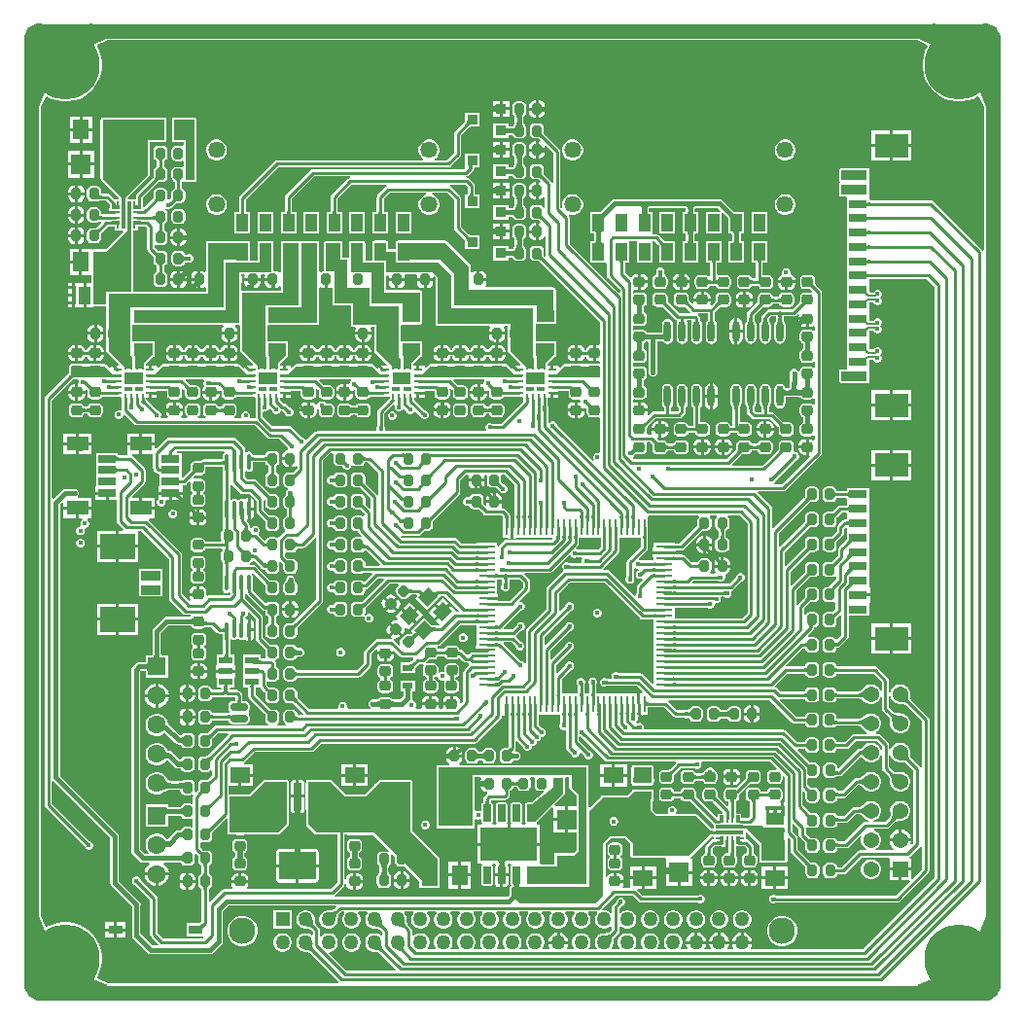
<source format=gtl>
G04*
G04 #@! TF.GenerationSoftware,Altium Limited,Altium Designer,24.1.2 (44)*
G04*
G04 Layer_Physical_Order=1*
G04 Layer_Color=255*
%FSLAX44Y44*%
%MOMM*%
G71*
G04*
G04 #@! TF.SameCoordinates,89FD491B-927F-4867-851F-A5E68215B016*
G04*
G04*
G04 #@! TF.FilePolarity,Positive*
G04*
G01*
G75*
%ADD11C,0.2540*%
%ADD12C,0.3810*%
%ADD23C,1.2300*%
G04:AMPARAMS|DCode=24|XSize=1.4697mm|YSize=0.6mm|CornerRadius=0.15mm|HoleSize=0mm|Usage=FLASHONLY|Rotation=180.000|XOffset=0mm|YOffset=0mm|HoleType=Round|Shape=RoundedRectangle|*
%AMROUNDEDRECTD24*
21,1,1.4697,0.3000,0,0,180.0*
21,1,1.1697,0.6000,0,0,180.0*
1,1,0.3000,-0.5849,0.1500*
1,1,0.3000,0.5849,0.1500*
1,1,0.3000,0.5849,-0.1500*
1,1,0.3000,-0.5849,-0.1500*
%
%ADD24ROUNDEDRECTD24*%
G04:AMPARAMS|DCode=25|XSize=1.55mm|YSize=0.6mm|CornerRadius=0.03mm|HoleSize=0mm|Usage=FLASHONLY|Rotation=270.000|XOffset=0mm|YOffset=0mm|HoleType=Round|Shape=RoundedRectangle|*
%AMROUNDEDRECTD25*
21,1,1.5500,0.5400,0,0,270.0*
21,1,1.4900,0.6000,0,0,270.0*
1,1,0.0600,-0.2700,-0.7450*
1,1,0.0600,-0.2700,0.7450*
1,1,0.0600,0.2700,0.7450*
1,1,0.0600,0.2700,-0.7450*
%
%ADD25ROUNDEDRECTD25*%
%ADD26R,4.9000X2.9500*%
%ADD27R,3.0000X2.1000*%
%ADD28R,1.6000X0.8000*%
%ADD29R,0.9500X0.9000*%
G04:AMPARAMS|DCode=30|XSize=1.1mm|YSize=1.3mm|CornerRadius=0mm|HoleSize=0mm|Usage=FLASHONLY|Rotation=135.000|XOffset=0mm|YOffset=0mm|HoleType=Round|Shape=Rectangle|*
%AMROTATEDRECTD30*
4,1,4,0.8485,0.0707,-0.0707,-0.8485,-0.8485,-0.0707,0.0707,0.8485,0.8485,0.0707,0.0*
%
%ADD30ROTATEDRECTD30*%

%ADD31R,1.5000X1.0000*%
%ADD32R,1.8000X1.4000*%
%ADD33R,1.4000X1.8000*%
G04:AMPARAMS|DCode=34|XSize=0.95mm|YSize=0.85mm|CornerRadius=0.2125mm|HoleSize=0mm|Usage=FLASHONLY|Rotation=180.000|XOffset=0mm|YOffset=0mm|HoleType=Round|Shape=RoundedRectangle|*
%AMROUNDEDRECTD34*
21,1,0.9500,0.4250,0,0,180.0*
21,1,0.5250,0.8500,0,0,180.0*
1,1,0.4250,-0.2625,0.2125*
1,1,0.4250,0.2625,0.2125*
1,1,0.4250,0.2625,-0.2125*
1,1,0.4250,-0.2625,-0.2125*
%
%ADD34ROUNDEDRECTD34*%
G04:AMPARAMS|DCode=35|XSize=0.95mm|YSize=0.85mm|CornerRadius=0.2125mm|HoleSize=0mm|Usage=FLASHONLY|Rotation=90.000|XOffset=0mm|YOffset=0mm|HoleType=Round|Shape=RoundedRectangle|*
%AMROUNDEDRECTD35*
21,1,0.9500,0.4250,0,0,90.0*
21,1,0.5250,0.8500,0,0,90.0*
1,1,0.4250,0.2125,0.2625*
1,1,0.4250,0.2125,-0.2625*
1,1,0.4250,-0.2125,-0.2625*
1,1,0.4250,-0.2125,0.2625*
%
%ADD35ROUNDEDRECTD35*%
G04:AMPARAMS|DCode=36|XSize=0.95mm|YSize=0.85mm|CornerRadius=0.2125mm|HoleSize=0mm|Usage=FLASHONLY|Rotation=315.000|XOffset=0mm|YOffset=0mm|HoleType=Round|Shape=RoundedRectangle|*
%AMROUNDEDRECTD36*
21,1,0.9500,0.4250,0,0,315.0*
21,1,0.5250,0.8500,0,0,315.0*
1,1,0.4250,0.0354,-0.3359*
1,1,0.4250,-0.3359,0.0354*
1,1,0.4250,-0.0354,0.3359*
1,1,0.4250,0.3359,-0.0354*
%
%ADD36ROUNDEDRECTD36*%
G04:AMPARAMS|DCode=37|XSize=0.95mm|YSize=0.85mm|CornerRadius=0.2125mm|HoleSize=0mm|Usage=FLASHONLY|Rotation=45.000|XOffset=0mm|YOffset=0mm|HoleType=Round|Shape=RoundedRectangle|*
%AMROUNDEDRECTD37*
21,1,0.9500,0.4250,0,0,45.0*
21,1,0.5250,0.8500,0,0,45.0*
1,1,0.4250,0.3359,0.0354*
1,1,0.4250,-0.0354,-0.3359*
1,1,0.4250,-0.3359,-0.0354*
1,1,0.4250,0.0354,0.3359*
%
%ADD37ROUNDEDRECTD37*%
%ADD38R,1.9050X1.2954*%
%ADD39R,1.5494X0.6604*%
%ADD40R,1.8000X1.8000*%
%ADD41R,1.8000X1.8000*%
%ADD42R,1.2000X0.6000*%
%ADD43R,1.0000X1.5000*%
%ADD44R,1.4732X0.2794*%
%ADD45R,0.2794X1.4732*%
%ADD46R,0.2500X0.6500*%
%ADD47R,0.3000X0.6500*%
%ADD48R,0.6500X0.2500*%
%ADD49R,2.4000X0.3000*%
%ADD50R,0.6500X0.3000*%
%ADD51R,0.3000X2.4000*%
%ADD52R,0.9000X0.6000*%
%ADD53R,1.7018X0.8128*%
%ADD54R,3.0988X2.2098*%
%ADD55R,0.3000X0.4500*%
%ADD56R,0.4500X0.3000*%
%ADD57R,2.9500X3.5000*%
%ADD58R,1.5000X0.7000*%
%ADD59R,1.5000X0.8000*%
%ADD60R,0.7000X1.5000*%
%ADD61R,0.8000X1.5000*%
%ADD62O,0.3500X1.4000*%
%ADD63R,0.6500X0.3000*%
%ADD64R,0.7000X1.0000*%
%ADD65R,0.6500X0.2286*%
%ADD66O,0.6000X1.8000*%
%ADD67R,1.2000X0.8000*%
G04:AMPARAMS|DCode=68|XSize=0.7mm|YSize=2.4mm|CornerRadius=0.049mm|HoleSize=0mm|Usage=FLASHONLY|Rotation=0.000|XOffset=0mm|YOffset=0mm|HoleType=Round|Shape=RoundedRectangle|*
%AMROUNDEDRECTD68*
21,1,0.7000,2.3020,0,0,0.0*
21,1,0.6020,2.4000,0,0,0.0*
1,1,0.0980,0.3010,-1.1510*
1,1,0.0980,-0.3010,-1.1510*
1,1,0.0980,-0.3010,1.1510*
1,1,0.0980,0.3010,1.1510*
%
%ADD68ROUNDEDRECTD68*%
G04:AMPARAMS|DCode=69|XSize=3.2mm|YSize=2.4mm|CornerRadius=0.048mm|HoleSize=0mm|Usage=FLASHONLY|Rotation=0.000|XOffset=0mm|YOffset=0mm|HoleType=Round|Shape=RoundedRectangle|*
%AMROUNDEDRECTD69*
21,1,3.2000,2.3040,0,0,0.0*
21,1,3.1040,2.4000,0,0,0.0*
1,1,0.0960,1.5520,-1.1520*
1,1,0.0960,-1.5520,-1.1520*
1,1,0.0960,-1.5520,1.1520*
1,1,0.0960,1.5520,1.1520*
%
%ADD69ROUNDEDRECTD69*%
%ADD128R,1.6000X1.0000*%
%ADD129R,1.0000X1.6000*%
%ADD130C,0.1800*%
%ADD131R,1.3000X0.3010*%
%ADD132R,2.2804X0.8108*%
%ADD133R,1.5332X1.4105*%
%ADD134R,1.5972X0.9972*%
%ADD135C,0.3000*%
%ADD136R,1.3700X1.3700*%
%ADD137C,1.3700*%
%ADD138C,1.4580*%
%ADD139C,1.2580*%
%ADD140R,1.2580X1.2580*%
%ADD141C,2.3000*%
%ADD142C,1.0000*%
%ADD143C,6.0000*%
%ADD144C,1.6000*%
%ADD145R,1.6000X1.6000*%
%ADD146C,0.4000*%
G36*
X72652Y837497D02*
X60031Y831958D01*
X36000Y840539D01*
X16444Y833556D01*
X9461Y814000D01*
X18041Y789969D01*
X12503Y777348D01*
X203Y791409D01*
X5264Y814000D01*
X203Y836591D01*
X11965Y837935D01*
Y837959D01*
X12003Y837997D01*
X12077Y837997D01*
X13409Y849797D01*
X36000Y844736D01*
X58591Y849797D01*
X72652Y837497D01*
D02*
G37*
G36*
X837941Y838035D02*
X837959D01*
X837997Y837997D01*
X837997Y837914D01*
X849803Y836551D01*
X849736Y835727D01*
X849535Y834425D01*
X847394Y824422D01*
X844868Y814000D01*
X847394Y803578D01*
X849535Y793575D01*
X849736Y792273D01*
X849803Y791449D01*
X837503Y777355D01*
X831991Y789993D01*
X840533Y814000D01*
X833577Y833548D01*
X814000Y840539D01*
X789968Y831958D01*
X777347Y837496D01*
X791408Y849797D01*
X814000Y844736D01*
X836592Y849797D01*
X837941Y838035D01*
D02*
G37*
G36*
X156323Y835648D02*
X416322D01*
X426322Y835648D01*
X696321D01*
X706321Y835648D01*
X777043D01*
X786168Y831643D01*
X786534Y830096D01*
X784548Y826199D01*
X783002Y821442D01*
X782220Y816501D01*
Y811499D01*
X783002Y806558D01*
X784548Y801801D01*
X786819Y797344D01*
X789760Y793297D01*
X793297Y789760D01*
X797344Y786819D01*
X801801Y784548D01*
X806558Y783002D01*
X811499Y782220D01*
X816501D01*
X821442Y783002D01*
X826199Y784548D01*
X830127Y786550D01*
X831667Y786196D01*
X835654Y777054D01*
Y706779D01*
X835654Y696779D01*
Y652655D01*
X834478Y652052D01*
X834384Y652066D01*
X833758Y653003D01*
X791463Y695299D01*
X790454Y695973D01*
X789264Y696210D01*
X737042D01*
X735780Y697402D01*
Y698550D01*
X735780Y698880D01*
Y699820D01*
X735780Y700150D01*
Y701355D01*
X735816Y701537D01*
Y709645D01*
X735780Y709828D01*
Y711050D01*
X735780Y711380D01*
Y712320D01*
X735780Y712650D01*
Y713745D01*
X735835Y714019D01*
Y722127D01*
X735780Y722401D01*
Y723880D01*
X734333D01*
X734020Y723942D01*
X711215D01*
X710521Y723804D01*
X709932Y723411D01*
X709539Y722822D01*
X709400Y722127D01*
Y714019D01*
X709539Y713325D01*
X709932Y712736D01*
X710219Y712544D01*
X710311Y712148D01*
X710306Y711481D01*
X710219Y711133D01*
X709914Y710929D01*
X709520Y710340D01*
X709382Y709645D01*
Y701537D01*
X709520Y700843D01*
X709914Y700254D01*
X710503Y699861D01*
X711197Y699723D01*
X715299D01*
X716220Y698880D01*
X716220Y698453D01*
Y687320D01*
X716220D01*
Y686380D01*
X716220D01*
Y674820D01*
X716220D01*
Y673880D01*
X716220D01*
Y662320D01*
X716220D01*
Y661380D01*
X716220D01*
Y649820D01*
X716220D01*
Y648880D01*
X716220D01*
Y637320D01*
X716220D01*
Y636380D01*
X716220D01*
Y625150D01*
X716220Y624820D01*
Y623880D01*
X716220Y623550D01*
Y612650D01*
X716220Y612320D01*
X716220D01*
Y611380D01*
X716220D01*
Y600150D01*
X716220Y599820D01*
Y598880D01*
X716220Y598550D01*
Y587320D01*
X716220D01*
Y586380D01*
X716220D01*
Y575150D01*
X716220Y574820D01*
Y573880D01*
X716220Y573550D01*
Y562650D01*
X716220Y562320D01*
X716220D01*
Y561380D01*
X716220D01*
Y550230D01*
X716220Y549820D01*
X715306Y548960D01*
X711197D01*
X710503Y548822D01*
X709914Y548429D01*
X709520Y547840D01*
X709382Y547146D01*
Y539037D01*
X709520Y538343D01*
X709914Y537754D01*
X710503Y537361D01*
X711197Y537223D01*
X734001D01*
X734491Y537320D01*
X735780D01*
Y538855D01*
X735816Y539037D01*
Y547146D01*
X735780Y547328D01*
Y548550D01*
X735780Y548880D01*
Y549820D01*
X735780Y550150D01*
Y557349D01*
X739334D01*
X739614Y556675D01*
X740677Y555611D01*
X742066Y555036D01*
X743570D01*
X744959Y555611D01*
X746023Y556675D01*
X746598Y558064D01*
Y559568D01*
X746023Y560957D01*
X745274Y561706D01*
X746023Y562455D01*
X746598Y563844D01*
Y565348D01*
X746023Y566737D01*
X744959Y567800D01*
X743570Y568376D01*
X742066D01*
X740677Y567800D01*
X739614Y566737D01*
X739356Y566114D01*
X737019D01*
X735780Y567355D01*
Y573550D01*
X735780Y573880D01*
Y574820D01*
X735780Y575150D01*
Y582471D01*
X735895Y582601D01*
X739535D01*
X739828Y581893D01*
X740891Y580830D01*
X742281Y580254D01*
X743784D01*
X745174Y580830D01*
X746237Y581893D01*
X746813Y583282D01*
Y584786D01*
X746237Y586175D01*
X745488Y586924D01*
X746237Y587673D01*
X746813Y589062D01*
Y590566D01*
X746237Y591955D01*
X745174Y593019D01*
X743784Y593594D01*
X742281D01*
X740891Y593019D01*
X739828Y591955D01*
X739584Y591366D01*
X735780D01*
Y598550D01*
X735780Y598880D01*
Y599820D01*
X735780Y600150D01*
Y607243D01*
X739570D01*
X739828Y606619D01*
X740891Y605555D01*
X742281Y604980D01*
X743784D01*
X745174Y605555D01*
X746237Y606619D01*
X746813Y608008D01*
Y609512D01*
X746237Y610901D01*
X745488Y611650D01*
X746237Y612399D01*
X746813Y613788D01*
Y615292D01*
X746237Y616681D01*
X745174Y617744D01*
X743784Y618320D01*
X742281D01*
X740891Y617744D01*
X739828Y616681D01*
X739549Y616008D01*
X736966D01*
X735780Y617203D01*
Y623550D01*
X735780Y623880D01*
Y624820D01*
X735780Y625150D01*
Y627470D01*
X735825Y627477D01*
X735969Y627490D01*
X786172D01*
X792682Y620980D01*
Y106323D01*
X730110Y43750D01*
X632913D01*
X632321Y45020D01*
X633228Y46592D01*
X633801Y48730D01*
X616199D01*
X616772Y46592D01*
X617679Y45020D01*
X617086Y43750D01*
X612913D01*
X612321Y45020D01*
X613228Y46592D01*
X613801Y48730D01*
X596199D01*
X596772Y46592D01*
X597679Y45020D01*
X597086Y43750D01*
X592913D01*
X592321Y45020D01*
X593228Y46592D01*
X593801Y48730D01*
X576199D01*
X576772Y46592D01*
X577679Y45020D01*
X577087Y43750D01*
X571822D01*
X571336Y44923D01*
X571458Y45045D01*
X572520Y46885D01*
X573070Y48938D01*
Y51062D01*
X572520Y53115D01*
X571458Y54955D01*
X569955Y56458D01*
X568115Y57520D01*
X566062Y58070D01*
X563938D01*
X561885Y57520D01*
X560045Y56458D01*
X558542Y54955D01*
X557480Y53115D01*
X556930Y51062D01*
Y48938D01*
X557480Y46885D01*
X558542Y45045D01*
X558664Y44923D01*
X558178Y43750D01*
X551822D01*
X551336Y44923D01*
X551458Y45045D01*
X552520Y46885D01*
X553070Y48938D01*
Y51062D01*
X552520Y53115D01*
X551458Y54955D01*
X549955Y56458D01*
X548115Y57520D01*
X546062Y58070D01*
X543937D01*
X541885Y57520D01*
X540045Y56458D01*
X538542Y54955D01*
X537480Y53115D01*
X536930Y51062D01*
Y48938D01*
X537480Y46885D01*
X538542Y45045D01*
X538664Y44923D01*
X538178Y43750D01*
X531822D01*
X531336Y44923D01*
X531458Y45045D01*
X532520Y46885D01*
X533070Y48938D01*
Y51062D01*
X532520Y53115D01*
X531458Y54955D01*
X529955Y56458D01*
X528115Y57520D01*
X526062Y58070D01*
X523938D01*
X521885Y57520D01*
X520045Y56458D01*
X518542Y54955D01*
X517480Y53115D01*
X516930Y51062D01*
Y48938D01*
X517480Y46885D01*
X518542Y45045D01*
X518664Y44923D01*
X518178Y43750D01*
X511822D01*
X511336Y44923D01*
X511458Y45045D01*
X512520Y46885D01*
X513070Y48938D01*
Y49861D01*
X513104Y50006D01*
X513153Y51587D01*
X513218Y52212D01*
X513312Y52789D01*
X513429Y53298D01*
X513566Y53736D01*
X513717Y54106D01*
X513877Y54409D01*
X514028Y54630D01*
X517196Y57798D01*
X517196Y57798D01*
X517870Y58807D01*
X518107Y59997D01*
Y63685D01*
X519377Y64211D01*
X520045Y63542D01*
X521885Y62480D01*
X523938Y61930D01*
X526062D01*
X528115Y62480D01*
X529955Y63542D01*
X531458Y65045D01*
X532520Y66885D01*
X533070Y68938D01*
Y71062D01*
X532520Y73115D01*
X531458Y74955D01*
X529955Y76458D01*
X528115Y77520D01*
X526062Y78070D01*
X523938D01*
X521885Y77520D01*
X520045Y76458D01*
X519377Y75789D01*
X518107Y76315D01*
Y79623D01*
X520048Y81564D01*
X520182D01*
X521571Y82140D01*
X522635Y83203D01*
X523210Y84592D01*
Y86096D01*
X522635Y87485D01*
X521571Y88548D01*
X520182Y89124D01*
X518678D01*
X517289Y88548D01*
X516226Y87485D01*
X515650Y86096D01*
Y85962D01*
X512798Y83110D01*
X512124Y82101D01*
X511887Y80911D01*
Y76322D01*
X510617Y75795D01*
X509955Y76458D01*
X508115Y77520D01*
X506062Y78070D01*
X503937D01*
X503545Y77965D01*
X502888Y79104D01*
X514655Y90870D01*
X529606D01*
X534833Y85644D01*
X535842Y84969D01*
X537032Y84733D01*
X586557D01*
X586701Y84588D01*
X588090Y84013D01*
X589594D01*
X590983Y84588D01*
X592047Y85652D01*
X592622Y87041D01*
Y88545D01*
X592047Y89934D01*
X590983Y90997D01*
X589594Y91573D01*
X588090D01*
X586701Y90997D01*
X586656Y90952D01*
X538320D01*
X533824Y95448D01*
X534350Y96718D01*
X537538D01*
Y104988D01*
X527268D01*
Y97090D01*
X521691D01*
X521012Y98360D01*
X521471Y99047D01*
X521833Y100867D01*
Y101722D01*
X514452D01*
Y102992D01*
X513182D01*
Y109873D01*
X511827D01*
X510007Y109511D01*
X508464Y108480D01*
X507433Y106937D01*
X507375Y106646D01*
X506105Y106771D01*
Y136003D01*
X510463Y140362D01*
X511501D01*
X511827Y140297D01*
X517077D01*
X517403Y140362D01*
X523574D01*
X527932Y136005D01*
Y125203D01*
X528028Y124719D01*
Y123478D01*
X529292D01*
X529746Y123388D01*
X557812D01*
X558715Y122502D01*
X558715Y122118D01*
Y112232D01*
X570255D01*
X581795D01*
Y122502D01*
X580283D01*
X579897Y123772D01*
X580068Y123886D01*
X598370Y142188D01*
X599674D01*
X600374Y141117D01*
X600258Y139847D01*
X599068Y139610D01*
X598059Y138936D01*
X593970Y134847D01*
X593296Y133838D01*
X593059Y132648D01*
Y127705D01*
X593046Y127555D01*
X593030Y127458D01*
X592020Y127257D01*
X590728Y126394D01*
X589865Y125102D01*
X589562Y123578D01*
Y119328D01*
X589865Y117805D01*
X590728Y116513D01*
X592020Y115650D01*
X593544Y115347D01*
X598793D01*
X600317Y115650D01*
X601609Y116513D01*
X602472Y117805D01*
X602775Y119328D01*
Y123578D01*
X602472Y125102D01*
X601609Y126394D01*
X600317Y127257D01*
X599307Y127458D01*
X599291Y127555D01*
X599278Y127705D01*
Y131360D01*
X601546Y133628D01*
X606973D01*
X608165Y132927D01*
Y132927D01*
X610685D01*
Y138717D01*
X613225D01*
Y132927D01*
X613317D01*
Y127618D01*
X613312Y127560D01*
X611328D01*
X609804Y127257D01*
X608512Y126394D01*
X607649Y125102D01*
X607346Y123578D01*
Y119328D01*
X607649Y117805D01*
X608512Y116513D01*
X609804Y115650D01*
X611328Y115347D01*
X616578D01*
X618101Y115650D01*
X619393Y116513D01*
X620256Y117805D01*
X620559Y119328D01*
Y123578D01*
X620343Y124666D01*
X620343Y124679D01*
X620337Y124697D01*
X620256Y125102D01*
X620103Y125331D01*
X620098Y125343D01*
X619972Y125549D01*
X619889Y125712D01*
X619810Y125898D01*
X619738Y126107D01*
X619674Y126340D01*
X619618Y126599D01*
X619577Y126863D01*
X619537Y127338D01*
Y133687D01*
X621133D01*
X621433Y133628D01*
X621433Y133628D01*
X627159D01*
X628843Y131944D01*
Y127700D01*
X628830Y127554D01*
X627338Y127257D01*
X626046Y126394D01*
X625183Y125102D01*
X624880Y123578D01*
Y119328D01*
X625183Y117805D01*
X626046Y116513D01*
X627338Y115650D01*
X628862Y115347D01*
X634112D01*
X635635Y115650D01*
X636927Y116513D01*
X637790Y117805D01*
X638093Y119328D01*
Y123578D01*
X637790Y125102D01*
X636927Y126394D01*
X635635Y127257D01*
X635102Y127363D01*
X635076Y127528D01*
X635062Y127687D01*
Y133232D01*
X634826Y134422D01*
X634151Y135431D01*
X630646Y138936D01*
X629637Y139610D01*
X628447Y139847D01*
X627983D01*
Y142178D01*
X627994D01*
Y145517D01*
X629264Y146044D01*
X640376Y134931D01*
Y120979D01*
X640514Y120284D01*
X640908Y119695D01*
X641497Y119302D01*
X642191Y119164D01*
X642482Y119221D01*
X662534D01*
X663229Y119360D01*
X663818Y119753D01*
X663828Y119764D01*
X664222Y120352D01*
X664360Y121047D01*
Y123478D01*
X664416D01*
Y140690D01*
X665560Y141343D01*
X667209Y139693D01*
Y129665D01*
X667446Y128475D01*
X668120Y127466D01*
X679714Y115872D01*
X679932Y115627D01*
X680181Y115315D01*
X680144Y115125D01*
Y109875D01*
X680447Y108351D01*
X681310Y107060D01*
X682601Y106197D01*
X684125Y105893D01*
X688375D01*
X689899Y106197D01*
X691190Y107060D01*
X692054Y108351D01*
X692356Y109875D01*
Y115125D01*
X692054Y116649D01*
X691190Y117940D01*
X689899Y118803D01*
X688375Y119107D01*
X685564D01*
X685335Y119252D01*
X684967Y119524D01*
X684127Y120254D01*
X673428Y130953D01*
Y140982D01*
X673192Y142172D01*
X672518Y143181D01*
X668731Y146967D01*
Y152996D01*
X669904Y153482D01*
X674485Y148902D01*
Y143497D01*
X674722Y142308D01*
X675396Y141299D01*
X679401Y137294D01*
X679794Y136870D01*
X680068Y136528D01*
X680144Y136420D01*
Y131718D01*
X680447Y130194D01*
X681310Y128902D01*
X682601Y128039D01*
X684125Y127736D01*
X688375D01*
X689899Y128039D01*
X691190Y128902D01*
X692054Y130194D01*
X692356Y131718D01*
Y136967D01*
X692054Y138491D01*
X691190Y139783D01*
X689899Y140646D01*
X688375Y140949D01*
X684673D01*
X684585Y141010D01*
X683903Y141587D01*
X680705Y144786D01*
Y149621D01*
X681883Y150325D01*
X681929Y150331D01*
X682601Y149882D01*
X684125Y149579D01*
X688375D01*
X689899Y149882D01*
X691190Y150745D01*
X692054Y152036D01*
X692357Y153560D01*
Y158810D01*
X692054Y160334D01*
X691190Y161625D01*
X689899Y162488D01*
X688375Y162792D01*
X684983D01*
X684820Y162905D01*
X684139Y163482D01*
X677862Y169758D01*
Y181000D01*
X679036Y181486D01*
X679426Y181096D01*
X679820Y180671D01*
X680095Y180329D01*
X680144Y180258D01*
Y175403D01*
X680447Y173879D01*
X681310Y172587D01*
X682601Y171724D01*
X684125Y171421D01*
X688375D01*
X689899Y171724D01*
X691190Y172587D01*
X692054Y173879D01*
X692357Y175403D01*
Y180653D01*
X692054Y182176D01*
X691190Y183468D01*
X689899Y184331D01*
X688375Y184634D01*
X684826D01*
X684702Y184721D01*
X684019Y185298D01*
X682060Y187258D01*
Y192517D01*
X683330Y193422D01*
X684125Y193263D01*
X688375D01*
X689899Y193567D01*
X691190Y194430D01*
X692054Y195721D01*
X692357Y197245D01*
Y202495D01*
X692054Y204019D01*
X691190Y205310D01*
X689899Y206173D01*
X688375Y206476D01*
X684507D01*
X684460Y206509D01*
X683777Y207087D01*
X673435Y217429D01*
X673921Y218603D01*
X679594D01*
X679743Y218590D01*
X679841Y218574D01*
X680042Y217564D01*
X680905Y216272D01*
X682197Y215409D01*
X683720Y215106D01*
X687970D01*
X689494Y215409D01*
X690786Y216272D01*
X691649Y217564D01*
X691952Y219088D01*
Y224338D01*
X691649Y225861D01*
X690786Y227153D01*
X689494Y228016D01*
X687970Y228319D01*
X683720D01*
X682197Y228016D01*
X680905Y227153D01*
X680042Y225861D01*
X679841Y224851D01*
X679743Y224835D01*
X679594Y224822D01*
X672417D01*
X662973Y234266D01*
X661964Y234941D01*
X660774Y235177D01*
X540106D01*
X539400Y236233D01*
X539519Y236521D01*
Y238024D01*
X538944Y239414D01*
X537881Y240477D01*
X536491Y241053D01*
X534987D01*
X534044Y240662D01*
X533607D01*
X533081Y241932D01*
X533720Y242571D01*
X534295Y243960D01*
Y245464D01*
X534028Y246108D01*
X534854Y247378D01*
X538937D01*
Y248138D01*
X543177D01*
Y254636D01*
X543208Y254641D01*
X543358Y254654D01*
X557025D01*
X564908Y246771D01*
X565917Y246097D01*
X567107Y245860D01*
X574303D01*
X574398Y245765D01*
X575787Y245190D01*
X577291D01*
X577556Y245300D01*
X578947Y244821D01*
X579810Y243529D01*
X581101Y242666D01*
X582625Y242363D01*
X586875D01*
X588399Y242666D01*
X589690Y243529D01*
X590554Y244821D01*
X590857Y246345D01*
Y251595D01*
X590554Y253118D01*
X589690Y254410D01*
X588399Y255273D01*
X586875Y255576D01*
X582625D01*
X581101Y255273D01*
X579810Y254410D01*
X578947Y253118D01*
X577556Y252640D01*
X577291Y252750D01*
X575787D01*
X574398Y252174D01*
X574303Y252080D01*
X568395D01*
X560805Y259670D01*
X561181Y260826D01*
X561270Y260940D01*
X648856D01*
X668440Y241356D01*
X669449Y240682D01*
X670639Y240445D01*
X670639Y240445D01*
X679594D01*
X679743Y240432D01*
X679841Y240416D01*
X680042Y239406D01*
X680905Y238115D01*
X682197Y237252D01*
X683720Y236949D01*
X687970D01*
X689494Y237252D01*
X690786Y238115D01*
X691649Y239406D01*
X691952Y240930D01*
Y246180D01*
X691649Y247704D01*
X690786Y248995D01*
X689494Y249858D01*
X687970Y250161D01*
X683720D01*
X682197Y249858D01*
X680905Y248995D01*
X680042Y247704D01*
X679841Y246694D01*
X679743Y246678D01*
X679594Y246665D01*
X671927D01*
X657714Y260878D01*
X658240Y262148D01*
X679597D01*
X679748Y262135D01*
X679870Y262115D01*
X680042Y261249D01*
X680905Y259957D01*
X682197Y259094D01*
X683720Y258791D01*
X687970D01*
X689494Y259094D01*
X690786Y259957D01*
X691649Y261249D01*
X691952Y262773D01*
Y268022D01*
X691649Y269546D01*
X690786Y270838D01*
X689494Y271701D01*
X687970Y272004D01*
X683720D01*
X682197Y271701D01*
X680905Y270838D01*
X680042Y269546D01*
X679812Y268391D01*
X679744Y268380D01*
X679594Y268367D01*
X658267D01*
X655065Y271569D01*
X654141Y272187D01*
X654043Y272303D01*
X653756Y273598D01*
X664288Y284130D01*
X679594D01*
X679743Y284117D01*
X679841Y284101D01*
X680042Y283091D01*
X680905Y281800D01*
X682197Y280937D01*
X683720Y280634D01*
X687970D01*
X689494Y280937D01*
X690786Y281800D01*
X691649Y283091D01*
X691952Y284615D01*
Y289865D01*
X691649Y291389D01*
X690786Y292680D01*
X689494Y293543D01*
X687970Y293846D01*
X683720D01*
X682197Y293543D01*
X680905Y292680D01*
X680042Y291389D01*
X679841Y290379D01*
X679743Y290363D01*
X679594Y290350D01*
X663963D01*
X663437Y291620D01*
X677790Y305973D01*
X679594D01*
X679743Y305960D01*
X679841Y305944D01*
X680042Y304934D01*
X680905Y303642D01*
X682197Y302779D01*
X683720Y302476D01*
X687970D01*
X689494Y302779D01*
X690786Y303642D01*
X691649Y304934D01*
X691952Y306458D01*
Y311707D01*
X691649Y313231D01*
X690786Y314523D01*
X689494Y315386D01*
X687970Y315689D01*
X683720D01*
X683556Y315656D01*
X682158Y316673D01*
X682122Y316975D01*
X686927Y321780D01*
X687601Y322789D01*
X687838Y323979D01*
Y324319D01*
X687970D01*
X689494Y324622D01*
X690786Y325485D01*
X691649Y326776D01*
X691952Y328300D01*
Y333550D01*
X691649Y335074D01*
X690786Y336365D01*
X689494Y337229D01*
X687970Y337532D01*
X683720D01*
X682197Y337229D01*
X680905Y336365D01*
X680393Y335599D01*
X679123Y335984D01*
Y341147D01*
X683394Y345418D01*
X683818Y345812D01*
X684160Y346086D01*
X684268Y346161D01*
X687970D01*
X689494Y346464D01*
X690786Y347327D01*
X691649Y348619D01*
X691952Y350143D01*
Y355392D01*
X691649Y356916D01*
X690786Y358208D01*
X689494Y359071D01*
X687970Y359374D01*
X683720D01*
X682197Y359071D01*
X680905Y358208D01*
X680042Y356916D01*
X679739Y355392D01*
Y350690D01*
X679678Y350603D01*
X679100Y349920D01*
X673814Y344634D01*
X673374Y343976D01*
X672104Y344361D01*
Y355971D01*
X683394Y367261D01*
X683818Y367654D01*
X684160Y367928D01*
X684268Y368004D01*
X687970D01*
X689494Y368307D01*
X690786Y369170D01*
X691649Y370461D01*
X691952Y371985D01*
Y377235D01*
X691649Y378759D01*
X690786Y380050D01*
X689494Y380914D01*
X687970Y381217D01*
X683720D01*
X682197Y380914D01*
X680905Y380050D01*
X680042Y378759D01*
X679739Y377235D01*
Y372533D01*
X679678Y372445D01*
X679100Y371763D01*
X668460Y361123D01*
X667286Y361609D01*
Y372996D01*
X683394Y389103D01*
X683818Y389497D01*
X684160Y389771D01*
X684268Y389846D01*
X687970D01*
X689494Y390149D01*
X690786Y391012D01*
X691649Y392304D01*
X691952Y393828D01*
Y399077D01*
X691649Y400601D01*
X690786Y401893D01*
X689494Y402756D01*
X687970Y403059D01*
X683720D01*
X682197Y402756D01*
X680905Y401893D01*
X680042Y400601D01*
X679739Y399077D01*
Y394375D01*
X679678Y394288D01*
X679100Y393605D01*
X663383Y377889D01*
X662210Y378375D01*
Y389762D01*
X683394Y410946D01*
X683818Y411339D01*
X684160Y411613D01*
X684268Y411688D01*
X687970D01*
X689494Y411992D01*
X690786Y412855D01*
X691649Y414146D01*
X691952Y415670D01*
Y420920D01*
X691649Y422444D01*
X690786Y423735D01*
X689494Y424599D01*
X687970Y424902D01*
X683720D01*
X682197Y424599D01*
X680905Y423735D01*
X680042Y422444D01*
X679739Y420920D01*
Y416218D01*
X679678Y416130D01*
X679100Y415448D01*
X658142Y394490D01*
X656872Y395016D01*
Y406267D01*
X683394Y432788D01*
X683818Y433182D01*
X684160Y433456D01*
X684268Y433531D01*
X687970D01*
X689494Y433834D01*
X690786Y434697D01*
X691649Y435989D01*
X691952Y437513D01*
Y442762D01*
X691649Y444286D01*
X690786Y445578D01*
X689494Y446441D01*
X687970Y446744D01*
X683720D01*
X682197Y446441D01*
X680905Y445578D01*
X680042Y444286D01*
X679739Y442762D01*
Y438060D01*
X679678Y437973D01*
X679100Y437290D01*
X652362Y410552D01*
X651092Y411078D01*
Y427767D01*
X650855Y428957D01*
X650181Y429966D01*
X638753Y441394D01*
X639239Y442567D01*
X660837D01*
X662027Y442804D01*
X663036Y443478D01*
X693664Y474107D01*
X694338Y475116D01*
X694575Y476306D01*
X694575Y476306D01*
Y615989D01*
X694338Y617180D01*
X693664Y618189D01*
X689334Y622519D01*
X688940Y622942D01*
X688666Y623285D01*
X688591Y623393D01*
Y627095D01*
X688288Y628619D01*
X687425Y629910D01*
X686133Y630773D01*
X684610Y631077D01*
X679360D01*
X677836Y630773D01*
X676544Y629910D01*
X675681Y628619D01*
X675378Y627095D01*
Y622845D01*
X675681Y621321D01*
X676544Y620030D01*
X677836Y619167D01*
X679360Y618863D01*
X684062D01*
X684149Y618803D01*
X684832Y618225D01*
X686154Y616903D01*
X686123Y616570D01*
X684754Y615548D01*
X684610Y615577D01*
X679360D01*
X677836Y615273D01*
X676544Y614410D01*
X675681Y613119D01*
X675378Y611595D01*
Y607893D01*
X675317Y607805D01*
X674740Y607123D01*
X668896Y601280D01*
X648970D01*
X647780Y601043D01*
X646771Y600369D01*
X642961Y596559D01*
X642287Y595550D01*
X642050Y594360D01*
Y592441D01*
X642031Y592124D01*
X641982Y591691D01*
X641714Y591511D01*
X640657Y589930D01*
X640286Y588065D01*
Y576065D01*
X640657Y574200D01*
X641714Y572619D01*
X643295Y571562D01*
X645160Y571191D01*
X647025Y571562D01*
X648606Y572619D01*
X649663Y574200D01*
X650034Y576065D01*
Y588065D01*
X649663Y589930D01*
X648606Y591511D01*
X648341Y591689D01*
X648270Y592524D01*
Y593072D01*
X650258Y595060D01*
X654371D01*
X654517Y595034D01*
X654623Y594999D01*
X654661Y594978D01*
X654665Y594975D01*
X654668Y594971D01*
X654689Y594933D01*
X654724Y594827D01*
X654750Y594681D01*
Y592441D01*
X654731Y592124D01*
X654682Y591691D01*
X654414Y591511D01*
X653357Y589930D01*
X652986Y588065D01*
Y576065D01*
X653357Y574200D01*
X654414Y572619D01*
X655995Y571562D01*
X657860Y571191D01*
X659725Y571562D01*
X661306Y572619D01*
X662363Y574200D01*
X662734Y576065D01*
Y588065D01*
X662363Y589930D01*
X661306Y591511D01*
X661040Y591689D01*
X660970Y592524D01*
Y594681D01*
X660996Y594827D01*
X661031Y594933D01*
X661052Y594971D01*
X661055Y594975D01*
X661059Y594978D01*
X661097Y594999D01*
X661203Y595034D01*
X661349Y595060D01*
X670184D01*
X671375Y595297D01*
X672383Y595971D01*
X673739Y597327D01*
X673900Y597257D01*
X674787Y596578D01*
X674478Y595028D01*
Y594173D01*
X681860D01*
Y592902D01*
X683130D01*
Y586021D01*
X684484D01*
X686305Y586383D01*
X687085Y586905D01*
X688355Y586226D01*
Y583049D01*
X687877Y582729D01*
X687085Y582486D01*
X686008Y583206D01*
X684484Y583509D01*
X679234D01*
X677711Y583206D01*
X676419Y582343D01*
X675556Y581051D01*
X675253Y579528D01*
Y575277D01*
X675556Y573754D01*
X676419Y572462D01*
X677711Y571599D01*
X677898Y571562D01*
X677912Y571524D01*
X678001Y571151D01*
X678075Y570655D01*
X678102Y570302D01*
Y567936D01*
X678075Y567582D01*
X678001Y567086D01*
X677912Y566713D01*
X677898Y566676D01*
X677711Y566638D01*
X676419Y565775D01*
X675556Y564484D01*
X675253Y562960D01*
Y558710D01*
X675556Y557186D01*
X676419Y555895D01*
X677711Y555032D01*
X679234Y554729D01*
X684484D01*
X686008Y555032D01*
X687085Y555751D01*
X687877Y555509D01*
X688355Y555189D01*
Y550981D01*
X687877Y550661D01*
X687085Y550419D01*
X686008Y551138D01*
X684484Y551441D01*
X679234D01*
X677711Y551138D01*
X676419Y550275D01*
X675556Y548984D01*
X675253Y547460D01*
Y547034D01*
X673983Y546782D01*
X673549Y547830D01*
X672485Y548894D01*
X671096Y549469D01*
X669592D01*
X668203Y548894D01*
X667140Y547830D01*
X666564Y546441D01*
Y544937D01*
X666587Y544882D01*
Y537496D01*
X666498Y537047D01*
Y533700D01*
X666433Y533336D01*
X666335Y533040D01*
X666225Y532837D01*
X666108Y532693D01*
X665964Y532576D01*
X665760Y532466D01*
X665464Y532367D01*
X665100Y532303D01*
X663781D01*
X663474Y532329D01*
X663036Y532399D01*
X662713Y532483D01*
X662537Y532552D01*
X662363Y533430D01*
X661306Y535011D01*
X659725Y536068D01*
X657860Y536439D01*
X655995Y536068D01*
X654414Y535011D01*
X653357Y533430D01*
X652986Y531565D01*
Y519565D01*
X653357Y517700D01*
X654414Y516119D01*
X655995Y515062D01*
X657860Y514691D01*
X659725Y515062D01*
X661306Y516119D01*
X662363Y517700D01*
X662734Y519565D01*
Y524596D01*
X662771Y524611D01*
X663077Y524693D01*
X663501Y524763D01*
X663800Y524789D01*
X674206D01*
X674376Y524776D01*
X674825Y524716D01*
X675207Y524638D01*
X675522Y524546D01*
X675770Y524448D01*
X675952Y524352D01*
X676077Y524264D01*
X676158Y524188D01*
X676290Y524021D01*
X676419Y523827D01*
X677711Y522964D01*
X679235Y522661D01*
X684484D01*
X686008Y522964D01*
X687085Y523684D01*
X687877Y523441D01*
X688355Y523121D01*
Y518914D01*
X687877Y518594D01*
X687085Y518351D01*
X686008Y519071D01*
X684484Y519374D01*
X679235D01*
X677711Y519071D01*
X676419Y518208D01*
X675556Y516916D01*
X675253Y515392D01*
Y511143D01*
X675556Y509619D01*
X676419Y508327D01*
X677711Y507464D01*
X677898Y507427D01*
X677912Y507389D01*
X678001Y507016D01*
X678075Y506520D01*
X678102Y506167D01*
Y503801D01*
X678075Y503447D01*
X678001Y502952D01*
X677912Y502578D01*
X677898Y502541D01*
X677711Y502503D01*
X676419Y501640D01*
X675556Y500349D01*
X675253Y498825D01*
Y494575D01*
X675556Y493051D01*
X676419Y491760D01*
X677711Y490896D01*
X679235Y490593D01*
X684484D01*
X686008Y490896D01*
X687085Y491616D01*
X687877Y491374D01*
X688355Y491054D01*
Y487877D01*
X687085Y487198D01*
X686305Y487719D01*
X684484Y488081D01*
X683130D01*
Y481200D01*
Y474319D01*
X683284D01*
X683810Y473049D01*
X659549Y448787D01*
X653634D01*
X653108Y450057D01*
X653740Y450689D01*
X654316Y452078D01*
Y452250D01*
X671547Y469481D01*
X671643D01*
X673032Y470057D01*
X674096Y471120D01*
X674671Y472509D01*
Y474013D01*
X674096Y475402D01*
X673032Y476466D01*
X671643Y477041D01*
X670843D01*
X670804Y477060D01*
X669885Y478195D01*
X669880Y478214D01*
X670051Y479075D01*
Y483325D01*
X669748Y484849D01*
X668885Y486140D01*
X667594Y487003D01*
X666070Y487307D01*
X660820D01*
X659296Y487003D01*
X658005Y486140D01*
X657141Y484849D01*
X656838Y483325D01*
Y479623D01*
X656777Y479535D01*
X656200Y478853D01*
X642606Y465259D01*
X616619D01*
X616093Y466529D01*
X623915Y474351D01*
X624338Y474744D01*
X624681Y475018D01*
X624789Y475093D01*
X629491D01*
X631015Y475396D01*
X632306Y476260D01*
X633170Y477551D01*
X633269Y478051D01*
X633430Y478077D01*
X633594Y478090D01*
X638428D01*
X638591Y478077D01*
X638753Y478051D01*
X638852Y477551D01*
X639715Y476260D01*
X641007Y475396D01*
X642531Y475093D01*
X647781D01*
X649304Y475396D01*
X650596Y476260D01*
X651459Y477551D01*
X651762Y479075D01*
Y483325D01*
X651459Y484849D01*
X650596Y486140D01*
X649304Y487003D01*
X647781Y487307D01*
X642531D01*
X641007Y487003D01*
X639715Y486140D01*
X638852Y484849D01*
X638753Y484349D01*
X638591Y484323D01*
X638428Y484310D01*
X633594D01*
X633430Y484323D01*
X633269Y484349D01*
X633170Y484849D01*
X632306Y486140D01*
X631015Y487003D01*
X629491Y487307D01*
X624241D01*
X622717Y487003D01*
X621426Y486140D01*
X620563Y484849D01*
X620260Y483325D01*
Y479623D01*
X620199Y479535D01*
X619621Y478853D01*
X611704Y470936D01*
X530683D01*
X530483Y471234D01*
X530116Y472457D01*
X531180Y473520D01*
X531716Y474816D01*
X531735Y474836D01*
X531966Y475039D01*
X532187Y475214D01*
X532794Y475093D01*
X538044D01*
X539568Y475396D01*
X540859Y476260D01*
X541722Y477551D01*
X542025Y479075D01*
Y483325D01*
X541772Y484598D01*
X542453Y485868D01*
X544643D01*
X546447Y484063D01*
X546846Y483635D01*
X547102Y483314D01*
Y479075D01*
X547405Y477551D01*
X548268Y476260D01*
X549560Y475396D01*
X551083Y475093D01*
X556333D01*
X557857Y475396D01*
X559149Y476260D01*
X560012Y477551D01*
X560111Y478051D01*
X560272Y478077D01*
X560436Y478090D01*
X565270D01*
X565434Y478077D01*
X565595Y478051D01*
X565694Y477551D01*
X566558Y476260D01*
X567849Y475396D01*
X569373Y475093D01*
X574623D01*
X576147Y475396D01*
X577438Y476260D01*
X578301Y477551D01*
X578604Y479075D01*
Y483325D01*
X578301Y484849D01*
X577438Y486140D01*
X576147Y487003D01*
X574623Y487307D01*
X569373D01*
X567849Y487003D01*
X566558Y486140D01*
X565694Y484849D01*
X565595Y484349D01*
X565434Y484323D01*
X565270Y484310D01*
X560436D01*
X560272Y484323D01*
X560111Y484349D01*
X560012Y484849D01*
X559149Y486140D01*
X557857Y487003D01*
X556333Y487307D01*
X552256D01*
X552115Y487395D01*
X551759Y487657D01*
X550935Y488371D01*
X550708Y488598D01*
X550937Y489341D01*
X551284Y489819D01*
X552438D01*
Y495430D01*
X546327D01*
Y494575D01*
X546590Y493251D01*
X546263Y492674D01*
X545858Y492233D01*
X545625Y492087D01*
X542490D01*
X541783Y493357D01*
X542025Y494575D01*
Y498277D01*
X542086Y498365D01*
X542664Y499047D01*
X549777Y506160D01*
X570067D01*
X571258Y506397D01*
X572266Y507071D01*
X574969Y509773D01*
X574969Y509774D01*
X575643Y510782D01*
X575880Y511973D01*
Y515189D01*
X575899Y515505D01*
X575948Y515939D01*
X576216Y516119D01*
X577273Y517700D01*
X577644Y519565D01*
Y531565D01*
X577273Y533430D01*
X576216Y535011D01*
X574635Y536068D01*
X572770Y536439D01*
X570905Y536068D01*
X569324Y535011D01*
X568267Y533430D01*
X567896Y531565D01*
Y519565D01*
X568267Y517700D01*
X569324Y516119D01*
X569590Y515941D01*
X569660Y515106D01*
Y513261D01*
X568779Y512380D01*
X563180D01*
Y515189D01*
X563199Y515505D01*
X563248Y515939D01*
X563516Y516119D01*
X564573Y517700D01*
X564944Y519565D01*
Y531565D01*
X564573Y533430D01*
X563516Y535011D01*
X561935Y536068D01*
X560070Y536439D01*
X558205Y536068D01*
X556624Y535011D01*
X555567Y533430D01*
X555196Y531565D01*
Y519565D01*
X555567Y517700D01*
X556624Y516119D01*
X556889Y515941D01*
X556960Y515106D01*
Y512380D01*
X548489D01*
X547299Y512143D01*
X546290Y511469D01*
X543664Y508843D01*
X543503Y508913D01*
X542617Y509592D01*
X542925Y511143D01*
Y511997D01*
X535544D01*
Y513267D01*
X534274D01*
Y520149D01*
X532919D01*
X531128Y519793D01*
X530898Y519751D01*
X529858Y520478D01*
Y522464D01*
X531128Y523143D01*
X531395Y522964D01*
X532919Y522661D01*
X538169D01*
X539693Y522964D01*
X540984Y523827D01*
X541847Y525119D01*
X542150Y526642D01*
Y530892D01*
X541847Y532416D01*
X540984Y533708D01*
X539693Y534571D01*
X539506Y534608D01*
X539492Y534646D01*
X539403Y535019D01*
X539329Y535515D01*
X539301Y535868D01*
Y538234D01*
X539329Y538588D01*
X539403Y539084D01*
X539492Y539457D01*
X539506Y539494D01*
X539693Y539532D01*
X540984Y540395D01*
X541847Y541686D01*
X542150Y543210D01*
Y547460D01*
X541847Y548984D01*
X540984Y550275D01*
X539693Y551138D01*
X538169Y551441D01*
X532919D01*
X531395Y551138D01*
X531128Y550960D01*
X529858Y551638D01*
Y554532D01*
X531128Y555210D01*
X531395Y555032D01*
X532919Y554729D01*
X538169D01*
X539693Y555032D01*
X540984Y555895D01*
X541847Y557186D01*
X542150Y558710D01*
Y562960D01*
X541847Y564484D01*
X540984Y565775D01*
X539693Y566638D01*
X539506Y566676D01*
X539492Y566713D01*
X539402Y567086D01*
X539329Y567582D01*
X539301Y567936D01*
Y570302D01*
X539329Y570655D01*
X539402Y571151D01*
X539492Y571524D01*
X539506Y571562D01*
X539693Y571599D01*
X540584Y572195D01*
X540586Y572195D01*
X540589Y572198D01*
X540984Y572462D01*
X541117Y572661D01*
X541119Y572662D01*
X541298Y572896D01*
X541426Y573023D01*
X541583Y573144D01*
X541781Y573261D01*
X542029Y573373D01*
X542331Y573474D01*
X542343Y573477D01*
X543201Y573005D01*
X543538Y572640D01*
X543613Y572469D01*
Y564250D01*
X543584Y564105D01*
Y547192D01*
X543533Y547067D01*
Y545564D01*
X544108Y544174D01*
X545171Y543111D01*
X546561Y542535D01*
X548064D01*
X549454Y543111D01*
X550517Y544174D01*
X551093Y545564D01*
Y546315D01*
X551099Y546344D01*
Y563990D01*
X551127Y564134D01*
Y573645D01*
X554455D01*
X554890Y573615D01*
X555500Y573537D01*
X555993Y573436D01*
X556100Y573403D01*
X556624Y572619D01*
X558205Y571562D01*
X560070Y571191D01*
X561935Y571562D01*
X563516Y572619D01*
X564573Y574200D01*
X564944Y576065D01*
Y588065D01*
X564573Y589930D01*
X563516Y591511D01*
X561935Y592568D01*
X560070Y592939D01*
X558205Y592568D01*
X556624Y591511D01*
X555567Y589930D01*
X555196Y588065D01*
Y581310D01*
X554997Y581259D01*
X554540Y581187D01*
X554204Y581160D01*
X543331D01*
X543108Y581179D01*
X542690Y581245D01*
X542331Y581331D01*
X542029Y581432D01*
X541781Y581543D01*
X541583Y581661D01*
X541426Y581782D01*
X541298Y581909D01*
X541119Y582143D01*
X541117Y582144D01*
X540984Y582343D01*
X540589Y582607D01*
X540586Y582610D01*
X540584Y582610D01*
X539693Y583206D01*
X538169Y583509D01*
X532919D01*
X531395Y583206D01*
X531128Y583027D01*
X529858Y583706D01*
Y586599D01*
X531128Y587278D01*
X531395Y587099D01*
X532919Y586796D01*
X538169D01*
X539693Y587099D01*
X540984Y587962D01*
X541847Y589254D01*
X542150Y590778D01*
Y595028D01*
X541847Y596551D01*
X540984Y597843D01*
X539693Y598706D01*
X539506Y598743D01*
X539492Y598781D01*
X539402Y599154D01*
X539329Y599650D01*
X539301Y600003D01*
Y602369D01*
X539329Y602723D01*
X539402Y603218D01*
X539492Y603592D01*
X539506Y603629D01*
X539693Y603667D01*
X540984Y604530D01*
X541847Y605821D01*
X542150Y607345D01*
Y611595D01*
X541847Y613119D01*
X540984Y614410D01*
X539693Y615273D01*
X538169Y615577D01*
X532919D01*
X531395Y615273D01*
X531128Y615095D01*
X529858Y615774D01*
Y617760D01*
X530898Y618487D01*
X531128Y618445D01*
X532919Y618089D01*
X534274D01*
Y624970D01*
Y631851D01*
X532919D01*
X531099Y631489D01*
X529556Y630458D01*
X528761Y629269D01*
X527327Y628908D01*
X522965Y633270D01*
Y642039D01*
X522978Y642189D01*
X522983Y642220D01*
X526780D01*
Y660632D01*
X533220D01*
Y642220D01*
X546780D01*
Y660632D01*
X548970D01*
X552385Y657217D01*
X552793Y656778D01*
X553072Y656429D01*
X553220Y656216D01*
Y655399D01*
X553216Y655377D01*
X553220Y655356D01*
Y642220D01*
X566780D01*
Y660780D01*
X558645D01*
X558623Y660784D01*
X558601Y660780D01*
X557784D01*
X557592Y660913D01*
X556893Y661505D01*
X552458Y665940D01*
X551449Y666614D01*
X550259Y666851D01*
X547897D01*
X546780Y667220D01*
X546780Y668121D01*
Y685780D01*
X543991D01*
X543933Y685923D01*
X543852Y686222D01*
X543783Y686637D01*
X543757Y686928D01*
Y688266D01*
X543821Y688630D01*
X543920Y688925D01*
X544030Y689129D01*
X544147Y689273D01*
X544291Y689390D01*
X544494Y689500D01*
X544790Y689598D01*
X545154Y689663D01*
X574846D01*
X575210Y689598D01*
X575505Y689500D01*
X575709Y689390D01*
X575853Y689273D01*
X575970Y689129D01*
X576080Y688926D01*
X576179Y688630D01*
X576243Y688266D01*
Y686928D01*
X576217Y686637D01*
X576148Y686222D01*
X576067Y685923D01*
X576009Y685780D01*
X573220D01*
Y667220D01*
X576018D01*
X576066Y667101D01*
X576147Y666796D01*
X576217Y666376D01*
X576243Y666079D01*
Y661928D01*
X576217Y661637D01*
X576148Y661222D01*
X576067Y660923D01*
X576009Y660780D01*
X573220D01*
Y642220D01*
X586780D01*
Y660780D01*
X583991D01*
X583933Y660923D01*
X583852Y661222D01*
X583783Y661637D01*
X583757Y661928D01*
Y666079D01*
X583783Y666376D01*
X583853Y666796D01*
X583934Y667101D01*
X583982Y667220D01*
X586780D01*
Y685780D01*
X583991D01*
X583933Y685923D01*
X583852Y686222D01*
X583783Y686637D01*
X583757Y686928D01*
Y688266D01*
X583821Y688630D01*
X583920Y688925D01*
X584030Y689129D01*
X584147Y689273D01*
X584291Y689390D01*
X584494Y689500D01*
X584790Y689598D01*
X585154Y689663D01*
X604024D01*
X606637Y687050D01*
X606110Y685780D01*
X605790Y685780D01*
X605790Y685780D01*
X605787Y685780D01*
X593220D01*
Y667220D01*
X606780D01*
X606780Y684787D01*
Y684790D01*
Y684790D01*
X606780Y685110D01*
X607296Y685324D01*
X608050Y685637D01*
X611715Y681971D01*
X612362Y681275D01*
X612821Y680701D01*
X613171Y680197D01*
X613220Y680112D01*
Y678604D01*
X613216Y678581D01*
X613220Y678559D01*
Y667220D01*
X616018D01*
X616066Y667101D01*
X616147Y666796D01*
X616217Y666376D01*
X616243Y666079D01*
Y661928D01*
X616217Y661637D01*
X616148Y661222D01*
X616067Y660923D01*
X616009Y660780D01*
X613220D01*
Y642220D01*
X626780D01*
Y660780D01*
X623991D01*
X623933Y660923D01*
X623852Y661222D01*
X623783Y661637D01*
X623757Y661928D01*
Y666079D01*
X623783Y666376D01*
X623853Y666796D01*
X623934Y667101D01*
X623982Y667220D01*
X626780D01*
Y685780D01*
X620441D01*
X620419Y685784D01*
X620396Y685780D01*
X618888D01*
X618802Y685829D01*
X618320Y686165D01*
X617210Y687104D01*
X608237Y696077D01*
X607018Y696891D01*
X605580Y697177D01*
X514420D01*
X512982Y696891D01*
X511763Y696077D01*
X502971Y687285D01*
X502275Y686638D01*
X501701Y686179D01*
X501197Y685829D01*
X501112Y685780D01*
X499603D01*
X499581Y685784D01*
X499559Y685780D01*
X493220D01*
Y667220D01*
X496018D01*
X496066Y667101D01*
X496147Y666796D01*
X496217Y666376D01*
X496243Y666079D01*
Y661928D01*
X496217Y661637D01*
X496148Y661222D01*
X496067Y660923D01*
X496009Y660780D01*
X493220D01*
Y642220D01*
X505974D01*
X506780Y642220D01*
X507244Y641142D01*
Y630746D01*
X507481Y629556D01*
X508155Y628547D01*
X518888Y617814D01*
Y616024D01*
X517715Y615537D01*
X474990Y658262D01*
Y680475D01*
X474754Y681665D01*
X474080Y682674D01*
X474029Y682725D01*
X474686Y683864D01*
X476306Y683430D01*
X478694D01*
X481001Y684048D01*
X483069Y685242D01*
X484758Y686931D01*
X485952Y688999D01*
X486570Y691306D01*
Y693694D01*
X485952Y696001D01*
X484758Y698069D01*
X483069Y699758D01*
X481001Y700952D01*
X478694Y701570D01*
X476306D01*
X473999Y700952D01*
X471931Y699758D01*
X470242Y698069D01*
X469048Y696001D01*
X468430Y693694D01*
Y691306D01*
X468715Y690243D01*
X467599Y689500D01*
X466977Y689980D01*
Y738621D01*
X466977Y738621D01*
X466740Y739811D01*
X466066Y740820D01*
X466066Y740820D01*
X453273Y753613D01*
X452880Y754036D01*
X452606Y754379D01*
X452531Y754487D01*
Y759189D01*
X452227Y760713D01*
X451364Y762004D01*
X450073Y762867D01*
X448549Y763170D01*
X444299D01*
X442775Y762867D01*
X441484Y762004D01*
X440621Y760713D01*
X440317Y759189D01*
Y753939D01*
X440621Y752415D01*
X441484Y751124D01*
X442775Y750261D01*
X444299Y749958D01*
X448001D01*
X448089Y749897D01*
X448771Y749319D01*
X449624Y748466D01*
X448998Y747296D01*
X448549Y747385D01*
X447694D01*
Y741274D01*
X450251D01*
Y743797D01*
X450293Y743438D01*
X450421Y743117D01*
X450633Y742834D01*
X450930Y742589D01*
X451312Y742381D01*
X451779Y742211D01*
X452330Y742079D01*
X452967Y741984D01*
X453305Y741958D01*
Y742629D01*
X453216Y743078D01*
X454386Y743704D01*
X460757Y737333D01*
Y711373D01*
X459487Y711248D01*
X459423Y711568D01*
X458749Y712577D01*
X453273Y718053D01*
X452880Y718476D01*
X452606Y718819D01*
X452531Y718927D01*
Y723629D01*
X452227Y725153D01*
X451364Y726444D01*
X450073Y727307D01*
X448549Y727610D01*
X444299D01*
X442775Y727307D01*
X441484Y726444D01*
X440621Y725153D01*
X440317Y723629D01*
Y718379D01*
X440621Y716855D01*
X441484Y715564D01*
X442775Y714701D01*
X444299Y714398D01*
X448001D01*
X448089Y714337D01*
X448771Y713759D01*
X449624Y712906D01*
X448998Y711736D01*
X448549Y711825D01*
X447694D01*
Y704444D01*
Y697063D01*
X448549D01*
X450369Y697425D01*
X451912Y698456D01*
X452171Y698842D01*
X453441Y698457D01*
Y690415D01*
X452263Y689665D01*
X452171Y689678D01*
X451364Y690884D01*
X450073Y691747D01*
X448549Y692050D01*
X444299D01*
X442775Y691747D01*
X441484Y690884D01*
X440621Y689593D01*
X440317Y688069D01*
Y682819D01*
X440621Y681295D01*
X441484Y680004D01*
X442775Y679141D01*
X444299Y678838D01*
X448001D01*
X448089Y678777D01*
X448771Y678199D01*
X449624Y677346D01*
X448998Y676176D01*
X448549Y676265D01*
X447694D01*
Y668884D01*
Y661503D01*
X448549D01*
X450369Y661865D01*
X451912Y662896D01*
X452943Y664439D01*
X453053Y664990D01*
X454323Y664865D01*
Y648255D01*
X454434Y647695D01*
X453332Y647122D01*
X452531Y647828D01*
Y652509D01*
X452227Y654033D01*
X451364Y655324D01*
X450073Y656187D01*
X448549Y656490D01*
X444299D01*
X442775Y656187D01*
X441484Y655324D01*
X440621Y654033D01*
X440317Y652509D01*
Y647259D01*
X440621Y645735D01*
X441484Y644444D01*
X442775Y643581D01*
X444299Y643278D01*
X448001D01*
X448089Y643217D01*
X448771Y642639D01*
X501335Y590075D01*
Y570633D01*
X500065Y569743D01*
X498941Y569967D01*
X497586D01*
Y563085D01*
Y556204D01*
X498941D01*
X500065Y556428D01*
X501335Y555538D01*
Y553975D01*
X500065Y553468D01*
X498941Y553692D01*
X493691D01*
X492385Y553432D01*
X484499D01*
X483193Y553692D01*
X477943D01*
X476637Y553432D01*
X470162D01*
X469467Y553294D01*
X468879Y552901D01*
X466420Y550443D01*
X465247Y550928D01*
Y552127D01*
X460727D01*
Y548337D01*
X458187D01*
Y552127D01*
X455737D01*
Y553577D01*
X461908Y559748D01*
X462985D01*
Y561459D01*
X463015Y561606D01*
Y571528D01*
X462985Y571675D01*
Y573307D01*
X461375D01*
X461200Y573342D01*
X445706D01*
X445078Y574417D01*
Y588210D01*
X462985D01*
Y601770D01*
X462854D01*
Y618490D01*
X462716Y619184D01*
X462323Y619773D01*
X461734Y620167D01*
X461039Y620305D01*
X401826D01*
X401250Y621575D01*
X401986Y622677D01*
X402348Y624497D01*
Y625852D01*
X395467D01*
Y627122D01*
X394197D01*
Y634504D01*
X393342D01*
X391522Y634142D01*
X390321Y633340D01*
X389051Y633835D01*
Y638735D01*
X388913Y639430D01*
X388520Y640019D01*
X368125Y660413D01*
X367537Y660807D01*
X366842Y660945D01*
X325120D01*
X324426Y660807D01*
X324385Y660780D01*
X323220D01*
Y653454D01*
X323178Y653419D01*
X316806D01*
Y659130D01*
X316780Y659262D01*
Y660780D01*
X315726D01*
X315686Y660807D01*
X314991Y660945D01*
X305039Y660945D01*
X304345Y660807D01*
X304305Y660780D01*
X303220D01*
Y643683D01*
X296956D01*
X296956Y659019D01*
X296817Y659713D01*
X296780Y659769D01*
Y660780D01*
X295410D01*
X295141Y660834D01*
X284977D01*
X284708Y660780D01*
X283220D01*
Y659307D01*
X283163Y659019D01*
Y646435D01*
X281895Y645755D01*
X281201Y645893D01*
X276880D01*
Y659019D01*
X276780Y659521D01*
Y660780D01*
X275334D01*
X275065Y660834D01*
X262903D01*
X262209Y660695D01*
X261620Y660302D01*
X261226Y659713D01*
X261088Y659019D01*
Y634504D01*
X260778D01*
X258958Y634142D01*
X258101Y633569D01*
X256831Y634248D01*
Y658876D01*
X256780Y659132D01*
Y660780D01*
X243220D01*
Y660691D01*
X241793D01*
X241098Y660553D01*
X241068Y660532D01*
X240149Y660264D01*
X239231Y660532D01*
X239200Y660553D01*
X238506Y660691D01*
X236780D01*
Y660780D01*
X223220D01*
Y642220D01*
X223229D01*
Y633395D01*
X221959Y633009D01*
X221891Y633111D01*
X220348Y634142D01*
X218528Y634504D01*
X216780D01*
Y658876D01*
X216780Y658878D01*
Y660780D01*
X203220D01*
Y659373D01*
X203121Y658876D01*
Y643844D01*
X196780D01*
Y660780D01*
X183220D01*
Y660691D01*
X160020Y660691D01*
X159325Y660553D01*
X158737Y660159D01*
X158343Y659570D01*
X158205Y658876D01*
X158205Y634334D01*
X156935Y633655D01*
X156207Y634142D01*
X154387Y634504D01*
X153532D01*
Y627122D01*
Y619741D01*
X154387D01*
X156207Y620103D01*
X156935Y620589D01*
X158205Y619910D01*
Y616749D01*
X94741D01*
X94734Y616757D01*
Y669480D01*
X99199D01*
Y672980D01*
X101367D01*
X101389Y672976D01*
X101411Y672980D01*
X103200D01*
Y673150D01*
X105646D01*
X107126Y671670D01*
Y653923D01*
X107363Y652733D01*
X108037Y651724D01*
X111426Y648335D01*
X111905Y647825D01*
X112257Y647400D01*
X112531Y647027D01*
X112619Y646886D01*
Y642808D01*
X112923Y641285D01*
X113786Y639993D01*
X115077Y639130D01*
X115577Y639030D01*
X115603Y638869D01*
X115616Y638706D01*
Y633857D01*
X115603Y633694D01*
X115577Y633532D01*
X115077Y633433D01*
X113786Y632570D01*
X112923Y631278D01*
X112619Y629754D01*
Y624505D01*
X112923Y622981D01*
X113786Y621689D01*
X115077Y620826D01*
X116601Y620523D01*
X120851D01*
X122375Y620826D01*
X123666Y621689D01*
X124529Y622981D01*
X124832Y624505D01*
Y629754D01*
X124529Y631278D01*
X123666Y632570D01*
X122375Y633433D01*
X121875Y633532D01*
X121849Y633694D01*
X121836Y633857D01*
Y638706D01*
X121849Y638869D01*
X121875Y639030D01*
X122375Y639130D01*
X123666Y639993D01*
X124529Y641285D01*
X124832Y642808D01*
Y648058D01*
X124529Y649582D01*
X123666Y650874D01*
X122375Y651737D01*
X120851Y652040D01*
X116617D01*
X115969Y652589D01*
X113346Y655211D01*
Y657063D01*
X114616Y657742D01*
X115077Y657434D01*
X116601Y657131D01*
X120851D01*
X122375Y657434D01*
X123666Y658297D01*
X124529Y659588D01*
X124832Y661112D01*
Y666362D01*
X124529Y667886D01*
X123666Y669177D01*
X122375Y670041D01*
X121875Y670140D01*
X121849Y670301D01*
X121836Y670465D01*
Y675313D01*
X121849Y675477D01*
X121875Y675638D01*
X122375Y675738D01*
X123666Y676601D01*
X124529Y677892D01*
X124832Y679416D01*
Y684666D01*
X124529Y686190D01*
X123666Y687481D01*
X123142Y687831D01*
X123744Y688957D01*
X124914Y688473D01*
X126417D01*
X127807Y689048D01*
X128870Y690111D01*
X128873Y690120D01*
X129193Y690333D01*
X131841Y692981D01*
X132264Y693374D01*
X132606Y693648D01*
X132736Y693738D01*
X136351D01*
X137875Y694041D01*
X139166Y694904D01*
X140029Y696196D01*
X140332Y697720D01*
Y702970D01*
X140029Y704493D01*
X139166Y705785D01*
X137875Y706648D01*
X137375Y706748D01*
X137350Y706909D01*
X137336Y707073D01*
Y711921D01*
X137350Y712085D01*
X137375Y712246D01*
X137875Y712345D01*
X137987Y712420D01*
X139452Y712457D01*
X140041Y712063D01*
X140735Y711925D01*
X148559D01*
X149253Y712063D01*
X149842Y712457D01*
X149873Y712488D01*
X150267Y713077D01*
X150405Y713771D01*
Y766327D01*
X150267Y767021D01*
X149873Y767610D01*
X149284Y768003D01*
X148590Y768142D01*
X130691D01*
X130417Y768087D01*
X128895D01*
Y766420D01*
X128876Y766327D01*
Y748538D01*
X129015Y747843D01*
X129408Y747255D01*
X129997Y746861D01*
X130691Y746723D01*
X138920D01*
Y743968D01*
X137650Y743301D01*
X136351Y743559D01*
X132101D01*
X130577Y743256D01*
X129286Y742393D01*
X128423Y741101D01*
X128119Y739578D01*
Y734328D01*
X128423Y732804D01*
X129286Y731512D01*
X130577Y730649D01*
X132101Y730346D01*
X136351D01*
X137650Y730604D01*
X138920Y729937D01*
Y725665D01*
X137650Y724997D01*
X136351Y725255D01*
X132101D01*
X130577Y724952D01*
X129286Y724089D01*
X128423Y722797D01*
X128119Y721274D01*
Y716024D01*
X128423Y714500D01*
X129286Y713208D01*
X130577Y712345D01*
X131077Y712246D01*
X131103Y712085D01*
X131116Y711921D01*
Y707073D01*
X131103Y706909D01*
X131077Y706748D01*
X130577Y706648D01*
X129286Y705785D01*
X128423Y704493D01*
X128119Y702970D01*
Y698180D01*
X128074Y698114D01*
X127495Y697431D01*
X126793Y696729D01*
X125830Y696756D01*
X124832Y697720D01*
Y702970D01*
X124529Y704493D01*
X123666Y705785D01*
X122375Y706648D01*
X120851Y706951D01*
X116601D01*
X115077Y706648D01*
X113786Y705785D01*
X112923Y704493D01*
X112619Y702970D01*
Y698268D01*
X112559Y698180D01*
X111981Y697498D01*
X104487Y690003D01*
X103546Y690386D01*
X103288Y690601D01*
Y692098D01*
X103324Y692275D01*
Y698348D01*
X116275Y711300D01*
X116698Y711693D01*
X117041Y711967D01*
X117149Y712042D01*
X120851D01*
X122375Y712345D01*
X123666Y713208D01*
X124529Y714500D01*
X124832Y716024D01*
Y721274D01*
X124529Y722797D01*
X123666Y724089D01*
X122375Y724952D01*
X121875Y725051D01*
X121849Y725213D01*
X121836Y725376D01*
Y730225D01*
X121849Y730388D01*
X121875Y730550D01*
X122375Y730649D01*
X123666Y731512D01*
X124529Y732804D01*
X124832Y734328D01*
Y739578D01*
X124529Y741101D01*
X123666Y742393D01*
X122375Y743256D01*
X120851Y743559D01*
X116601D01*
X115077Y743256D01*
X113786Y742393D01*
X112923Y741101D01*
X112619Y739578D01*
Y734328D01*
X112923Y732804D01*
X113786Y731512D01*
X115077Y730649D01*
X115577Y730550D01*
X115603Y730388D01*
X115616Y730225D01*
Y725376D01*
X115603Y725213D01*
X115577Y725051D01*
X115077Y724952D01*
X113786Y724089D01*
X112923Y722797D01*
X112619Y721274D01*
Y716572D01*
X112559Y716484D01*
X111981Y715802D01*
X98015Y701835D01*
X97341Y700827D01*
X97104Y699637D01*
Y697040D01*
X93217D01*
X92919Y697099D01*
X90664D01*
X90138Y698369D01*
X108725Y716956D01*
X109119Y717545D01*
X109257Y718240D01*
Y746723D01*
X122174D01*
X122868Y746861D01*
X123457Y747255D01*
X123851Y747843D01*
X123989Y748538D01*
Y766064D01*
X123955Y766235D01*
Y768087D01*
X122150D01*
X121920Y768133D01*
X84241D01*
Y768327D01*
X68625D01*
X68326Y768387D01*
X68027Y768327D01*
X66681D01*
Y767314D01*
X66649Y767266D01*
X66511Y766572D01*
Y715107D01*
X66649Y714412D01*
X67043Y713823D01*
X82556Y698310D01*
X82030Y697040D01*
X78669D01*
X78669Y697040D01*
Y697040D01*
X77787Y697846D01*
X74584Y701050D01*
X73575Y701724D01*
X72385Y701960D01*
X66991D01*
X66943Y701964D01*
Y704427D01*
X66639Y705951D01*
X65776Y707242D01*
X64485Y708105D01*
X62961Y708409D01*
X58711D01*
X57187Y708105D01*
X55896Y707242D01*
X55033Y705951D01*
X54729Y704427D01*
Y699177D01*
X55033Y697653D01*
X55896Y696362D01*
X57187Y695499D01*
X58711Y695195D01*
X62961D01*
X64485Y695499D01*
X64659Y695615D01*
X64703Y695627D01*
X64785Y695643D01*
X66162Y695741D01*
X71097D01*
X74669Y692169D01*
Y691768D01*
X74665Y691748D01*
X74669Y691725D01*
Y689298D01*
X73909D01*
Y686778D01*
X79699D01*
Y684238D01*
X73909D01*
Y684126D01*
X66871D01*
X66811Y684131D01*
Y685998D01*
X66508Y687522D01*
X65645Y688813D01*
X64353Y689677D01*
X62829Y689980D01*
X58579D01*
X57056Y689677D01*
X55764Y688813D01*
X54901Y687522D01*
X54598Y685998D01*
Y680748D01*
X54901Y679224D01*
X55764Y677933D01*
X57056Y677070D01*
X58579Y676767D01*
X62829D01*
X63880Y676976D01*
X63881Y676975D01*
X63884Y676976D01*
X63926Y676985D01*
X63941Y676984D01*
X63960Y676992D01*
X64353Y677070D01*
X64551Y677202D01*
X64552Y677202D01*
X64554Y677204D01*
X64590Y677228D01*
X64604Y677233D01*
X64849Y677386D01*
X65054Y677494D01*
X65270Y677591D01*
X65499Y677677D01*
X65639Y677720D01*
X65860Y677689D01*
X66994Y677083D01*
X67110Y676498D01*
X63155Y672543D01*
X62732Y672150D01*
X62390Y671876D01*
X62282Y671801D01*
X58579D01*
X57056Y671498D01*
X55764Y670635D01*
X54901Y669343D01*
X54598Y667819D01*
Y662569D01*
X54901Y661046D01*
X55764Y659754D01*
X57056Y658891D01*
X58579Y658588D01*
X62829D01*
X64353Y658891D01*
X65645Y659754D01*
X66508Y661046D01*
X66811Y662569D01*
Y667272D01*
X66872Y667359D01*
X67449Y668042D01*
X72558Y673150D01*
X74669D01*
Y672980D01*
X76458D01*
X76480Y672976D01*
X76502Y672980D01*
X78669D01*
Y669480D01*
X83160D01*
Y669469D01*
X84742D01*
X84896Y669439D01*
X85721D01*
X86207Y668266D01*
X71304Y653363D01*
X60198D01*
X59954Y653314D01*
X58684Y653988D01*
Y653988D01*
X50414D01*
Y642448D01*
Y630908D01*
X58383D01*
Y624037D01*
X54148D01*
Y613497D01*
Y602957D01*
X60418D01*
Y603717D01*
X64186D01*
X71609Y603710D01*
Y583730D01*
X71440Y582879D01*
Y577630D01*
X71609Y576780D01*
Y564939D01*
X71747Y564245D01*
X72140Y563656D01*
X82496Y553300D01*
X82010Y552127D01*
X77149D01*
X76504Y551482D01*
X76343Y551642D01*
X75787Y552127D01*
X75462D01*
Y550928D01*
X74288Y550443D01*
X71830Y552901D01*
X71241Y553294D01*
X70547Y553432D01*
X65711D01*
X64405Y553692D01*
X59155D01*
X57850Y553432D01*
X49709D01*
X48403Y553692D01*
X43153D01*
X41848Y553432D01*
X40921D01*
X40226Y553294D01*
X39637Y552901D01*
X39244Y552312D01*
X39106Y551617D01*
Y545915D01*
X38533Y545238D01*
X18801Y525506D01*
X18127Y524497D01*
X17890Y523307D01*
Y169754D01*
X18127Y168564D01*
X18801Y167555D01*
X52608Y133748D01*
Y133614D01*
X53183Y132225D01*
X54247Y131161D01*
X55636Y130586D01*
X57140D01*
X58529Y131161D01*
X59592Y132225D01*
X60168Y133614D01*
Y135118D01*
X59592Y136507D01*
X58529Y137570D01*
X57140Y138146D01*
X57006D01*
X24110Y171042D01*
Y189761D01*
X25380Y190287D01*
X74983Y140684D01*
Y101600D01*
X75269Y100162D01*
X76083Y98944D01*
X93779Y81248D01*
Y56084D01*
X94065Y54647D01*
X94879Y53428D01*
X107593Y40714D01*
X108812Y39900D01*
X110249Y39614D01*
X161904D01*
X163342Y39900D01*
X164561Y40714D01*
X172059Y48213D01*
X172874Y49432D01*
X173160Y50870D01*
Y77343D01*
X177972Y82155D01*
X270961D01*
X271487Y80885D01*
X269630Y79028D01*
X269409Y78878D01*
X269107Y78717D01*
X268736Y78566D01*
X268298Y78429D01*
X267789Y78312D01*
X267235Y78222D01*
X265833Y78112D01*
X265045Y78105D01*
X264880Y78070D01*
X263937D01*
X261885Y77520D01*
X260045Y76458D01*
X258542Y74955D01*
X257480Y73115D01*
X256930Y71062D01*
Y68938D01*
X257480Y66885D01*
X258542Y65045D01*
X260045Y63542D01*
X261885Y62480D01*
X263937Y61930D01*
X266062D01*
X268115Y62480D01*
X269955Y63542D01*
X271458Y65045D01*
X272520Y66885D01*
X273070Y68938D01*
Y69861D01*
X273104Y70006D01*
X273153Y71587D01*
X273218Y72212D01*
X273312Y72789D01*
X273429Y73298D01*
X273566Y73737D01*
X273717Y74106D01*
X273878Y74409D01*
X274028Y74630D01*
X276163Y76765D01*
X278556D01*
X279082Y75495D01*
X278542Y74955D01*
X277480Y73115D01*
X276930Y71062D01*
Y68938D01*
X277480Y66885D01*
X278542Y65045D01*
X280045Y63542D01*
X281885Y62480D01*
X283938Y61930D01*
X286062D01*
X288115Y62480D01*
X289955Y63542D01*
X291458Y65045D01*
X292520Y66885D01*
X293070Y68938D01*
Y71062D01*
X292520Y73115D01*
X291458Y74955D01*
X290918Y75495D01*
X291444Y76765D01*
X298556D01*
X299082Y75495D01*
X298542Y74955D01*
X297480Y73115D01*
X296930Y71062D01*
Y68938D01*
X297480Y66885D01*
X298542Y65045D01*
X300045Y63542D01*
X301885Y62480D01*
X303938Y61930D01*
X304861D01*
X305006Y61896D01*
X306587Y61847D01*
X307212Y61782D01*
X307789Y61688D01*
X308298Y61571D01*
X308736Y61434D01*
X309106Y61283D01*
X309409Y61122D01*
X309630Y60972D01*
X311783Y58819D01*
Y56426D01*
X310513Y55900D01*
X309955Y56458D01*
X308115Y57520D01*
X306062Y58070D01*
X303938D01*
X301885Y57520D01*
X300045Y56458D01*
X298542Y54955D01*
X297480Y53115D01*
X296930Y51062D01*
Y48938D01*
X297480Y46885D01*
X298542Y45045D01*
X300045Y43542D01*
X301885Y42480D01*
X303938Y41930D01*
X304354D01*
X304395Y41918D01*
X305219Y41845D01*
X306680Y41631D01*
X307268Y41503D01*
X307803Y41353D01*
X308265Y41191D01*
X308653Y41021D01*
X308967Y40849D01*
X309184Y40699D01*
X323414Y26468D01*
X322928Y25295D01*
X280601D01*
X265139Y40757D01*
X265625Y41930D01*
X266062D01*
X268115Y42480D01*
X269955Y43542D01*
X271458Y45045D01*
X272520Y46885D01*
X273070Y48938D01*
Y51062D01*
X272520Y53115D01*
X271458Y54955D01*
X269955Y56458D01*
X268115Y57520D01*
X266062Y58070D01*
X263937D01*
X261885Y57520D01*
X260045Y56458D01*
X258720Y55132D01*
X257996Y55276D01*
X257450Y55596D01*
Y60660D01*
X257213Y61850D01*
X256539Y62859D01*
X254028Y65370D01*
X253878Y65591D01*
X253717Y65893D01*
X253566Y66263D01*
X253429Y66702D01*
X253312Y67211D01*
X253222Y67765D01*
X253112Y69166D01*
X253104Y69955D01*
X253070Y70120D01*
Y71062D01*
X252520Y73115D01*
X251458Y74955D01*
X249955Y76458D01*
X248115Y77520D01*
X246062Y78070D01*
X243938D01*
X241885Y77520D01*
X240045Y76458D01*
X238542Y74955D01*
X237480Y73115D01*
X236930Y71062D01*
Y68938D01*
X237480Y66885D01*
X238542Y65045D01*
X240045Y63542D01*
X241885Y62480D01*
X243938Y61930D01*
X244861D01*
X245006Y61896D01*
X246586Y61847D01*
X247212Y61782D01*
X247789Y61688D01*
X248298Y61571D01*
X248736Y61434D01*
X249106Y61283D01*
X249409Y61122D01*
X249630Y60972D01*
X251230Y59372D01*
Y56842D01*
X250057Y56356D01*
X249955Y56458D01*
X248115Y57520D01*
X246062Y58070D01*
X243938D01*
X241885Y57520D01*
X240045Y56458D01*
X238542Y54955D01*
X237480Y53115D01*
X236930Y51062D01*
Y48938D01*
X237480Y46885D01*
X238542Y45045D01*
X240045Y43542D01*
X241885Y42480D01*
X243938Y41930D01*
X244190D01*
X244825Y41841D01*
X245574Y41710D01*
X246933Y41391D01*
X247465Y41225D01*
X247940Y41045D01*
X248338Y40862D01*
X248658Y40682D01*
X248870Y40535D01*
X273789Y15616D01*
X273532Y14664D01*
X273307Y14346D01*
X150858D01*
X140858Y14346D01*
X72946D01*
X63804Y18333D01*
X63450Y19872D01*
X65452Y23801D01*
X66997Y28558D01*
X67780Y33499D01*
Y38501D01*
X66997Y43442D01*
X65452Y48199D01*
X63181Y52656D01*
X60240Y56703D01*
X56703Y60240D01*
X52656Y63181D01*
X48199Y65452D01*
X43442Y66997D01*
X38501Y67780D01*
X33499D01*
X28558Y66997D01*
X23801Y65452D01*
X19903Y63466D01*
X18356Y63831D01*
X14352Y72956D01*
Y145503D01*
X14352Y155503D01*
Y415503D01*
X14352Y425503D01*
Y695502D01*
X14352Y705502D01*
Y777044D01*
X18356Y786169D01*
X19903Y786534D01*
X23801Y784548D01*
X28558Y783002D01*
X33499Y782220D01*
X38501D01*
X43442Y783002D01*
X48199Y784548D01*
X52656Y786819D01*
X56703Y789760D01*
X60240Y793297D01*
X63181Y797344D01*
X65452Y801801D01*
X66997Y806558D01*
X67780Y811499D01*
Y816501D01*
X66997Y821442D01*
X65452Y826199D01*
X63466Y830096D01*
X63831Y831644D01*
X72957Y835648D01*
X146323D01*
X156323Y835648D01*
D02*
G37*
G36*
X450513Y755201D02*
X450442Y754972D01*
X450443Y754706D01*
X450514Y754406D01*
X450655Y754070D01*
X450868Y753699D01*
X451151Y753292D01*
X451505Y752850D01*
X452424Y751860D01*
X450628Y750064D01*
X450115Y750559D01*
X449196Y751337D01*
X448789Y751620D01*
X448418Y751833D01*
X448082Y751974D01*
X447781Y752045D01*
X447516Y752046D01*
X447287Y751975D01*
X447093Y751834D01*
X450654Y755396D01*
X450513Y755201D01*
D02*
G37*
G36*
X121020Y732278D02*
X120805Y732198D01*
X120615Y732066D01*
X120451Y731880D01*
X120312Y731641D01*
X120198Y731350D01*
X120110Y731005D01*
X120047Y730607D01*
X120009Y730156D01*
X119996Y729652D01*
X117456D01*
X117443Y730156D01*
X117406Y730607D01*
X117342Y731005D01*
X117254Y731350D01*
X117140Y731641D01*
X117001Y731880D01*
X116837Y732066D01*
X116647Y732198D01*
X116432Y732278D01*
X116192Y732305D01*
X121260D01*
X121020Y732278D01*
D02*
G37*
G36*
X120009Y725445D02*
X120047Y724994D01*
X120110Y724596D01*
X120198Y724252D01*
X120312Y723960D01*
X120451Y723721D01*
X120615Y723536D01*
X120805Y723403D01*
X121020Y723323D01*
X121260Y723297D01*
X116192D01*
X116432Y723323D01*
X116647Y723403D01*
X116837Y723536D01*
X117001Y723721D01*
X117140Y723960D01*
X117254Y724252D01*
X117342Y724596D01*
X117406Y724994D01*
X117443Y725445D01*
X117456Y725949D01*
X119996D01*
X120009Y725445D01*
D02*
G37*
G36*
X450513Y719641D02*
X450442Y719412D01*
X450443Y719146D01*
X450514Y718846D01*
X450655Y718510D01*
X450868Y718139D01*
X451151Y717732D01*
X451505Y717290D01*
X452424Y716300D01*
X450628Y714504D01*
X450115Y714999D01*
X449196Y715777D01*
X448789Y716060D01*
X448418Y716273D01*
X448082Y716414D01*
X447781Y716485D01*
X447516Y716486D01*
X447287Y716415D01*
X447093Y716274D01*
X450654Y719836D01*
X450513Y719641D01*
D02*
G37*
G36*
X118057Y713919D02*
X117863Y714060D01*
X117634Y714130D01*
X117369Y714130D01*
X117068Y714059D01*
X116732Y713917D01*
X116361Y713705D01*
X115954Y713422D01*
X115512Y713068D01*
X114522Y712148D01*
X112726Y713944D01*
X113221Y714457D01*
X113999Y715377D01*
X114282Y715784D01*
X114495Y716155D01*
X114636Y716491D01*
X114707Y716791D01*
X114708Y717056D01*
X114637Y717286D01*
X114496Y717480D01*
X118057Y713919D01*
D02*
G37*
G36*
X148590Y713771D02*
X148559Y713740D01*
X140735D01*
Y748538D01*
X130691D01*
Y766327D01*
X148590D01*
Y713771D01*
D02*
G37*
G36*
X136520Y713974D02*
X136305Y713895D01*
X136115Y713762D01*
X135951Y713576D01*
X135812Y713337D01*
X135698Y713046D01*
X135610Y712701D01*
X135547Y712303D01*
X135509Y711852D01*
X135496Y711348D01*
X132956D01*
X132943Y711852D01*
X132905Y712303D01*
X132842Y712701D01*
X132754Y713046D01*
X132640Y713337D01*
X132501Y713576D01*
X132337Y713762D01*
X132147Y713895D01*
X131932Y713974D01*
X131692Y714001D01*
X136760D01*
X136520Y713974D01*
D02*
G37*
G36*
X135509Y707141D02*
X135547Y706691D01*
X135610Y706293D01*
X135698Y705948D01*
X135812Y705656D01*
X135951Y705417D01*
X136115Y705232D01*
X136305Y705099D01*
X136520Y705020D01*
X136760Y704993D01*
X131692D01*
X131932Y705020D01*
X132147Y705099D01*
X132337Y705232D01*
X132501Y705417D01*
X132640Y705656D01*
X132754Y705948D01*
X132842Y706293D01*
X132905Y706691D01*
X132943Y707141D01*
X132956Y707645D01*
X135496D01*
X135509Y707141D01*
D02*
G37*
G36*
X65022Y701149D02*
X65044Y700933D01*
X65133Y700743D01*
X65290Y700578D01*
X65513Y700438D01*
X65804Y700324D01*
X66161Y700235D01*
X66586Y700171D01*
X67078Y700133D01*
X67637Y700121D01*
X66882Y697581D01*
X66394Y697577D01*
X64545Y697445D01*
X64294Y697396D01*
X64083Y697340D01*
X63911Y697275D01*
X63778Y697204D01*
X65066Y701391D01*
X65022Y701149D01*
D02*
G37*
G36*
X133638Y695615D02*
X133440Y695752D01*
X133207Y695819D01*
X132940Y695817D01*
X132637Y695743D01*
X132300Y695600D01*
X131927Y695387D01*
X131520Y695103D01*
X131078Y694749D01*
X130089Y693831D01*
X128239Y695573D01*
X128735Y696087D01*
X129514Y697007D01*
X129797Y697413D01*
X130008Y697784D01*
X130148Y698118D01*
X130217Y698416D01*
X130215Y698679D01*
X130141Y698905D01*
X129996Y699096D01*
X133638Y695615D01*
D02*
G37*
G36*
X118057D02*
X117863Y695756D01*
X117634Y695826D01*
X117369Y695826D01*
X117068Y695755D01*
X116732Y695614D01*
X116361Y695401D01*
X115954Y695118D01*
X115512Y694764D01*
X114522Y693845D01*
X112726Y695641D01*
X113221Y696153D01*
X113999Y697073D01*
X114282Y697480D01*
X114495Y697851D01*
X114636Y698187D01*
X114707Y698487D01*
X114708Y698753D01*
X114637Y698982D01*
X114496Y699176D01*
X118057Y695615D01*
D02*
G37*
G36*
X129250Y692992D02*
X127530Y691529D01*
X126426Y694102D01*
X126480Y694092D01*
X126546Y694100D01*
X126625Y694127D01*
X126715Y694172D01*
X126817Y694237D01*
X126931Y694320D01*
X127194Y694542D01*
X127504Y694839D01*
X129250Y692992D01*
D02*
G37*
G36*
X79083Y693100D02*
X79147Y692323D01*
X79185Y692133D01*
X79232Y691978D01*
X79288Y691856D01*
X79352Y691769D01*
X79425Y691717D01*
X79506Y691699D01*
X76480Y691730D01*
X76491Y691747D01*
X76501Y691797D01*
X76510Y691882D01*
X76529Y692341D01*
X76538Y693427D01*
X79078D01*
X79083Y693100D01*
D02*
G37*
G36*
X733995Y695399D02*
X734071Y695183D01*
X734198Y694992D01*
X734376Y694827D01*
X734604Y694687D01*
X734884Y694573D01*
X735214Y694484D01*
X735595Y694421D01*
X736027Y694383D01*
X736509Y694370D01*
Y691830D01*
X736027Y691817D01*
X735595Y691779D01*
X735214Y691716D01*
X734884Y691627D01*
X734604Y691512D01*
X734376Y691373D01*
X734198Y691208D01*
X734071Y691017D01*
X733995Y690801D01*
X733969Y690560D01*
Y695640D01*
X733995Y695399D01*
D02*
G37*
G36*
X585715Y691515D02*
X584991Y691477D01*
X584343Y691363D01*
X583772Y691172D01*
X583277Y690905D01*
X582858Y690563D01*
X582515Y690143D01*
X582248Y689648D01*
X582057Y689077D01*
X581943Y688429D01*
X581906Y687730D01*
X581924Y687056D01*
X581981Y686408D01*
X582076Y685836D01*
X582210Y685341D01*
X582381Y684922D01*
X582591Y684579D01*
X582839Y684312D01*
X583124Y684122D01*
X583448Y684008D01*
X583810Y683969D01*
X576190D01*
X576552Y684008D01*
X576876Y684122D01*
X577162Y684312D01*
X577409Y684579D01*
X577619Y684922D01*
X577790Y685341D01*
X577924Y685836D01*
X578019Y686408D01*
X578076Y687056D01*
X578094Y687730D01*
X578057Y688429D01*
X577943Y689077D01*
X577752Y689648D01*
X577485Y690143D01*
X577142Y690563D01*
X576723Y690905D01*
X576228Y691172D01*
X575657Y691363D01*
X575009Y691477D01*
X574285Y691515D01*
X580000Y695325D01*
X585715Y691515D01*
D02*
G37*
G36*
X545715D02*
X544991Y691477D01*
X544343Y691363D01*
X543772Y691172D01*
X543277Y690905D01*
X542858Y690563D01*
X542515Y690143D01*
X542248Y689648D01*
X542057Y689077D01*
X541943Y688429D01*
X541906Y687730D01*
X541924Y687056D01*
X541981Y686408D01*
X542076Y685836D01*
X542210Y685341D01*
X542381Y684922D01*
X542591Y684579D01*
X542839Y684312D01*
X543124Y684122D01*
X543448Y684008D01*
X543810Y683969D01*
X536190D01*
X536552Y684008D01*
X536876Y684122D01*
X537162Y684312D01*
X537409Y684579D01*
X537619Y684922D01*
X537790Y685341D01*
X537924Y685836D01*
X538019Y686408D01*
X538076Y687056D01*
X538094Y687730D01*
X538057Y688429D01*
X537943Y689077D01*
X537752Y689648D01*
X537485Y690143D01*
X537142Y690563D01*
X536723Y690905D01*
X536228Y691172D01*
X535657Y691363D01*
X535009Y691477D01*
X534285Y691515D01*
X540000Y695325D01*
X545715Y691515D01*
D02*
G37*
G36*
X507664Y683969D02*
X506909Y683188D01*
X505724Y681787D01*
X505293Y681168D01*
X504969Y680602D01*
X504754Y680090D01*
X504646Y679632D01*
Y679228D01*
X504754Y678878D01*
X504969Y678581D01*
X499581Y683969D01*
X499878Y683754D01*
X500228Y683646D01*
X500632D01*
X501090Y683754D01*
X501602Y683969D01*
X502168Y684293D01*
X502787Y684724D01*
X503461Y685263D01*
X504969Y686664D01*
X507664Y683969D01*
D02*
G37*
G36*
X450513Y684081D02*
X450442Y683852D01*
X450443Y683587D01*
X450514Y683286D01*
X450655Y682950D01*
X450868Y682579D01*
X451151Y682172D01*
X451505Y681730D01*
X452424Y680740D01*
X450628Y678944D01*
X450115Y679439D01*
X449196Y680217D01*
X448789Y680500D01*
X448418Y680713D01*
X448082Y680854D01*
X447781Y680925D01*
X447516Y680926D01*
X447287Y680855D01*
X447093Y680714D01*
X450654Y684276D01*
X450513Y684081D01*
D02*
G37*
G36*
X64899Y683315D02*
X64928Y683099D01*
X65022Y682909D01*
X65181Y682744D01*
X65406Y682604D01*
X65696Y682490D01*
X66050Y682401D01*
X66470Y682337D01*
X66955Y682299D01*
X67505Y682287D01*
X67219Y679746D01*
X66802Y679737D01*
X66008Y679659D01*
X65630Y679591D01*
X65267Y679504D01*
X64916Y679397D01*
X64579Y679271D01*
X64255Y679125D01*
X63944Y678960D01*
X63647Y678775D01*
X64934Y683557D01*
X64899Y683315D01*
D02*
G37*
G36*
X615812Y685909D02*
X617213Y684724D01*
X617832Y684293D01*
X618398Y683969D01*
X618910Y683754D01*
X619368Y683646D01*
X619772D01*
X620122Y683754D01*
X620419Y683969D01*
X615031Y678581D01*
X615246Y678878D01*
X615354Y679228D01*
Y679632D01*
X615246Y680090D01*
X615031Y680602D01*
X614707Y681168D01*
X614276Y681787D01*
X613737Y682461D01*
X612336Y683969D01*
X615031Y686664D01*
X615812Y685909D01*
D02*
G37*
G36*
X114722Y678513D02*
X114684Y678752D01*
X114592Y678965D01*
X114447Y679153D01*
X114248Y679315D01*
X113995Y679453D01*
X113688Y679566D01*
X113328Y679654D01*
X112914Y679716D01*
X112447Y679754D01*
X111925Y679766D01*
Y682307D01*
X112424Y682319D01*
X112869Y682357D01*
X113260Y682421D01*
X113598Y682510D01*
X113882Y682624D01*
X114112Y682764D01*
X114288Y682929D01*
X114411Y683119D01*
X114480Y683335D01*
X114496Y683577D01*
X114722Y678513D01*
D02*
G37*
G36*
X733995Y682899D02*
X734071Y682683D01*
X734198Y682492D01*
X734376Y682327D01*
X734604Y682187D01*
X734884Y682073D01*
X735214Y681984D01*
X735595Y681921D01*
X736027Y681883D01*
X736509Y681870D01*
Y679330D01*
X736027Y679317D01*
X735595Y679279D01*
X735214Y679216D01*
X734884Y679127D01*
X734604Y679012D01*
X734376Y678873D01*
X734198Y678708D01*
X734071Y678517D01*
X733995Y678301D01*
X733969Y678060D01*
Y683140D01*
X733995Y682899D01*
D02*
G37*
G36*
X101414Y677692D02*
X101491Y677658D01*
X101618Y677628D01*
X101795Y677602D01*
X102303Y677562D01*
X103929Y677530D01*
Y674990D01*
X103446Y674988D01*
X101491Y674862D01*
X101414Y674828D01*
X101389Y674790D01*
Y677730D01*
X101414Y677692D01*
D02*
G37*
G36*
X76480Y674790D02*
X76454Y674828D01*
X76378Y674862D01*
X76251Y674892D01*
X76073Y674918D01*
X75565Y674958D01*
X73940Y674990D01*
Y677530D01*
X74422Y677532D01*
X76378Y677658D01*
X76454Y677692D01*
X76480Y677729D01*
Y674790D01*
D02*
G37*
G36*
X121020Y677366D02*
X120805Y677287D01*
X120615Y677154D01*
X120451Y676969D01*
X120312Y676730D01*
X120198Y676438D01*
X120110Y676093D01*
X120047Y675695D01*
X120009Y675244D01*
X119996Y674741D01*
X117456D01*
X117443Y675244D01*
X117406Y675695D01*
X117342Y676093D01*
X117254Y676438D01*
X117140Y676730D01*
X117001Y676969D01*
X116837Y677154D01*
X116647Y677287D01*
X116432Y677366D01*
X116192Y677393D01*
X121260D01*
X121020Y677366D01*
D02*
G37*
G36*
X68580Y766318D02*
X121920D01*
X122174Y766064D01*
Y748538D01*
X107442D01*
Y718240D01*
X87946Y698744D01*
Y671254D01*
X84896D01*
Y698537D01*
X68326Y715107D01*
Y766572D01*
X68580Y766318D01*
D02*
G37*
G36*
X66705Y669899D02*
X66209Y669386D01*
X65431Y668466D01*
X65148Y668059D01*
X64936Y667688D01*
X64794Y667352D01*
X64723Y667052D01*
X64723Y666787D01*
X64793Y666557D01*
X64934Y666363D01*
X61373Y669924D01*
X61567Y669783D01*
X61797Y669713D01*
X62062Y669713D01*
X62362Y669784D01*
X62698Y669926D01*
X63069Y670138D01*
X63476Y670421D01*
X63918Y670775D01*
X64908Y671695D01*
X66705Y669899D01*
D02*
G37*
G36*
X120009Y670534D02*
X120047Y670083D01*
X120110Y669685D01*
X120198Y669340D01*
X120312Y669048D01*
X120451Y668810D01*
X120615Y668624D01*
X120805Y668491D01*
X121020Y668412D01*
X121260Y668385D01*
X116192D01*
X116432Y668412D01*
X116647Y668491D01*
X116837Y668624D01*
X117001Y668810D01*
X117140Y669048D01*
X117254Y669340D01*
X117342Y669685D01*
X117406Y670083D01*
X117443Y670534D01*
X117456Y671038D01*
X119996D01*
X120009Y670534D01*
D02*
G37*
G36*
X733995Y670669D02*
X734071Y670454D01*
X734198Y670263D01*
X734376Y670098D01*
X734604Y669958D01*
X734884Y669844D01*
X735214Y669755D01*
X735595Y669692D01*
X736027Y669653D01*
X736509Y669641D01*
Y667101D01*
X736027Y667088D01*
X735595Y667050D01*
X735214Y666986D01*
X734884Y666898D01*
X734604Y666783D01*
X734376Y666644D01*
X734198Y666479D01*
X734071Y666288D01*
X733995Y666072D01*
X733969Y665831D01*
Y670911D01*
X733995Y670669D01*
D02*
G37*
G36*
X623448Y669023D02*
X623124Y668907D01*
X622839Y668715D01*
X622591Y668447D01*
X622381Y668101D01*
X622210Y667678D01*
X622076Y667179D01*
X621981Y666603D01*
X621924Y665950D01*
X621905Y665220D01*
X618095D01*
X618076Y665950D01*
X618019Y666603D01*
X617924Y667179D01*
X617790Y667678D01*
X617619Y668101D01*
X617409Y668447D01*
X617162Y668715D01*
X616876Y668907D01*
X616552Y669023D01*
X616190Y669061D01*
X623810D01*
X623448Y669023D01*
D02*
G37*
G36*
X583448D02*
X583124Y668907D01*
X582839Y668715D01*
X582591Y668447D01*
X582381Y668101D01*
X582210Y667678D01*
X582076Y667179D01*
X581981Y666603D01*
X581924Y665950D01*
X581905Y665220D01*
X578095D01*
X578076Y665950D01*
X578019Y666603D01*
X577924Y667179D01*
X577790Y667678D01*
X577619Y668101D01*
X577409Y668447D01*
X577162Y668715D01*
X576876Y668907D01*
X576552Y669023D01*
X576190Y669061D01*
X583810D01*
X583448Y669023D01*
D02*
G37*
G36*
X503448D02*
X503124Y668907D01*
X502838Y668715D01*
X502591Y668447D01*
X502381Y668101D01*
X502210Y667678D01*
X502076Y667179D01*
X501981Y666603D01*
X501924Y665950D01*
X501905Y665220D01*
X498095D01*
X498076Y665950D01*
X498019Y666603D01*
X497924Y667179D01*
X497790Y667678D01*
X497619Y668101D01*
X497409Y668447D01*
X497161Y668715D01*
X496876Y668907D01*
X496552Y669023D01*
X496190Y669061D01*
X503810D01*
X503448Y669023D01*
D02*
G37*
G36*
X621924Y662056D02*
X621981Y661408D01*
X622076Y660836D01*
X622210Y660341D01*
X622381Y659922D01*
X622591Y659579D01*
X622839Y659312D01*
X623124Y659122D01*
X623448Y659008D01*
X623810Y658969D01*
X616190D01*
X616552Y659008D01*
X616876Y659122D01*
X617162Y659312D01*
X617409Y659579D01*
X617619Y659922D01*
X617790Y660341D01*
X617924Y660836D01*
X618019Y661408D01*
X618076Y662056D01*
X618095Y662779D01*
X621905D01*
X621924Y662056D01*
D02*
G37*
G36*
X581924D02*
X581981Y661408D01*
X582076Y660836D01*
X582210Y660341D01*
X582381Y659922D01*
X582591Y659579D01*
X582839Y659312D01*
X583124Y659122D01*
X583448Y659008D01*
X583810Y658969D01*
X576190D01*
X576552Y659008D01*
X576876Y659122D01*
X577162Y659312D01*
X577409Y659579D01*
X577619Y659922D01*
X577790Y660341D01*
X577924Y660836D01*
X578019Y661408D01*
X578076Y662056D01*
X578095Y662779D01*
X581905D01*
X581924Y662056D01*
D02*
G37*
G36*
X501924D02*
X501981Y661408D01*
X502076Y660836D01*
X502210Y660341D01*
X502381Y659922D01*
X502591Y659579D01*
X502838Y659312D01*
X503124Y659122D01*
X503448Y659008D01*
X503810Y658969D01*
X496190D01*
X496552Y659008D01*
X496876Y659122D01*
X497161Y659312D01*
X497409Y659579D01*
X497619Y659922D01*
X497790Y660341D01*
X497924Y660836D01*
X498019Y661408D01*
X498076Y662056D01*
X498095Y662779D01*
X501905D01*
X501924Y662056D01*
D02*
G37*
G36*
X555551Y660263D02*
X556485Y659472D01*
X556898Y659185D01*
X557276Y658969D01*
X557617Y658826D01*
X557922Y658754D01*
X558191D01*
X558425Y658826D01*
X558623Y658969D01*
X555031Y655377D01*
X555174Y655575D01*
X555246Y655808D01*
Y656078D01*
X555174Y656383D01*
X555031Y656724D01*
X554815Y657102D01*
X554528Y657515D01*
X554168Y657964D01*
X553234Y658969D01*
X555031Y660766D01*
X555551Y660263D01*
D02*
G37*
G36*
X733995Y657899D02*
X734071Y657683D01*
X734198Y657492D01*
X734376Y657327D01*
X734604Y657187D01*
X734884Y657073D01*
X735214Y656984D01*
X735595Y656921D01*
X736027Y656883D01*
X736509Y656870D01*
Y654330D01*
X736027Y654317D01*
X735595Y654279D01*
X735214Y654216D01*
X734884Y654127D01*
X734604Y654012D01*
X734376Y653873D01*
X734198Y653708D01*
X734071Y653517D01*
X733995Y653301D01*
X733969Y653060D01*
Y658140D01*
X733995Y657899D01*
D02*
G37*
G36*
X114624Y651349D02*
X115547Y650567D01*
X115950Y650288D01*
X116315Y650082D01*
X116641Y649950D01*
X116928Y649893D01*
X117177Y649909D01*
X117387Y649999D01*
X117558Y650163D01*
X114496Y646102D01*
X114609Y646324D01*
X114647Y646587D01*
X114608Y646890D01*
X114492Y647235D01*
X114300Y647621D01*
X114032Y648048D01*
X113688Y648516D01*
X113267Y649025D01*
X112197Y650167D01*
X114105Y651851D01*
X114624Y651349D01*
D02*
G37*
G36*
X450513Y648521D02*
X450442Y648292D01*
X450443Y648027D01*
X450514Y647726D01*
X450655Y647390D01*
X450868Y647019D01*
X451151Y646612D01*
X451505Y646170D01*
X452424Y645180D01*
X450628Y643384D01*
X450115Y643879D01*
X449196Y644657D01*
X448789Y644940D01*
X448418Y645153D01*
X448082Y645294D01*
X447781Y645365D01*
X447516Y645366D01*
X447287Y645295D01*
X447093Y645154D01*
X450654Y648716D01*
X450513Y648521D01*
D02*
G37*
G36*
X522153Y644035D02*
X521937Y643958D01*
X521747Y643830D01*
X521582Y643650D01*
X521442Y643418D01*
X521328Y643136D01*
X521239Y642802D01*
X521175Y642416D01*
X521137Y641979D01*
X521125Y641490D01*
X518585D01*
X518572Y641979D01*
X518534Y642416D01*
X518470Y642802D01*
X518382Y643136D01*
X518267Y643418D01*
X518128Y643650D01*
X517962Y643830D01*
X517772Y643958D01*
X517556Y644035D01*
X517315Y644061D01*
X522395D01*
X522153Y644035D01*
D02*
G37*
G36*
X733995Y645399D02*
X734071Y645183D01*
X734198Y644992D01*
X734376Y644827D01*
X734604Y644687D01*
X734884Y644573D01*
X735214Y644484D01*
X735595Y644421D01*
X736027Y644383D01*
X736509Y644370D01*
Y641830D01*
X736027Y641817D01*
X735595Y641779D01*
X735214Y641716D01*
X734884Y641627D01*
X734604Y641512D01*
X734376Y641373D01*
X734198Y641208D01*
X734071Y641017D01*
X733995Y640801D01*
X733969Y640560D01*
Y645640D01*
X733995Y645399D01*
D02*
G37*
G36*
X121020Y640759D02*
X120805Y640679D01*
X120615Y640546D01*
X120451Y640361D01*
X120312Y640122D01*
X120198Y639830D01*
X120110Y639486D01*
X120047Y639088D01*
X120009Y638637D01*
X119996Y638133D01*
X117456D01*
X117443Y638637D01*
X117406Y639088D01*
X117342Y639486D01*
X117254Y639830D01*
X117140Y640122D01*
X117001Y640361D01*
X116837Y640546D01*
X116647Y640679D01*
X116432Y640759D01*
X116192Y640785D01*
X121260D01*
X121020Y640759D01*
D02*
G37*
G36*
X214965Y633730D02*
X187403Y633730D01*
Y589535D01*
X95758D01*
Y600456D01*
X175694D01*
Y642029D01*
X204936D01*
Y658876D01*
X214965D01*
Y633730D01*
D02*
G37*
G36*
X120009Y633926D02*
X120047Y633475D01*
X120110Y633077D01*
X120198Y632733D01*
X120312Y632441D01*
X120451Y632202D01*
X120615Y632016D01*
X120805Y631884D01*
X121020Y631804D01*
X121260Y631778D01*
X116192D01*
X116432Y631804D01*
X116647Y631884D01*
X116837Y632016D01*
X117001Y632202D01*
X117140Y632441D01*
X117254Y632733D01*
X117342Y633077D01*
X117406Y633475D01*
X117443Y633926D01*
X117456Y634430D01*
X119996D01*
X120009Y633926D01*
D02*
G37*
G36*
X341269Y631915D02*
X342264Y630645D01*
X342085Y629747D01*
Y628392D01*
X348967D01*
X355848D01*
Y629152D01*
X357118Y629678D01*
X358339Y628457D01*
Y588459D01*
X358478Y587764D01*
X358871Y587175D01*
X359460Y586782D01*
X360154Y586644D01*
X405004D01*
X405683Y585374D01*
X405233Y584700D01*
X404870Y582879D01*
Y581525D01*
X411752D01*
X418633D01*
Y582879D01*
X418271Y584700D01*
X417821Y585374D01*
X418500Y586644D01*
X421314D01*
Y583730D01*
X421145Y582879D01*
Y577630D01*
X421314Y576780D01*
Y564939D01*
X421452Y564245D01*
X421846Y563656D01*
X432202Y553300D01*
X431716Y552127D01*
X425167D01*
Y550391D01*
X423994Y549905D01*
X420998Y552901D01*
X420409Y553294D01*
X419715Y553432D01*
X415416D01*
X414111Y553692D01*
X408861D01*
X407555Y553432D01*
X399588D01*
X398282Y553692D01*
X393032D01*
X391726Y553432D01*
X383759D01*
X382453Y553692D01*
X377203D01*
X375898Y553432D01*
X367930D01*
X366624Y553692D01*
X361375D01*
X360069Y553432D01*
X353593D01*
X352899Y553294D01*
X352310Y552901D01*
X349852Y550443D01*
X348679Y550928D01*
Y552127D01*
X344159D01*
Y548337D01*
X341618D01*
Y552127D01*
X339169D01*
Y553577D01*
X345339Y559748D01*
X346417D01*
Y561459D01*
X346446Y561606D01*
Y571528D01*
X346417Y571675D01*
Y573307D01*
X344807D01*
X344631Y573342D01*
X329344D01*
X328901Y573516D01*
X328074Y574125D01*
X328074Y587083D01*
X328172Y587243D01*
X329344Y588027D01*
X329425Y588011D01*
X344780D01*
X345474Y588149D01*
X345566Y588210D01*
X346417D01*
Y589072D01*
X346457Y589131D01*
X346595Y589826D01*
Y615950D01*
X346457Y616645D01*
X346063Y617233D01*
X345474Y617627D01*
X344780Y617765D01*
X315185D01*
Y630065D01*
X316280Y631100D01*
X316538Y631084D01*
X317496Y629841D01*
X317478Y629747D01*
Y628392D01*
X324359D01*
X331240D01*
Y629747D01*
X331062Y630645D01*
X332057Y631915D01*
X341269Y631915D01*
D02*
G37*
G36*
X733995Y632899D02*
X734071Y632683D01*
X734198Y632492D01*
X734376Y632327D01*
X734604Y632187D01*
X734884Y632073D01*
X735214Y631984D01*
X735595Y631921D01*
X736027Y631883D01*
X736509Y631870D01*
Y629330D01*
X736027Y629317D01*
X735595Y629279D01*
X735214Y629216D01*
X734884Y629127D01*
X734604Y629012D01*
X734376Y628873D01*
X734198Y628708D01*
X734071Y628517D01*
X733995Y628301D01*
X733969Y628060D01*
Y633140D01*
X733995Y632899D01*
D02*
G37*
G36*
X264173Y619741D02*
X265028D01*
X266848Y620103D01*
X267343Y620434D01*
X268613Y619755D01*
Y606124D01*
X268752Y605429D01*
X269145Y604841D01*
X269734Y604447D01*
X270428Y604309D01*
X284488D01*
Y587906D01*
X284626Y587212D01*
X285019Y586623D01*
X285608Y586230D01*
X286303Y586092D01*
X288247D01*
X288846Y584972D01*
X288664Y584700D01*
X288302Y582879D01*
Y581525D01*
X295183D01*
X302065D01*
Y582879D01*
X301703Y584700D01*
X301521Y584972D01*
X302120Y586092D01*
X304532D01*
Y565154D01*
X304670Y564459D01*
X305063Y563870D01*
X315633Y553300D01*
X315147Y552127D01*
X308598D01*
Y550391D01*
X307425Y549905D01*
X304430Y552901D01*
X303841Y553294D01*
X303146Y553432D01*
X298848D01*
X297542Y553692D01*
X292292D01*
X290987Y553432D01*
X283019D01*
X281714Y553692D01*
X276464D01*
X275158Y553432D01*
X267190D01*
X265885Y553692D01*
X260635D01*
X259329Y553432D01*
X251362D01*
X250056Y553692D01*
X244806D01*
X243500Y553432D01*
X237025D01*
X236330Y553294D01*
X235742Y552901D01*
X233283Y550443D01*
X232110Y550928D01*
Y552127D01*
X227590D01*
Y548337D01*
X225050D01*
Y552127D01*
X222600D01*
Y553577D01*
X228771Y559748D01*
X229848D01*
Y561459D01*
X229878Y561606D01*
Y571528D01*
X229848Y571675D01*
Y573307D01*
X228238D01*
X228063Y573342D01*
X212916D01*
X211777Y574095D01*
X211646Y574220D01*
X211646Y586606D01*
X212557Y587720D01*
X255016D01*
X255711Y587858D01*
X256299Y588251D01*
X256693Y588840D01*
X256831Y589535D01*
Y619997D01*
X258101Y620676D01*
X258958Y620103D01*
X260778Y619741D01*
X261633D01*
Y627122D01*
X264173D01*
Y619741D01*
D02*
G37*
G36*
X686573Y624107D02*
X686503Y623878D01*
X686503Y623613D01*
X686574Y623312D01*
X686716Y622976D01*
X686928Y622605D01*
X687211Y622198D01*
X687565Y621756D01*
X688485Y620766D01*
X686689Y618970D01*
X686176Y619465D01*
X685256Y620243D01*
X684850Y620526D01*
X684478Y620739D01*
X684143Y620880D01*
X683842Y620951D01*
X683577Y620952D01*
X683347Y620881D01*
X683153Y620740D01*
X686715Y624301D01*
X686573Y624107D01*
D02*
G37*
G36*
X191064Y631915D02*
X192059Y630645D01*
X191881Y629747D01*
Y628392D01*
X198762D01*
X205644D01*
Y629747D01*
X205465Y630645D01*
X206460Y631915D01*
X208705D01*
X209700Y630645D01*
X209522Y629747D01*
Y628392D01*
X216403D01*
Y627122D01*
X217673D01*
Y619741D01*
X218528D01*
X220348Y620103D01*
X221891Y621134D01*
X221959Y621235D01*
X223229Y620850D01*
Y617257D01*
X189992D01*
X189217Y618398D01*
Y623737D01*
X189369Y624497D01*
Y629747D01*
X189217Y630508D01*
Y631915D01*
X191064D01*
D02*
G37*
G36*
X733943Y615784D02*
X733950Y615702D01*
X733992Y615595D01*
X734068Y615462D01*
X734178Y615304D01*
X734323Y615120D01*
X734714Y614676D01*
X735242Y614130D01*
X733969Y612858D01*
X733684Y613139D01*
X732796Y613922D01*
X732638Y614032D01*
X732505Y614108D01*
X732398Y614150D01*
X732316Y614157D01*
X732259Y614130D01*
X733969Y615841D01*
X733943Y615784D01*
D02*
G37*
G36*
X92919Y616757D02*
X71628D01*
Y605525D01*
X60198Y605536D01*
Y651548D01*
X72056D01*
X89916Y669408D01*
Y695284D01*
X92919D01*
Y616757D01*
D02*
G37*
G36*
X680816Y605240D02*
X680622Y605381D01*
X680392Y605452D01*
X680127Y605451D01*
X679827Y605380D01*
X679491Y605239D01*
X679119Y605026D01*
X678713Y604743D01*
X678271Y604389D01*
X677280Y603470D01*
X675484Y605266D01*
X675980Y605779D01*
X676758Y606698D01*
X677041Y607105D01*
X677253Y607476D01*
X677395Y607812D01*
X677466Y608113D01*
X677466Y608378D01*
X677396Y608607D01*
X677254Y608801D01*
X680816Y605240D01*
D02*
G37*
G36*
X538978Y605601D02*
X538657Y605473D01*
X538374Y605261D01*
X538129Y604964D01*
X537921Y604582D01*
X537751Y604115D01*
X537619Y603564D01*
X537524Y602927D01*
X537468Y602206D01*
X537449Y601399D01*
X533639D01*
X533620Y602206D01*
X533563Y602927D01*
X533469Y603564D01*
X533337Y604115D01*
X533167Y604582D01*
X532959Y604964D01*
X532714Y605261D01*
X532431Y605473D01*
X532110Y605601D01*
X531751Y605643D01*
X539337D01*
X538978Y605601D01*
D02*
G37*
G36*
X537468Y600167D02*
X537524Y599445D01*
X537619Y598809D01*
X537751Y598257D01*
X537921Y597790D01*
X538129Y597408D01*
X538374Y597111D01*
X538657Y596899D01*
X538978Y596772D01*
X539337Y596729D01*
X531751D01*
X532110Y596772D01*
X532431Y596899D01*
X532714Y597111D01*
X532959Y597408D01*
X533167Y597790D01*
X533337Y598257D01*
X533469Y598809D01*
X533563Y599445D01*
X533620Y600167D01*
X533639Y600973D01*
X537449D01*
X537468Y600167D01*
D02*
G37*
G36*
X661670Y596900D02*
X661187Y596875D01*
X660756Y596798D01*
X660375Y596671D01*
X660044Y596494D01*
X659765Y596265D01*
X659536Y595986D01*
X659359Y595655D01*
X659232Y595274D01*
X659155Y594843D01*
X659130Y594360D01*
X656590D01*
X656565Y594843D01*
X656488Y595274D01*
X656361Y595655D01*
X656184Y595986D01*
X655955Y596265D01*
X655676Y596494D01*
X655345Y596671D01*
X654964Y596798D01*
X654533Y596875D01*
X654050Y596900D01*
X657860Y599440D01*
X661670Y596900D01*
D02*
G37*
G36*
X387237Y638735D02*
Y618490D01*
X461039D01*
Y590304D01*
X446131D01*
Y604520D01*
X374650D01*
Y632206D01*
X362778Y644078D01*
X325120D01*
Y659130D01*
X366842D01*
X387237Y638735D01*
D02*
G37*
G36*
X295141Y641869D02*
X313370D01*
Y615950D01*
X344780D01*
Y589826D01*
X329425D01*
Y606124D01*
X302609D01*
X302609Y633670D01*
X284977D01*
Y659019D01*
X295141D01*
X295141Y641869D01*
D02*
G37*
G36*
X659142Y592594D02*
X659242Y591417D01*
X659329Y590939D01*
X659442Y590534D01*
X659578Y590203D01*
X659741Y589945D01*
X659927Y589761D01*
X660139Y589651D01*
X660376Y589614D01*
X655344D01*
X655581Y589651D01*
X655793Y589761D01*
X655980Y589945D01*
X656142Y590203D01*
X656279Y590534D01*
X656391Y590939D01*
X656478Y591417D01*
X656540Y591969D01*
X656578Y592594D01*
X656590Y593293D01*
X659130D01*
X659142Y592594D01*
D02*
G37*
G36*
X646442D02*
X646542Y591417D01*
X646629Y590939D01*
X646741Y590534D01*
X646879Y590203D01*
X647040Y589945D01*
X647227Y589761D01*
X647439Y589651D01*
X647676Y589614D01*
X642644D01*
X642881Y589651D01*
X643093Y589761D01*
X643279Y589945D01*
X643441Y590203D01*
X643578Y590534D01*
X643691Y590939D01*
X643778Y591417D01*
X643840Y591969D01*
X643878Y592594D01*
X643890Y593293D01*
X646430D01*
X646442Y592594D01*
D02*
G37*
G36*
X255016Y658876D02*
Y589535D01*
X212557D01*
Y602593D01*
X241793D01*
Y658876D01*
X255016Y658876D01*
D02*
G37*
G36*
X735242Y584569D02*
X734977Y584302D01*
X734030Y583232D01*
X733980Y583143D01*
X733959Y583080D01*
X733969Y583041D01*
X732441Y584569D01*
X732480Y584559D01*
X732543Y584580D01*
X732633Y584630D01*
X732747Y584712D01*
X732887Y584824D01*
X733460Y585343D01*
X733969Y585842D01*
X735242Y584569D01*
D02*
G37*
G36*
X539931Y580709D02*
X540226Y580415D01*
X540564Y580155D01*
X540944Y579930D01*
X541366Y579740D01*
X541831Y579584D01*
X542338Y579463D01*
X542888Y579377D01*
X543480Y579325D01*
X544114Y579308D01*
Y575498D01*
X543480Y575480D01*
X542888Y575428D01*
X542338Y575342D01*
X541831Y575221D01*
X541366Y575065D01*
X540944Y574875D01*
X540564Y574650D01*
X540226Y574390D01*
X539931Y574096D01*
X539679Y573767D01*
Y581037D01*
X539931Y580709D01*
D02*
G37*
G36*
X558433Y573617D02*
X558323Y573974D01*
X558124Y574294D01*
X557836Y574576D01*
X557460Y574820D01*
X556995Y575027D01*
X556441Y575196D01*
X555799Y575328D01*
X555068Y575422D01*
X554248Y575479D01*
X553340Y575498D01*
X553265Y579308D01*
X554054Y579327D01*
X554754Y579384D01*
X555363Y579479D01*
X555883Y579612D01*
X556312Y579784D01*
X556651Y579993D01*
X556899Y580241D01*
X557058Y580527D01*
X557127Y580850D01*
X557105Y581213D01*
X558433Y573617D01*
D02*
G37*
G36*
X685294Y573533D02*
X684973Y573406D01*
X684690Y573194D01*
X684444Y572897D01*
X684237Y572515D01*
X684067Y572048D01*
X683934Y571496D01*
X683840Y570860D01*
X683783Y570138D01*
X683764Y569332D01*
X679955D01*
X679936Y570138D01*
X679879Y570860D01*
X679785Y571496D01*
X679652Y572048D01*
X679482Y572515D01*
X679275Y572897D01*
X679029Y573194D01*
X678746Y573406D01*
X678425Y573533D01*
X678066Y573576D01*
X685653D01*
X685294Y573533D01*
D02*
G37*
G36*
X538978D02*
X538657Y573406D01*
X538374Y573194D01*
X538129Y572897D01*
X537921Y572515D01*
X537751Y572048D01*
X537619Y571496D01*
X537524Y570860D01*
X537468Y570138D01*
X537449Y569332D01*
X533639D01*
X533620Y570138D01*
X533563Y570860D01*
X533469Y571496D01*
X533337Y572048D01*
X533167Y572515D01*
X532959Y572897D01*
X532714Y573194D01*
X532431Y573406D01*
X532110Y573533D01*
X531751Y573576D01*
X539337D01*
X538978Y573533D01*
D02*
G37*
G36*
X683783Y568099D02*
X683840Y567378D01*
X683934Y566741D01*
X684067Y566190D01*
X684237Y565723D01*
X684444Y565341D01*
X684690Y565044D01*
X684973Y564832D01*
X685294Y564704D01*
X685653Y564662D01*
X678066D01*
X678425Y564704D01*
X678746Y564832D01*
X679029Y565044D01*
X679275Y565341D01*
X679482Y565723D01*
X679652Y566190D01*
X679785Y566741D01*
X679879Y567378D01*
X679936Y568099D01*
X679955Y568905D01*
X683764D01*
X683783Y568099D01*
D02*
G37*
G36*
X537468D02*
X537524Y567378D01*
X537619Y566741D01*
X537751Y566190D01*
X537921Y565723D01*
X538129Y565341D01*
X538374Y565044D01*
X538657Y564832D01*
X538978Y564704D01*
X539337Y564662D01*
X531751Y564662D01*
X532110Y564704D01*
X532431Y564832D01*
X532714Y565044D01*
X532959Y565341D01*
X533167Y565723D01*
X533337Y566190D01*
X533469Y566741D01*
X533563Y567378D01*
X533620Y568099D01*
X533639Y568905D01*
X537449D01*
X537468Y568099D01*
D02*
G37*
G36*
X733962Y565592D02*
X733985Y565532D01*
X734037Y565446D01*
X734119Y565334D01*
X734374Y565035D01*
X734980Y564395D01*
X735242Y564130D01*
X733969Y562858D01*
X733705Y563120D01*
X732568Y564115D01*
X732507Y564138D01*
X732472Y564130D01*
X733969Y565628D01*
X733962Y565592D01*
D02*
G37*
G36*
X95758Y587720D02*
X173051D01*
X173436Y586450D01*
X173127Y586243D01*
X172096Y584700D01*
X171733Y582879D01*
Y581525D01*
X178615D01*
X185496D01*
Y582879D01*
X185134Y584700D01*
X184103Y586243D01*
X183793Y586450D01*
X184178Y587720D01*
X186907D01*
X187913Y586968D01*
X188177Y586579D01*
Y583729D01*
X188008Y582879D01*
Y577630D01*
X188177Y576780D01*
Y564973D01*
X188177Y564972D01*
X188177Y564972D01*
X188177Y564938D01*
X188245Y564599D01*
X188316Y564245D01*
X188316Y564244D01*
X188316Y564244D01*
X188506Y563960D01*
X188709Y563656D01*
X199065Y553300D01*
X198579Y552127D01*
X192030D01*
Y550391D01*
X190857Y549905D01*
X187861Y552901D01*
X187272Y553294D01*
X186578Y553432D01*
X182279D01*
X180974Y553692D01*
X175724D01*
X174418Y553432D01*
X166451D01*
X165145Y553692D01*
X159895D01*
X158589Y553432D01*
X150622D01*
X149316Y553692D01*
X144066D01*
X142761Y553432D01*
X134793D01*
X133488Y553692D01*
X128237D01*
X126932Y553432D01*
X120456D01*
X119762Y553294D01*
X119173Y552901D01*
X116715Y550443D01*
X115541Y550928D01*
Y552127D01*
X111021D01*
Y548337D01*
X108482D01*
Y552127D01*
X106032D01*
Y553577D01*
X112202Y559748D01*
X113280D01*
Y561459D01*
X113309Y561606D01*
Y571528D01*
X113280Y571675D01*
Y573307D01*
X111670D01*
X111494Y573342D01*
X96000D01*
X95824Y573307D01*
X94720D01*
X94017Y574286D01*
X94017Y587030D01*
X94454Y587376D01*
X95287Y587814D01*
X95758Y587720D01*
D02*
G37*
G36*
X461200Y561606D02*
X453915Y554321D01*
X453915Y549207D01*
X446469Y549231D01*
Y560779D01*
X445694Y561554D01*
Y571516D01*
X445706Y571528D01*
X461200D01*
Y561606D01*
D02*
G37*
G36*
X344631D02*
X337346Y554321D01*
X337346Y549207D01*
X329901Y549231D01*
Y560779D01*
X329126Y561554D01*
Y571516D01*
X329137Y571528D01*
X344631D01*
Y561606D01*
D02*
G37*
G36*
X228063D02*
X220778Y554321D01*
X220778Y549207D01*
X213332Y549231D01*
Y560779D01*
X212557Y561554D01*
Y571516D01*
X212569Y571528D01*
X228063D01*
Y561606D01*
D02*
G37*
G36*
X111494D02*
X104209Y554321D01*
X104209Y549207D01*
X96764Y549231D01*
Y560779D01*
X95989Y561554D01*
Y571516D01*
X96000Y571528D01*
X111494D01*
Y561606D01*
D02*
G37*
G36*
X314991Y659130D02*
Y651604D01*
X323178D01*
Y642168D01*
X361132D01*
X372217Y631083D01*
Y601980D01*
X443264D01*
Y564939D01*
Y559711D01*
X443960Y559015D01*
Y549189D01*
X438880Y549188D01*
X423129Y564939D01*
Y588459D01*
X360154D01*
Y629209D01*
X355633Y633730D01*
X315266Y633730D01*
Y643830D01*
X305039D01*
Y659130D01*
X314991Y659130D01*
D02*
G37*
G36*
X275065Y644078D02*
X281201D01*
X281201Y620122D01*
X300482D01*
Y603823D01*
X326259D01*
X326259Y559423D01*
X327391Y558291D01*
Y549189D01*
X322312Y549188D01*
X306346Y565154D01*
Y587906D01*
X286303D01*
Y606124D01*
X270428D01*
Y634122D01*
X262903D01*
Y659019D01*
X275065D01*
Y644078D01*
D02*
G37*
G36*
X238506Y604824D02*
X209831D01*
X209831Y560485D01*
X210823Y559494D01*
Y549189D01*
X205743Y549188D01*
X189992Y564939D01*
X189992Y564973D01*
X189992Y615442D01*
X225044D01*
Y658876D01*
X238506D01*
Y604824D01*
D02*
G37*
G36*
X194818Y644144D02*
X173459D01*
Y602742D01*
X92202D01*
X92202Y561301D01*
X94254Y559249D01*
Y549189D01*
X89175Y549188D01*
X73424Y564939D01*
Y614934D01*
X160020D01*
X160020Y658876D01*
X194818Y658876D01*
Y644144D01*
D02*
G37*
G36*
X427175Y552064D02*
X427200Y552008D01*
X427242Y551938D01*
X427300Y551856D01*
X427468Y551651D01*
X427703Y551394D01*
X427845Y551249D01*
X428227Y550880D01*
X429120Y550131D01*
X429523Y549854D01*
X429897Y549642D01*
X430241Y549495D01*
X430557Y549413D01*
X430844Y549396D01*
X431101Y549444D01*
X431329Y549556D01*
X427737Y547117D01*
X427719Y547257D01*
X427666Y547421D01*
X427576Y547607D01*
X427450Y547816D01*
X427288Y548049D01*
X426857Y548582D01*
X426283Y549209D01*
X426047Y549449D01*
X425355Y550052D01*
X425286Y550094D01*
X425230Y550119D01*
X425187Y550127D01*
X427167Y552107D01*
X427175Y552064D01*
D02*
G37*
G36*
X310606D02*
X310631Y552008D01*
X310673Y551938D01*
X310732Y551856D01*
X310900Y551651D01*
X311135Y551394D01*
X311276Y551249D01*
X311659Y550880D01*
X312552Y550131D01*
X312954Y549854D01*
X313328Y549642D01*
X313673Y549495D01*
X313988Y549413D01*
X314275Y549396D01*
X314533Y549444D01*
X314761Y549556D01*
X311169Y547117D01*
X311151Y547257D01*
X311097Y547421D01*
X311007Y547607D01*
X310882Y547816D01*
X310720Y548049D01*
X310289Y548582D01*
X309714Y549209D01*
X309478Y549449D01*
X308787Y550052D01*
X308718Y550094D01*
X308661Y550119D01*
X308619Y550127D01*
X310598Y552107D01*
X310606Y552064D01*
D02*
G37*
G36*
X195132Y550879D02*
X196027Y550125D01*
X196430Y549846D01*
X196804Y549631D01*
X197148Y549480D01*
X197463Y549395D01*
X197749Y549374D01*
X198006Y549417D01*
X198232Y549526D01*
X194600Y547117D01*
X194583Y547265D01*
X194529Y547435D01*
X194439Y547627D01*
X194313Y547842D01*
X194151Y548079D01*
X193954Y548338D01*
X193451Y548922D01*
X192804Y549596D01*
X194641Y551352D01*
X195132Y550879D01*
D02*
G37*
G36*
X501395Y542086D02*
X456203Y542086D01*
Y544580D01*
X456209Y544586D01*
X463130D01*
X470162Y551617D01*
X501395D01*
Y542086D01*
D02*
G37*
G36*
X426747Y544586D02*
X433667D01*
X433673Y544580D01*
Y542086D01*
X395109Y542086D01*
Y542086D01*
X339635Y542086D01*
Y544580D01*
X339641Y544586D01*
X346562D01*
X353593Y551617D01*
X419715D01*
X426747Y544586D01*
D02*
G37*
G36*
X310178D02*
X317099D01*
X317105Y544580D01*
Y542086D01*
X278541Y542086D01*
Y542086D01*
X223066Y542086D01*
Y544580D01*
X223072Y544586D01*
X229993D01*
X237025Y551617D01*
X303146D01*
X310178Y544586D01*
D02*
G37*
G36*
X193610D02*
X201011Y544586D01*
Y542086D01*
X161972Y542086D01*
X106498Y542086D01*
Y544580D01*
X106504Y544586D01*
X113425D01*
X120456Y551617D01*
X186578D01*
X193610Y544586D01*
D02*
G37*
G36*
X77578D02*
X84499D01*
X84505Y544580D01*
Y542086D01*
X41613Y542086D01*
X41074Y541585D01*
X39278Y543381D01*
X39773Y543894D01*
X40552Y544814D01*
X40835Y545220D01*
X40921Y545371D01*
Y551617D01*
X70547D01*
X77578Y544586D01*
D02*
G37*
G36*
X400723Y539001D02*
X400455Y538734D01*
X399880Y537344D01*
Y536761D01*
X398665Y535708D01*
X398282Y535784D01*
X396927D01*
Y530173D01*
X403038D01*
Y530463D01*
X404205Y531088D01*
X404879Y530404D01*
Y526777D01*
X405182Y525254D01*
X406045Y523962D01*
X407337Y523099D01*
X408861Y522796D01*
X414111D01*
X415634Y523099D01*
X416926Y523962D01*
X417676Y525084D01*
X417686Y525087D01*
X417974Y525129D01*
X418164Y525144D01*
X425511D01*
X425827Y525207D01*
X430937D01*
X431438Y525307D01*
X433713D01*
X434597Y524237D01*
Y521196D01*
X415005Y501605D01*
X407793D01*
X407760Y501638D01*
X406371Y502213D01*
X404867D01*
X403477Y501638D01*
X402414Y500574D01*
X401839Y499185D01*
Y497681D01*
X402337Y496477D01*
X402043Y495726D01*
X401703Y495207D01*
X314893D01*
X314187Y496263D01*
X314256Y496429D01*
Y497933D01*
X313680Y499322D01*
X313585Y499417D01*
Y510326D01*
X321662Y518403D01*
X322712Y517702D01*
X322736Y517677D01*
X322345Y516732D01*
Y515229D01*
X322921Y513839D01*
X323984Y512776D01*
X325373Y512201D01*
X326877D01*
X328266Y512776D01*
X329330Y513839D01*
X329450Y514131D01*
X330949Y514429D01*
X332256Y513121D01*
Y512987D01*
X332832Y511598D01*
X333895Y510535D01*
X335285Y509959D01*
X336788D01*
X338178Y510535D01*
X339241Y511598D01*
X339324Y511798D01*
X340822Y512096D01*
X345021Y507897D01*
X345340Y507126D01*
X346404Y506063D01*
X347793Y505487D01*
X349297D01*
X350686Y506063D01*
X351750Y507126D01*
X352325Y508516D01*
Y510019D01*
X351750Y511409D01*
X350686Y512472D01*
X349297Y513047D01*
X348666D01*
X340006Y521707D01*
X339601Y522144D01*
X339324Y522491D01*
X339248Y522600D01*
Y524237D01*
X339503Y524547D01*
X341618D01*
Y528337D01*
X342888D01*
Y529607D01*
X348679D01*
Y530227D01*
X357303D01*
X357393Y530127D01*
Y526777D01*
X357696Y525254D01*
X358559Y523962D01*
X359851Y523099D01*
X361375Y522796D01*
X366624D01*
X368148Y523099D01*
X369440Y523962D01*
X370303Y525254D01*
X370606Y526777D01*
Y531027D01*
X370506Y531531D01*
X371676Y532157D01*
X372479Y531354D01*
X372873Y530930D01*
X373147Y530588D01*
X373222Y530480D01*
Y526777D01*
X373525Y525254D01*
X374388Y523962D01*
X375680Y523099D01*
X377203Y522796D01*
X382453D01*
X383977Y523099D01*
X385269Y523962D01*
X386132Y525254D01*
X386435Y526777D01*
Y531027D01*
X386132Y532551D01*
X385269Y533843D01*
X383977Y534706D01*
X382453Y535009D01*
X377751D01*
X377663Y535070D01*
X376981Y535648D01*
X373531Y539097D01*
X374017Y540271D01*
X395109Y540271D01*
X395109Y540271D01*
X400196D01*
X400723Y539001D01*
D02*
G37*
G36*
X284755D02*
X284159Y538405D01*
X283584Y537016D01*
Y536707D01*
X282314Y535664D01*
X281714Y535784D01*
X280359D01*
Y530173D01*
X286470D01*
Y530406D01*
X287652Y531022D01*
X288311Y530368D01*
Y526777D01*
X288614Y525254D01*
X289477Y523962D01*
X290769Y523099D01*
X292292Y522796D01*
X297542D01*
X299066Y523099D01*
X300358Y523962D01*
X301132Y525121D01*
X301412Y525162D01*
X301600Y525177D01*
X309037D01*
X309188Y525207D01*
X312409D01*
X312910Y525307D01*
X318109D01*
Y523842D01*
X318095Y523818D01*
X317907Y523547D01*
X317352Y522888D01*
X308277Y513813D01*
X307603Y512804D01*
X307366Y511614D01*
Y499417D01*
X307271Y499322D01*
X306696Y497933D01*
Y496429D01*
X306765Y496263D01*
X306059Y495207D01*
X254924D01*
X253734Y494971D01*
X252725Y494296D01*
X246070Y487641D01*
X244571Y487939D01*
X244514Y488078D01*
X243450Y489142D01*
X242061Y489717D01*
X241927D01*
X233001Y498644D01*
X231992Y499318D01*
X230802Y499554D01*
X216023D01*
X207616Y507961D01*
Y511550D01*
X208672Y512256D01*
X208805Y512201D01*
X210309D01*
X211698Y512776D01*
X212761Y513839D01*
X212882Y514131D01*
X214380Y514429D01*
X215688Y513121D01*
Y512987D01*
X216263Y511598D01*
X217327Y510535D01*
X218716Y509959D01*
X220220D01*
X221609Y510535D01*
X222672Y511598D01*
X222860Y512051D01*
X223535Y512967D01*
X224482Y512902D01*
X224805Y512838D01*
X224805Y512838D01*
X224909D01*
X226727Y511019D01*
Y510885D01*
X227302Y509496D01*
X228366Y508433D01*
X229755Y507857D01*
X231259D01*
X232648Y508433D01*
X233711Y509496D01*
X234287Y510885D01*
Y512389D01*
X233711Y513778D01*
X232648Y514842D01*
X231259Y515417D01*
X231125D01*
X228396Y518146D01*
X227387Y518820D01*
X226197Y519057D01*
X226093D01*
X223438Y521712D01*
X223033Y522148D01*
X222756Y522495D01*
X222680Y522604D01*
Y524237D01*
X222934Y524547D01*
X225050D01*
Y528337D01*
X226320D01*
Y529607D01*
X232110D01*
Y530227D01*
X240735D01*
X240825Y530127D01*
Y526777D01*
X241128Y525254D01*
X241991Y523962D01*
X243282Y523099D01*
X244806Y522796D01*
X250056D01*
X251580Y523099D01*
X252871Y523962D01*
X253734Y525254D01*
X254037Y526777D01*
Y531027D01*
X253937Y531531D01*
X255108Y532157D01*
X255911Y531354D01*
X256304Y530930D01*
X256578Y530588D01*
X256653Y530480D01*
Y526777D01*
X256956Y525254D01*
X257819Y523962D01*
X259111Y523099D01*
X260635Y522796D01*
X265885D01*
X267408Y523099D01*
X268700Y523962D01*
X269563Y525254D01*
X269866Y526777D01*
Y531027D01*
X269563Y532551D01*
X268700Y533843D01*
X267408Y534706D01*
X265885Y535009D01*
X261182D01*
X261095Y535070D01*
X260413Y535648D01*
X256963Y539097D01*
X257449Y540271D01*
X278541Y540271D01*
X278541Y540271D01*
X284229D01*
X284755Y539001D01*
D02*
G37*
G36*
X685294Y541466D02*
X684973Y541338D01*
X684690Y541126D01*
X684444Y540829D01*
X684237Y540447D01*
X684067Y539980D01*
X683934Y539429D01*
X683840Y538792D01*
X683783Y538071D01*
X683764Y537264D01*
X679955D01*
X679936Y538071D01*
X679879Y538792D01*
X679785Y539429D01*
X679652Y539980D01*
X679482Y540447D01*
X679275Y540829D01*
X679029Y541126D01*
X678746Y541338D01*
X678425Y541466D01*
X678066Y541508D01*
X685653D01*
X685294Y541466D01*
D02*
G37*
G36*
X538978D02*
X538657Y541338D01*
X538374Y541126D01*
X538129Y540829D01*
X537921Y540447D01*
X537751Y539980D01*
X537619Y539429D01*
X537524Y538792D01*
X537468Y538071D01*
X537449Y537264D01*
X533639D01*
X533620Y538071D01*
X533563Y538792D01*
X533469Y539429D01*
X533337Y539980D01*
X533167Y540447D01*
X532959Y540829D01*
X532714Y541126D01*
X532431Y541338D01*
X532110Y541466D01*
X531751Y541508D01*
X539337D01*
X538978Y541466D01*
D02*
G37*
G36*
X188676Y539786D02*
X188727Y539772D01*
X188801Y539760D01*
X188897Y539749D01*
X189316Y539727D01*
X189934Y539720D01*
X190191Y537180D01*
X189964Y537178D01*
X189144Y537118D01*
X189042Y537096D01*
X188962Y537071D01*
X188902Y537042D01*
X188863Y537010D01*
X188646Y539801D01*
X188676Y539786D01*
D02*
G37*
G36*
X70635Y539730D02*
X70688Y539715D01*
X70763Y539701D01*
X70859Y539690D01*
X71281Y539665D01*
X71898Y539657D01*
X72108Y537117D01*
X71881Y537115D01*
X71061Y537058D01*
X70960Y537037D01*
X70879Y537012D01*
X70820Y536984D01*
X70781Y536953D01*
X70604Y539748D01*
X70635Y539730D01*
D02*
G37*
G36*
X419834Y539727D02*
X419887Y539713D01*
X419961Y539700D01*
X420057Y539688D01*
X420478Y539665D01*
X421096Y539657D01*
X421324Y537117D01*
X421098Y537115D01*
X420277Y537057D01*
X420176Y537035D01*
X420095Y537010D01*
X420036Y536982D01*
X419997Y536951D01*
X419803Y539744D01*
X419834Y539727D01*
D02*
G37*
G36*
X304434Y539703D02*
X304482Y539693D01*
X304552Y539685D01*
X304761Y539671D01*
X305676Y539657D01*
X306051Y537117D01*
X305825Y537115D01*
X305127Y537071D01*
X305005Y537050D01*
X304903Y537026D01*
X304822Y536998D01*
X304762Y536967D01*
X304722Y536932D01*
X304409Y539714D01*
X304434Y539703D01*
D02*
G37*
G36*
X161247Y538553D02*
X161299Y538539D01*
X161373Y538526D01*
X161469Y538515D01*
X161889Y538492D01*
X162507Y538484D01*
X162744Y535944D01*
X162517Y535942D01*
X161697Y535883D01*
X161595Y535862D01*
X161515Y535837D01*
X161455Y535808D01*
X161416Y535776D01*
X161216Y538569D01*
X161247Y538553D01*
D02*
G37*
G36*
X54703Y537275D02*
X52996Y535391D01*
X52835Y535549D01*
X52423Y535909D01*
X52310Y535991D01*
X52209Y536055D01*
X52120Y536099D01*
X52044Y536125D01*
X51979Y536132D01*
X51926Y536119D01*
X52924Y538724D01*
X54703Y537275D01*
D02*
G37*
G36*
X405660Y536394D02*
X405682Y536333D01*
X405722Y536258D01*
X405778Y536172D01*
X405852Y536072D01*
X406050Y535837D01*
X406477Y535390D01*
X404530Y533744D01*
X404369Y533904D01*
X403633Y534559D01*
X403585Y534585D01*
X403551Y534595D01*
X405654Y536444D01*
X405660Y536394D01*
D02*
G37*
G36*
X289366Y536087D02*
X289388Y536026D01*
X289428Y535952D01*
X289485Y535866D01*
X289559Y535767D01*
X289758Y535532D01*
X290185Y535085D01*
X288262Y533416D01*
X288100Y533576D01*
X287360Y534230D01*
X287311Y534256D01*
X287275Y534266D01*
X289360Y536135D01*
X289366Y536087D01*
D02*
G37*
G36*
X537468Y536032D02*
X537524Y535310D01*
X537619Y534674D01*
X537751Y534122D01*
X537921Y533655D01*
X538129Y533273D01*
X538374Y532976D01*
X538657Y532764D01*
X538978Y532637D01*
X539337Y532594D01*
X531751D01*
X532110Y532637D01*
X532431Y532764D01*
X532714Y532976D01*
X532959Y533273D01*
X533167Y533655D01*
X533337Y534122D01*
X533469Y534674D01*
X533563Y535310D01*
X533620Y536032D01*
X533639Y536838D01*
X537449D01*
X537468Y536032D01*
D02*
G37*
G36*
X683783D02*
X683840Y535310D01*
X683934Y534674D01*
X684067Y534122D01*
X684237Y533655D01*
X684444Y533273D01*
X684690Y532976D01*
X684973Y532764D01*
X685294Y532637D01*
X685653Y532594D01*
X678066Y532594D01*
X678425Y532637D01*
X678746Y532764D01*
X679029Y532976D01*
X679275Y533273D01*
X679482Y533655D01*
X679652Y534122D01*
X679785Y534674D01*
X679879Y535310D01*
X679936Y536032D01*
X679955Y536838D01*
X683764D01*
X683783Y536032D01*
D02*
G37*
G36*
X425232Y534712D02*
X425290Y534690D01*
X425368Y534670D01*
X425468Y534654D01*
X425732Y534628D01*
X426080Y534612D01*
X426513Y534607D01*
Y532067D01*
X426286Y532066D01*
X425368Y532003D01*
X425290Y531984D01*
X425232Y531962D01*
X425196Y531937D01*
Y534737D01*
X425232Y534712D01*
D02*
G37*
G36*
X308664D02*
X308721Y534690D01*
X308800Y534670D01*
X308900Y534654D01*
X309163Y534628D01*
X309511Y534612D01*
X309944Y534607D01*
Y532067D01*
X309717Y532066D01*
X308800Y532003D01*
X308721Y531984D01*
X308664Y531962D01*
X308628Y531937D01*
Y534737D01*
X308664Y534712D01*
D02*
G37*
G36*
X75527D02*
X75584Y534690D01*
X75663Y534670D01*
X75763Y534654D01*
X76026Y534628D01*
X76374Y534612D01*
X76807Y534607D01*
Y532067D01*
X76580Y532066D01*
X75663Y532003D01*
X75584Y531984D01*
X75527Y531962D01*
X75491Y531937D01*
Y534737D01*
X75527Y534712D01*
D02*
G37*
G36*
X476331Y533976D02*
X477271Y533153D01*
X477385Y533082D01*
X477474Y533043D01*
X477538Y533036D01*
X477578Y533059D01*
X475838Y530547D01*
X475846Y530601D01*
X475818Y530685D01*
X475753Y530798D01*
X475652Y530942D01*
X475513Y531116D01*
X474879Y531820D01*
X474273Y532439D01*
X476069Y534235D01*
X476331Y533976D01*
D02*
G37*
G36*
X359763D02*
X360702Y533153D01*
X360816Y533082D01*
X360905Y533043D01*
X360970Y533036D01*
X361009Y533059D01*
X359269Y530547D01*
X359278Y530601D01*
X359250Y530685D01*
X359185Y530798D01*
X359083Y530942D01*
X358945Y531116D01*
X358311Y531820D01*
X357705Y532439D01*
X359501Y534235D01*
X359763Y533976D01*
D02*
G37*
G36*
X243194D02*
X244134Y533153D01*
X244248Y533082D01*
X244337Y533043D01*
X244401Y533036D01*
X244441Y533059D01*
X242701Y530547D01*
X242709Y530601D01*
X242681Y530685D01*
X242616Y530798D01*
X242515Y530942D01*
X242376Y531116D01*
X241742Y531820D01*
X241136Y532439D01*
X242932Y534235D01*
X243194Y533976D01*
D02*
G37*
G36*
X126626D02*
X127565Y533153D01*
X127679Y533082D01*
X127768Y533043D01*
X127833Y533036D01*
X127872Y533059D01*
X126132Y530547D01*
X126141Y530601D01*
X126113Y530685D01*
X126048Y530798D01*
X125946Y530942D01*
X125808Y531116D01*
X125174Y531820D01*
X124567Y532439D01*
X126363Y534235D01*
X126626Y533976D01*
D02*
G37*
G36*
X672198Y533537D02*
X672312Y532889D01*
X672503Y532318D01*
X672769Y531822D01*
X673112Y531403D01*
X673531Y531060D01*
X674027Y530794D01*
X674598Y530603D01*
X674967Y530538D01*
X675549Y530621D01*
X676125Y530753D01*
X676612Y530923D01*
X677011Y531130D01*
X677321Y531376D01*
X677542Y531659D01*
X677675Y531980D01*
X677719Y532339D01*
X677725Y525132D01*
X677498Y525419D01*
X677224Y525676D01*
X676901Y525903D01*
X676531Y526099D01*
X676111Y526265D01*
X675643Y526401D01*
X675127Y526507D01*
X674563Y526582D01*
X673950Y526627D01*
X673289Y526642D01*
Y528664D01*
X670255Y526641D01*
X664665Y530367D01*
Y526641D01*
X663931Y526622D01*
X663274Y526565D01*
X662695Y526469D01*
X662195Y526336D01*
X661771Y526165D01*
X661426Y525955D01*
X661159Y525707D01*
X660970Y525422D01*
X660858Y525098D01*
X660825Y524736D01*
X660719Y532344D01*
X660763Y531984D01*
X660885Y531662D01*
X661085Y531379D01*
X661363Y531132D01*
X661718Y530924D01*
X662152Y530754D01*
X662663Y530621D01*
X663253Y530527D01*
X663920Y530470D01*
X664581Y530453D01*
X665264Y530489D01*
X665911Y530603D01*
X666483Y530794D01*
X666978Y531060D01*
X667397Y531403D01*
X667740Y531822D01*
X668007Y532318D01*
X668197Y532889D01*
X668312Y533537D01*
X668350Y534261D01*
X672160D01*
X672198Y533537D01*
D02*
G37*
G36*
X407444Y534440D02*
X408362Y533663D01*
X408770Y533379D01*
X409144Y533164D01*
X409483Y533019D01*
X409789Y532943D01*
X410060Y532937D01*
X410297Y533000D01*
X410499Y533133D01*
X406756Y529753D01*
X406905Y529939D01*
X406983Y530161D01*
X406989Y530420D01*
X406923Y530716D01*
X406785Y531048D01*
X406575Y531417D01*
X406293Y531823D01*
X405939Y532265D01*
X405016Y533259D01*
X406933Y534933D01*
X407444Y534440D01*
D02*
G37*
G36*
X290852Y534435D02*
X291771Y533658D01*
X292179Y533374D01*
X292552Y533159D01*
X292891Y533014D01*
X293195Y532939D01*
X293466Y532934D01*
X293701Y532999D01*
X293903Y533133D01*
X290187Y529725D01*
X290336Y529912D01*
X290412Y530136D01*
X290417Y530396D01*
X290350Y530692D01*
X290212Y531025D01*
X290001Y531394D01*
X289719Y531800D01*
X289365Y532242D01*
X288442Y533235D01*
X290341Y534928D01*
X290852Y534435D01*
D02*
G37*
G36*
X492125Y534408D02*
X493044Y533629D01*
X493451Y533346D01*
X493822Y533134D01*
X494158Y532992D01*
X494459Y532921D01*
X494724Y532921D01*
X494953Y532991D01*
X495148Y533133D01*
X491586Y529571D01*
X491727Y529765D01*
X491798Y529995D01*
X491797Y530260D01*
X491726Y530560D01*
X491585Y530896D01*
X491372Y531268D01*
X491089Y531674D01*
X490736Y532116D01*
X489816Y533107D01*
X491612Y534903D01*
X492125Y534408D01*
D02*
G37*
G36*
X375637D02*
X376557Y533629D01*
X376963Y533346D01*
X377335Y533134D01*
X377670Y532992D01*
X377971Y532921D01*
X378236Y532921D01*
X378465Y532991D01*
X378660Y533133D01*
X375098Y529571D01*
X375239Y529765D01*
X375310Y529995D01*
X375310Y530260D01*
X375239Y530560D01*
X375097Y530896D01*
X374885Y531268D01*
X374602Y531674D01*
X374248Y532116D01*
X373328Y533107D01*
X375124Y534903D01*
X375637Y534408D01*
D02*
G37*
G36*
X259068D02*
X259988Y533629D01*
X260395Y533346D01*
X260766Y533134D01*
X261102Y532992D01*
X261402Y532921D01*
X261667Y532921D01*
X261897Y532991D01*
X262091Y533133D01*
X258530Y529571D01*
X258671Y529765D01*
X258741Y529995D01*
X258741Y530260D01*
X258670Y530560D01*
X258528Y530896D01*
X258316Y531268D01*
X258033Y531674D01*
X257679Y532116D01*
X256759Y533107D01*
X258556Y534903D01*
X259068Y534408D01*
D02*
G37*
G36*
X174157D02*
X175077Y533629D01*
X175484Y533346D01*
X175855Y533134D01*
X176191Y532992D01*
X176491Y532921D01*
X176756Y532921D01*
X176986Y532991D01*
X177180Y533133D01*
X173619Y529571D01*
X173760Y529765D01*
X173830Y529995D01*
X173830Y530260D01*
X173759Y530560D01*
X173617Y530896D01*
X173405Y531268D01*
X173122Y531674D01*
X172768Y532116D01*
X171849Y533107D01*
X173645Y534903D01*
X174157Y534408D01*
D02*
G37*
G36*
X142500D02*
X143420Y533629D01*
X143826Y533346D01*
X144198Y533134D01*
X144533Y532992D01*
X144834Y532921D01*
X145099Y532921D01*
X145329Y532991D01*
X145523Y533133D01*
X141961Y529571D01*
X142102Y529765D01*
X142173Y529995D01*
X142173Y530260D01*
X142102Y530560D01*
X141960Y530896D01*
X141748Y531268D01*
X141465Y531674D01*
X141111Y532116D01*
X140191Y533107D01*
X141987Y534903D01*
X142500Y534408D01*
D02*
G37*
G36*
X57589D02*
X58509Y533629D01*
X58915Y533346D01*
X59286Y533134D01*
X59622Y532992D01*
X59923Y532921D01*
X60188Y532921D01*
X60418Y532991D01*
X60612Y533133D01*
X57050Y529571D01*
X57191Y529765D01*
X57262Y529995D01*
X57262Y530260D01*
X57191Y530560D01*
X57049Y530896D01*
X56837Y531268D01*
X56554Y531674D01*
X56200Y532116D01*
X55280Y533107D01*
X57076Y534903D01*
X57589Y534408D01*
D02*
G37*
G36*
X183093Y530659D02*
X183162Y530443D01*
X183284Y530253D01*
X183460Y530088D01*
X183690Y529948D01*
X183974Y529834D01*
X184312Y529745D01*
X184704Y529682D01*
X185150Y529643D01*
X185649Y529631D01*
Y527091D01*
X185124Y527078D01*
X184654Y527041D01*
X184237Y526978D01*
X183874Y526890D01*
X183564Y526777D01*
X183309Y526640D01*
X183108Y526477D01*
X182961Y526289D01*
X182868Y526076D01*
X182828Y525838D01*
X183079Y530901D01*
X183093Y530659D01*
D02*
G37*
G36*
X299660Y530586D02*
X299726Y530370D01*
X299847Y530179D01*
X300023Y530014D01*
X300252Y529874D01*
X300537Y529760D01*
X300875Y529671D01*
X301268Y529608D01*
X301716Y529570D01*
X302218Y529557D01*
Y527017D01*
X301686Y527004D01*
X301208Y526967D01*
X300785Y526904D01*
X300416Y526816D01*
X300102Y526704D01*
X299842Y526566D01*
X299637Y526403D01*
X299486Y526215D01*
X299389Y526002D01*
X299347Y525764D01*
X299647Y530827D01*
X299660Y530586D01*
D02*
G37*
G36*
X66522Y530573D02*
X66589Y530357D01*
X66709Y530166D01*
X66884Y530001D01*
X67114Y529861D01*
X67399Y529747D01*
X67737Y529658D01*
X68131Y529595D01*
X68579Y529557D01*
X69081Y529544D01*
Y527004D01*
X68548Y526992D01*
X68069Y526954D01*
X67645Y526891D01*
X67275Y526804D01*
X66960Y526691D01*
X66699Y526553D01*
X66493Y526390D01*
X66341Y526202D01*
X66244Y525989D01*
X66202Y525751D01*
X66510Y530814D01*
X66522Y530573D01*
D02*
G37*
G36*
X416227Y530553D02*
X416293Y530337D01*
X416413Y530146D01*
X416588Y529981D01*
X416818Y529841D01*
X417102Y529727D01*
X417441Y529638D01*
X417835Y529575D01*
X418283Y529537D01*
X418786Y529524D01*
Y526984D01*
X418251Y526971D01*
X417771Y526934D01*
X417345Y526871D01*
X416973Y526783D01*
X416657Y526671D01*
X416395Y526533D01*
X416188Y526370D01*
X416035Y526182D01*
X415937Y525969D01*
X415894Y525731D01*
X416216Y530794D01*
X416227Y530553D01*
D02*
G37*
G36*
X156086Y540271D02*
X156600Y539001D01*
X156112Y537823D01*
Y536319D01*
X156687Y534930D01*
X156641Y534464D01*
X156532Y534391D01*
X155501Y532848D01*
X155139Y531027D01*
Y530173D01*
X169901D01*
Y530208D01*
X171106Y530814D01*
X171742Y530206D01*
Y526777D01*
X172045Y525254D01*
X172908Y523962D01*
X174200Y523099D01*
X175724Y522796D01*
X180974D01*
X182497Y523099D01*
X183789Y523962D01*
X184616Y525200D01*
X184861Y525237D01*
X185042Y525251D01*
X192334D01*
X192354Y525247D01*
X197719D01*
X197820Y525227D01*
X198221Y525307D01*
X200576D01*
X201460Y524237D01*
Y518391D01*
X201397Y518072D01*
Y506673D01*
X201286Y506538D01*
X197187D01*
X196481Y507594D01*
X196618Y507925D01*
Y509429D01*
X196043Y510818D01*
X194979Y511882D01*
X193590Y512457D01*
X192086D01*
X190697Y511882D01*
X189634Y510818D01*
X189058Y509429D01*
Y507925D01*
X189195Y507594D01*
X188490Y506538D01*
X183176D01*
X182810Y507808D01*
X183789Y508462D01*
X184652Y509754D01*
X184955Y511278D01*
Y515527D01*
X184652Y517051D01*
X183789Y518343D01*
X182497Y519206D01*
X180974Y519509D01*
X175724D01*
X174200Y519206D01*
X172908Y518343D01*
X172045Y517051D01*
X171946Y516552D01*
X171785Y516526D01*
X171621Y516512D01*
X169248D01*
X169084Y516526D01*
X168923Y516552D01*
X168823Y517051D01*
X167960Y518343D01*
X166669Y519206D01*
X165145Y519509D01*
X159895D01*
X158371Y519206D01*
X157080Y518343D01*
X156217Y517051D01*
X155913Y515527D01*
Y511278D01*
X156217Y509754D01*
X157080Y508462D01*
X158059Y507808D01*
X157693Y506538D01*
X151518D01*
X151152Y507808D01*
X152132Y508462D01*
X152995Y509754D01*
X153298Y511278D01*
Y515527D01*
X152995Y517051D01*
X152132Y518343D01*
X150840Y519206D01*
X149316Y519509D01*
X144066D01*
X142543Y519206D01*
X141251Y518343D01*
X140388Y517051D01*
X140085Y515527D01*
Y511278D01*
X140388Y509754D01*
X141251Y508462D01*
X142230Y507808D01*
X141864Y506538D01*
X137077D01*
X136691Y507808D01*
X136851Y507914D01*
X137882Y509457D01*
X138244Y511278D01*
Y512132D01*
X130863D01*
X126214D01*
Y510868D01*
X126188Y511109D01*
X126108Y511324D01*
X125976Y511513D01*
X125790Y511678D01*
X125551Y511816D01*
X125260Y511930D01*
X124915Y512019D01*
X124517Y512082D01*
X124066Y512120D01*
X123562Y512132D01*
X123481D01*
Y511278D01*
X123843Y509457D01*
X124874Y507914D01*
X125034Y507808D01*
X124648Y506538D01*
X119684D01*
X118895Y507808D01*
X119188Y508516D01*
Y510019D01*
X118613Y511409D01*
X117549Y512472D01*
X116160Y513047D01*
X115902D01*
X106716Y522233D01*
X106498Y522479D01*
X106214Y522835D01*
X106111Y522984D01*
Y524237D01*
X106366Y524547D01*
X108482D01*
Y528337D01*
X109752D01*
Y529607D01*
X115541D01*
Y530227D01*
X124166D01*
X124256Y530127D01*
Y526777D01*
X124559Y525254D01*
X125422Y523962D01*
X126714Y523099D01*
X128237Y522796D01*
X133488D01*
X135011Y523099D01*
X136303Y523962D01*
X137166Y525254D01*
X137469Y526777D01*
Y531027D01*
X137369Y531531D01*
X138539Y532157D01*
X139342Y531354D01*
X139735Y530930D01*
X140009Y530588D01*
X140085Y530480D01*
Y526777D01*
X140388Y525254D01*
X141251Y523962D01*
X142543Y523099D01*
X144066Y522796D01*
X149316D01*
X150840Y523099D01*
X152132Y523962D01*
X152995Y525254D01*
X153298Y526777D01*
Y531027D01*
X152995Y532551D01*
X152132Y533843D01*
X150840Y534706D01*
X149316Y535009D01*
X144614D01*
X144527Y535070D01*
X143844Y535648D01*
X140394Y539097D01*
X140880Y540271D01*
X156086Y540271D01*
D02*
G37*
G36*
X473961Y530127D02*
Y526777D01*
X474265Y525254D01*
X475128Y523962D01*
X476419Y523099D01*
X477943Y522796D01*
X483193D01*
X483718Y522900D01*
X484725Y521943D01*
X484640Y520986D01*
X483625Y520198D01*
X483193Y520284D01*
X481838D01*
Y514673D01*
X487976D01*
X489219Y515238D01*
X489710Y514811D01*
Y511278D01*
X490013Y509754D01*
X490876Y508462D01*
X492167Y507599D01*
X493691Y507296D01*
X498941D01*
X500065Y507520D01*
X501335Y506769D01*
Y476984D01*
X500065Y476136D01*
X499862Y476220D01*
X498358D01*
X496969Y475644D01*
X495905Y474581D01*
X495330Y473192D01*
Y471688D01*
X495905Y470299D01*
X494992Y469438D01*
X464003Y500427D01*
Y500561D01*
X463428Y501950D01*
X462365Y503013D01*
X460975Y503589D01*
X459472D01*
X458082Y503013D01*
X457460Y502391D01*
X456190Y502917D01*
Y512613D01*
X456285Y512708D01*
X456860Y514097D01*
Y515601D01*
X456285Y516990D01*
X455817Y517458D01*
Y524237D01*
X456071Y524547D01*
X458187D01*
Y528337D01*
X459457D01*
Y529607D01*
X465247D01*
Y530227D01*
X473872D01*
X473961Y530127D01*
D02*
G37*
G36*
X322358Y521017D02*
X322210Y520999D01*
X322040Y520946D01*
X321848Y520856D01*
X321633Y520730D01*
X321397Y520568D01*
X321138Y520371D01*
X320553Y519868D01*
X319879Y519221D01*
X318123Y521057D01*
X318597Y521549D01*
X319350Y522443D01*
X319630Y522847D01*
X319845Y523220D01*
X319995Y523565D01*
X320081Y523880D01*
X320102Y524166D01*
X320058Y524422D01*
X319949Y524649D01*
X322358Y521017D01*
D02*
G37*
G36*
X337217Y523349D02*
X337148Y523114D01*
X337150Y522843D01*
X337222Y522536D01*
X337366Y522195D01*
X337582Y521818D01*
X337868Y521406D01*
X338226Y520958D01*
X339154Y519958D01*
X337197Y518323D01*
X336689Y518835D01*
X334877Y520910D01*
X334867Y520990D01*
X334919Y521017D01*
X337358Y523550D01*
X337217Y523349D01*
D02*
G37*
G36*
X220649Y523354D02*
X220580Y523118D01*
X220581Y522847D01*
X220654Y522540D01*
X220798Y522199D01*
X221014Y521822D01*
X221300Y521410D01*
X221657Y520963D01*
X222586Y519963D01*
X220633Y518323D01*
X220125Y518835D01*
X218310Y520910D01*
X218299Y520990D01*
X218351Y521017D01*
X220790Y523555D01*
X220649Y523354D01*
D02*
G37*
G36*
X104091Y523711D02*
X104031Y523466D01*
X104038Y523189D01*
X104115Y522879D01*
X104260Y522536D01*
X104474Y522160D01*
X104757Y521752D01*
X105108Y521311D01*
X105528Y520837D01*
X106017Y520330D01*
X104432Y518323D01*
X101782Y521017D01*
X104221Y523922D01*
X104091Y523711D01*
D02*
G37*
G36*
X490786Y520673D02*
X490807Y520609D01*
X490846Y520534D01*
X490902Y520446D01*
X490975Y520346D01*
X491172Y520109D01*
X491439Y519823D01*
X491598Y519661D01*
X489599Y518069D01*
X489437Y518229D01*
X488668Y518912D01*
X488638Y518923D01*
X490782Y520724D01*
X490786Y520673D01*
D02*
G37*
G36*
X327402Y518720D02*
X327403Y518493D01*
X327465Y517576D01*
X327484Y517497D01*
X327506Y517440D01*
X327530Y517404D01*
X324730Y517414D01*
X324755Y517450D01*
X324777Y517507D01*
X324797Y517586D01*
X324814Y517686D01*
X324841Y517949D01*
X324857Y518298D01*
X324862Y518731D01*
X327402Y518720D01*
D02*
G37*
G36*
X210833D02*
X210835Y518493D01*
X210896Y517576D01*
X210915Y517497D01*
X210937Y517440D01*
X210961Y517404D01*
X208161Y517414D01*
X208186Y517450D01*
X208209Y517507D01*
X208229Y517586D01*
X208246Y517686D01*
X208272Y517949D01*
X208288Y518298D01*
X208293Y518731D01*
X210833Y518720D01*
D02*
G37*
G36*
X94265D02*
X94266Y518493D01*
X94328Y517576D01*
X94347Y517497D01*
X94369Y517440D01*
X94393Y517404D01*
X91593Y517414D01*
X91618Y517450D01*
X91640Y517507D01*
X91660Y517586D01*
X91677Y517686D01*
X91704Y517949D01*
X91720Y518298D01*
X91725Y518731D01*
X94265Y518720D01*
D02*
G37*
G36*
X453979Y517611D02*
X454030Y516915D01*
X454053Y516793D01*
X454081Y516692D01*
X454113Y516612D01*
X454149Y516552D01*
X454189Y516514D01*
X451438Y515991D01*
X451437Y517189D01*
X453977Y517837D01*
X453979Y517611D01*
D02*
G37*
G36*
X575049Y517979D02*
X574837Y517869D01*
X574650Y517685D01*
X574488Y517427D01*
X574352Y517096D01*
X574239Y516691D01*
X574152Y516213D01*
X574090Y515661D01*
X574052Y515036D01*
X574040Y514337D01*
X571500D01*
X571488Y515036D01*
X571388Y516213D01*
X571301Y516691D01*
X571189Y517096D01*
X571051Y517427D01*
X570890Y517685D01*
X570703Y517869D01*
X570491Y517979D01*
X570254Y518016D01*
X575286D01*
X575049Y517979D01*
D02*
G37*
G36*
X562349D02*
X562137Y517869D01*
X561950Y517685D01*
X561788Y517427D01*
X561651Y517096D01*
X561539Y516691D01*
X561452Y516213D01*
X561390Y515661D01*
X561352Y515036D01*
X561340Y514337D01*
X558800D01*
X558788Y515036D01*
X558688Y516213D01*
X558601Y516691D01*
X558489Y517096D01*
X558352Y517427D01*
X558190Y517685D01*
X558003Y517869D01*
X557791Y517979D01*
X557554Y518016D01*
X562586D01*
X562349Y517979D01*
D02*
G37*
G36*
X492326Y518951D02*
X493243Y518175D01*
X493652Y517890D01*
X494026Y517674D01*
X494367Y517528D01*
X494674Y517450D01*
X494947Y517442D01*
X495187Y517503D01*
X495392Y517633D01*
X491586Y514316D01*
X491739Y514498D01*
X491819Y514719D01*
X491827Y514975D01*
X491762Y515269D01*
X491625Y515600D01*
X491416Y515969D01*
X491135Y516373D01*
X490781Y516816D01*
X489856Y517811D01*
X491816Y519443D01*
X492326Y518951D01*
D02*
G37*
G36*
X335155Y516418D02*
X335848Y515814D01*
X335917Y515772D01*
X335973Y515747D01*
X336016Y515739D01*
X334036Y513759D01*
X334028Y513802D01*
X334003Y513858D01*
X333962Y513928D01*
X333903Y514010D01*
X333735Y514215D01*
X333500Y514472D01*
X333197Y514782D01*
X334993Y516578D01*
X335155Y516418D01*
D02*
G37*
G36*
X218587D02*
X219279Y515814D01*
X219349Y515772D01*
X219405Y515747D01*
X219448Y515739D01*
X217468Y513759D01*
X217460Y513802D01*
X217435Y513858D01*
X217393Y513928D01*
X217335Y514010D01*
X217167Y514215D01*
X216931Y514472D01*
X216629Y514782D01*
X218425Y516578D01*
X218587Y516418D01*
D02*
G37*
G36*
X102018D02*
X102711Y515814D01*
X102780Y515772D01*
X102836Y515747D01*
X102879Y515739D01*
X100899Y513759D01*
X100891Y513802D01*
X100866Y513858D01*
X100825Y513928D01*
X100766Y514010D01*
X100598Y514215D01*
X100363Y514472D01*
X100060Y514782D01*
X101856Y516578D01*
X102018Y516418D01*
D02*
G37*
G36*
X47437Y539001D02*
X47307Y538687D01*
Y537183D01*
X47360Y537054D01*
X47048Y536587D01*
Y530173D01*
X53160D01*
Y530829D01*
X53632Y531174D01*
X54379Y531406D01*
X54431Y531354D01*
X54825Y530930D01*
X55099Y530588D01*
X55174Y530480D01*
Y526777D01*
X55477Y525254D01*
X56340Y523962D01*
X57632Y523099D01*
X59155Y522796D01*
X64405D01*
X65929Y523099D01*
X67221Y523962D01*
X67986Y525107D01*
X67987Y525107D01*
X68273Y525149D01*
X68462Y525164D01*
X75799D01*
X76015Y525207D01*
X81231D01*
X81733Y525307D01*
X84007D01*
X84892Y524237D01*
Y518391D01*
X84828Y518072D01*
Y514000D01*
X83937Y513235D01*
X83613Y513128D01*
X83132Y513327D01*
X81629D01*
X80239Y512752D01*
X79176Y511689D01*
X78601Y510299D01*
Y508796D01*
X79176Y507406D01*
X80239Y506343D01*
X81629Y505768D01*
X83132D01*
X84522Y506343D01*
X85585Y507406D01*
X86161Y508796D01*
Y509113D01*
X87431Y509639D01*
X95840Y501229D01*
X96849Y500555D01*
X98039Y500318D01*
X200750D01*
X211734Y489335D01*
X212743Y488661D01*
X213933Y488424D01*
X222127D01*
X229172Y481379D01*
Y481245D01*
X229748Y479855D01*
X229790Y479813D01*
X229624Y479069D01*
X229304Y478503D01*
X227686Y478181D01*
X226143Y477150D01*
X225112Y475607D01*
X224750Y473787D01*
Y472432D01*
X231631D01*
Y471162D01*
X232901D01*
Y463780D01*
X233756D01*
X235576Y464142D01*
X236343Y464655D01*
X237614Y463976D01*
Y462797D01*
X234495Y459678D01*
X234066Y459279D01*
X233746Y459023D01*
X229506D01*
X227983Y458720D01*
X226691Y457857D01*
X225828Y456565D01*
X225525Y455042D01*
Y449792D01*
X225828Y448268D01*
X226691Y446976D01*
X227983Y446113D01*
X229445Y445822D01*
X229519Y445710D01*
X229668Y444540D01*
X229490Y444467D01*
X228427Y443403D01*
X227851Y442014D01*
Y440510D01*
X227874Y440455D01*
Y440269D01*
X227844Y439972D01*
X227827Y439871D01*
X226691Y439112D01*
X225828Y437820D01*
X225525Y436297D01*
Y431046D01*
X225828Y429523D01*
X226691Y428231D01*
X227983Y427368D01*
X228482Y427269D01*
X228508Y427107D01*
X228522Y426944D01*
Y421654D01*
X228508Y421491D01*
X228482Y421329D01*
X227983Y421230D01*
X226691Y420367D01*
X225828Y419075D01*
X225525Y417551D01*
Y412301D01*
X225828Y410778D01*
X226691Y409486D01*
X227077Y409228D01*
X227144Y408844D01*
X226980Y407766D01*
X226286Y407302D01*
X221712Y402728D01*
X221709Y402724D01*
X219968Y402359D01*
X219780Y402485D01*
X218256Y402788D01*
X214006D01*
X212483Y402485D01*
X211191Y401622D01*
X210441Y400499D01*
X209767Y400253D01*
X208997Y400147D01*
X204302Y404842D01*
X204310Y406594D01*
X204556Y406840D01*
X205131Y408229D01*
Y409733D01*
X204556Y411122D01*
X203493Y412185D01*
X202103Y412761D01*
X200599D01*
X199210Y412185D01*
X198147Y411122D01*
X196870Y410978D01*
X196280Y411319D01*
Y413078D01*
X196043Y414268D01*
X195369Y415276D01*
X193819Y416826D01*
X194153Y418158D01*
X194228Y418214D01*
X194536Y418153D01*
Y427524D01*
Y436895D01*
X194132Y436815D01*
X192713Y435867D01*
X191138Y435795D01*
X190683Y436099D01*
X189306Y436373D01*
X187929Y436099D01*
X186842Y435373D01*
X186472Y435214D01*
X185640D01*
X185270Y435373D01*
X184183Y436099D01*
X182806Y436373D01*
X181429Y436099D01*
X180699Y435611D01*
X180399Y435646D01*
X179416Y436166D01*
Y448397D01*
X180351Y448792D01*
X180686Y448822D01*
X188043Y441464D01*
X189052Y440790D01*
X190242Y440553D01*
X190242Y440553D01*
X196464D01*
X202294Y434724D01*
Y425654D01*
X202531Y424464D01*
X203205Y423455D01*
X208832Y417828D01*
X209310Y417318D01*
X209662Y416893D01*
X209936Y416520D01*
X210025Y416379D01*
Y412301D01*
X210328Y410778D01*
X211191Y409486D01*
X212483Y408623D01*
X214006Y408320D01*
X218256D01*
X219780Y408623D01*
X221072Y409486D01*
X221935Y410778D01*
X222238Y412301D01*
Y417551D01*
X221935Y419075D01*
X221072Y420367D01*
X219780Y421230D01*
X218256Y421533D01*
X214022D01*
X213374Y422082D01*
X208514Y426942D01*
Y434374D01*
X209784Y435092D01*
X210021Y434949D01*
X210025Y434941D01*
Y431046D01*
X210328Y429523D01*
X211191Y428231D01*
X212483Y427368D01*
X214006Y427065D01*
X218256D01*
X219780Y427368D01*
X221072Y428231D01*
X221935Y429523D01*
X222238Y431046D01*
Y436297D01*
X221935Y437820D01*
X221072Y439112D01*
X219780Y439975D01*
X218256Y440278D01*
X214554D01*
X214467Y440339D01*
X213784Y440917D01*
X202194Y452506D01*
X201185Y453181D01*
X199995Y453417D01*
X194521D01*
X192416Y455522D01*
Y459882D01*
X193686Y460445D01*
X194429Y459949D01*
X195806Y459675D01*
X197183Y459949D01*
X198351Y460729D01*
X199131Y461897D01*
X199405Y463274D01*
Y468039D01*
X199550Y468052D01*
X209880D01*
X210030Y468039D01*
X210127Y468023D01*
X210328Y467013D01*
X211191Y465721D01*
X212483Y464858D01*
X212982Y464759D01*
X213008Y464598D01*
X213022Y464434D01*
Y459144D01*
X213008Y458981D01*
X212982Y458819D01*
X212483Y458720D01*
X211191Y457857D01*
X210328Y456565D01*
X210025Y455042D01*
Y449792D01*
X210328Y448268D01*
X211191Y446976D01*
X212483Y446113D01*
X214006Y445810D01*
X218256D01*
X219780Y446113D01*
X221072Y446976D01*
X221935Y448268D01*
X222238Y449792D01*
Y455042D01*
X221935Y456565D01*
X221072Y457857D01*
X219780Y458720D01*
X219280Y458819D01*
X219255Y458981D01*
X219241Y459144D01*
Y464434D01*
X219255Y464598D01*
X219280Y464759D01*
X219780Y464858D01*
X221072Y465721D01*
X221935Y467013D01*
X222238Y468537D01*
Y473787D01*
X221935Y475310D01*
X221072Y476602D01*
X219780Y477465D01*
X218256Y477768D01*
X214006D01*
X212483Y477465D01*
X211191Y476602D01*
X210328Y475310D01*
X210127Y474300D01*
X210030Y474285D01*
X209880Y474271D01*
X199550D01*
X199400Y474285D01*
X199300Y474301D01*
X199131Y475151D01*
X198351Y476319D01*
X197183Y477099D01*
X195806Y477373D01*
X194429Y477099D01*
X193699Y476611D01*
X193399Y476646D01*
X192416Y477166D01*
Y479354D01*
X192179Y480544D01*
X191505Y481553D01*
X184388Y488670D01*
X183379Y489344D01*
X182189Y489581D01*
X125791D01*
X124601Y489344D01*
X123592Y488670D01*
X114920Y479998D01*
X113747Y480484D01*
Y482910D01*
X102952D01*
Y475163D01*
X112174D01*
Y462930D01*
X112411Y461740D01*
X113085Y460731D01*
X114835Y458981D01*
X115844Y458307D01*
X117034Y458070D01*
X117955Y457275D01*
Y447022D01*
X117195D01*
Y442450D01*
X127482D01*
X129991D01*
X130218Y442451D01*
X131133Y442508D01*
X131211Y442526D01*
X131267Y442546D01*
X131302Y442568D01*
X131300Y442450D01*
X137769D01*
Y447022D01*
X138304Y448070D01*
X139061D01*
X140251Y448307D01*
X141260Y448981D01*
X143378Y451099D01*
X143710Y451069D01*
X144733Y449700D01*
X144704Y449555D01*
Y445305D01*
X145007Y443781D01*
X145871Y442490D01*
X146290Y442209D01*
Y440682D01*
X145871Y440402D01*
X145007Y439110D01*
X144704Y437586D01*
Y433336D01*
X145007Y431813D01*
X145871Y430521D01*
X147162Y429658D01*
X148686Y429355D01*
X153936D01*
X155459Y429658D01*
X156751Y430521D01*
X157614Y431813D01*
X157917Y433336D01*
Y437586D01*
X157614Y439110D01*
X156751Y440402D01*
X156332Y440682D01*
Y442209D01*
X156751Y442490D01*
X157614Y443781D01*
X157917Y445305D01*
Y449555D01*
X157614Y451079D01*
X156751Y452370D01*
X155459Y453233D01*
X153936Y453536D01*
X148686D01*
X148541Y453508D01*
X147172Y454530D01*
X147142Y454863D01*
X148359Y456081D01*
X148783Y456474D01*
X149125Y456748D01*
X149234Y456823D01*
X153936D01*
X155459Y457127D01*
X156751Y457990D01*
X157614Y459281D01*
X157917Y460805D01*
Y464392D01*
X172562D01*
X172707Y464379D01*
Y463274D01*
X172981Y461897D01*
X173085Y461740D01*
X173091Y461718D01*
X173106Y461635D01*
X173196Y460287D01*
Y435421D01*
X173171Y434951D01*
X173114Y434455D01*
X173091Y434330D01*
X173085Y434308D01*
X172981Y434151D01*
X172707Y432774D01*
Y422274D01*
X172981Y420897D01*
X173085Y420740D01*
X173091Y420718D01*
X173106Y420635D01*
X173196Y419287D01*
Y410450D01*
X173189Y410349D01*
X173153Y410067D01*
X173108Y409837D01*
X173060Y409663D01*
X173015Y409545D01*
X172982Y409480D01*
X172976Y409472D01*
X172923Y409429D01*
X172730Y409300D01*
X171867Y408009D01*
X171563Y406485D01*
Y401235D01*
X171735Y400372D01*
X170862Y399102D01*
X158039D01*
X157875Y399116D01*
X157714Y399142D01*
X157614Y399641D01*
X156751Y400933D01*
X155459Y401796D01*
X153936Y402099D01*
X148686D01*
X147162Y401796D01*
X145871Y400933D01*
X145007Y399641D01*
X144704Y398118D01*
Y393868D01*
X145007Y392344D01*
X145871Y391052D01*
X147162Y390189D01*
X148686Y389886D01*
X153936D01*
X155459Y390189D01*
X156751Y391052D01*
X157614Y392344D01*
X157714Y392844D01*
X157875Y392869D01*
X158039Y392883D01*
X171895D01*
X171976Y392855D01*
X172112Y392688D01*
X172516Y391613D01*
X171867Y390641D01*
X171563Y389118D01*
Y383868D01*
X171867Y382344D01*
X172730Y381052D01*
X172923Y380923D01*
X172976Y380881D01*
X172982Y380873D01*
X173015Y380808D01*
X173060Y380690D01*
X173108Y380515D01*
X173148Y380312D01*
X173196Y379819D01*
Y370896D01*
X173171Y370426D01*
X173114Y369930D01*
X173091Y369805D01*
X173085Y369782D01*
X172981Y369626D01*
X172707Y368249D01*
Y357749D01*
X172981Y356371D01*
X173761Y355204D01*
X174929Y354424D01*
X176306Y354150D01*
X177683Y354424D01*
X178212Y354777D01*
X179391Y354262D01*
X179494Y353197D01*
X178584Y352288D01*
X161405D01*
X160215Y352051D01*
X159962Y351882D01*
X158692Y352561D01*
Y355149D01*
X158330Y356969D01*
X157299Y358512D01*
X155756Y359543D01*
X153936Y359905D01*
X152581D01*
Y353024D01*
X151311D01*
Y351754D01*
X143930D01*
Y350899D01*
X144291Y349079D01*
X144541Y348706D01*
X144112Y347302D01*
X144008Y347217D01*
X143738Y347261D01*
X137619Y353380D01*
Y387561D01*
X137382Y388751D01*
X136708Y389760D01*
X108575Y417893D01*
X109101Y419163D01*
X113747D01*
Y426910D01*
X101682D01*
Y428180D01*
X100412D01*
Y437197D01*
X94330D01*
X93844Y438370D01*
X104747Y449274D01*
X105421Y450283D01*
X105658Y451473D01*
Y461078D01*
X105421Y462268D01*
X104747Y463277D01*
X94645Y473379D01*
X93876Y473893D01*
X94060Y475097D01*
X94087Y475163D01*
X100412D01*
Y482910D01*
X89617D01*
Y475163D01*
X88709Y474290D01*
X81928D01*
X81784Y474302D01*
X81739Y474310D01*
Y476262D01*
X62685D01*
Y466098D01*
Y456098D01*
Y447022D01*
X61925D01*
Y442450D01*
X72212D01*
Y441180D01*
X73482D01*
Y435338D01*
X80543D01*
Y416816D01*
X80780Y415626D01*
X81454Y414618D01*
X86242Y409829D01*
X85716Y408559D01*
X82595D01*
Y396240D01*
X99359D01*
Y408106D01*
X101935D01*
X126003Y384038D01*
Y349410D01*
X126240Y348220D01*
X126914Y347211D01*
X138160Y335965D01*
X138160Y335965D01*
X139169Y335291D01*
X140359Y335054D01*
X140359Y335054D01*
X144844D01*
X145157Y334822D01*
X145561Y333784D01*
X145236Y333401D01*
X145097Y333378D01*
X144347Y333317D01*
X135337D01*
X135261Y333348D01*
X134644D01*
X134447Y333388D01*
X134392Y333377D01*
X134306Y333394D01*
X123826D01*
X122388Y333108D01*
X121170Y332293D01*
X112659Y323783D01*
X111845Y322564D01*
X111559Y321126D01*
Y301036D01*
X111533Y300740D01*
X111463Y300320D01*
X111382Y300015D01*
X111334Y299896D01*
X105536D01*
Y294098D01*
X105417Y294050D01*
X105112Y293969D01*
X104692Y293899D01*
X104396Y293873D01*
X99768D01*
X98330Y293587D01*
X97111Y292773D01*
X94431Y290093D01*
X93617Y288874D01*
X93331Y287436D01*
Y148425D01*
X93308Y148370D01*
Y146866D01*
X93331Y146811D01*
Y129704D01*
X93617Y128266D01*
X94431Y127048D01*
X100789Y120689D01*
X102008Y119875D01*
X103446Y119589D01*
X108776D01*
X109116Y118319D01*
X108844Y118162D01*
X106882Y116200D01*
X105494Y113796D01*
X104776Y111116D01*
Y110998D01*
X115316D01*
X125856D01*
Y111116D01*
X125138Y113796D01*
X123750Y116200D01*
X121788Y118162D01*
X121516Y118319D01*
X121856Y119589D01*
X135009D01*
X135363Y119561D01*
X135858Y119488D01*
X136232Y119398D01*
X136269Y119385D01*
X136307Y119198D01*
X137170Y117906D01*
X138461Y117043D01*
X139985Y116740D01*
X144235D01*
X145759Y117043D01*
X147050Y117906D01*
X147913Y119198D01*
X148216Y120721D01*
Y125971D01*
X148188Y126116D01*
X149210Y127485D01*
X149543Y127515D01*
X150761Y126297D01*
X151154Y125874D01*
X151428Y125532D01*
X151503Y125423D01*
Y120721D01*
X151807Y119198D01*
X152670Y117906D01*
X153961Y117043D01*
X154461Y116943D01*
X154487Y116782D01*
X154500Y116618D01*
Y109720D01*
X154487Y109556D01*
X154461Y109395D01*
X153961Y109296D01*
X152670Y108432D01*
X151807Y107141D01*
X151503Y105617D01*
Y100367D01*
X151807Y98843D01*
X152670Y97552D01*
X153961Y96689D01*
X154461Y96589D01*
X154487Y96428D01*
X154500Y96264D01*
Y68558D01*
X153518Y67575D01*
X153078Y67167D01*
X152729Y66888D01*
X152516Y66740D01*
X151699D01*
X151677Y66744D01*
X151655Y66740D01*
X141520D01*
Y55180D01*
X155626D01*
X156257Y53910D01*
X155835Y53351D01*
X120726D01*
X115945Y58132D01*
Y88197D01*
X115945Y88197D01*
X115709Y89387D01*
X115034Y90396D01*
X101316Y104114D01*
Y104248D01*
X100740Y105638D01*
X99677Y106701D01*
X98288Y107276D01*
X96784D01*
X95395Y106701D01*
X94331Y105638D01*
X93756Y104248D01*
Y102745D01*
X94331Y101355D01*
X95395Y100292D01*
X96784Y99717D01*
X96918D01*
X109726Y86909D01*
Y56844D01*
X109963Y55654D01*
X110637Y54645D01*
X116883Y48398D01*
X116380Y47128D01*
X111806D01*
X101293Y57641D01*
Y81997D01*
X101316Y82052D01*
Y83556D01*
X100740Y84945D01*
X99677Y86009D01*
X99622Y86032D01*
X82497Y103156D01*
Y142240D01*
X82211Y143678D01*
X81397Y144897D01*
X31064Y195230D01*
Y431308D01*
X33174Y433418D01*
X34347Y432932D01*
Y429450D01*
X46412D01*
X58477D01*
Y437197D01*
X46910D01*
X46384Y438467D01*
X46968Y439051D01*
X47543Y440441D01*
Y441944D01*
X46968Y443334D01*
X45904Y444397D01*
X44515Y444972D01*
X43011D01*
X42956Y444950D01*
X35635D01*
X34197Y444664D01*
X32978Y443849D01*
X25380Y436251D01*
X24110Y436777D01*
Y522019D01*
X42361Y540271D01*
X46588D01*
X47437Y539001D01*
D02*
G37*
G36*
X454456Y513385D02*
X454434Y513327D01*
X454414Y513249D01*
X454397Y513149D01*
X454371Y512886D01*
X454356Y512537D01*
X454350Y512104D01*
X451810D01*
X451809Y512331D01*
X451747Y513249D01*
X451727Y513327D01*
X451705Y513385D01*
X451680Y513421D01*
X454480D01*
X454456Y513385D01*
D02*
G37*
G36*
X229626Y514316D02*
X230318Y513712D01*
X230388Y513670D01*
X230444Y513645D01*
X230487Y513637D01*
X228507Y511657D01*
X228499Y511700D01*
X228474Y511756D01*
X228432Y511826D01*
X228374Y511908D01*
X228206Y512113D01*
X227971Y512370D01*
X227668Y512680D01*
X229464Y514476D01*
X229626Y514316D01*
D02*
G37*
G36*
X173701Y510868D02*
X173674Y511109D01*
X173594Y511324D01*
X173462Y511513D01*
X173276Y511678D01*
X173037Y511816D01*
X172746Y511930D01*
X172401Y512019D01*
X172003Y512082D01*
X171552Y512120D01*
X171048Y512132D01*
Y514673D01*
X171552Y514685D01*
X172003Y514723D01*
X172401Y514786D01*
X172746Y514875D01*
X173037Y514989D01*
X173276Y515128D01*
X173462Y515292D01*
X173594Y515481D01*
X173674Y515696D01*
X173701Y515937D01*
Y510868D01*
D02*
G37*
G36*
X167195Y515696D02*
X167274Y515481D01*
X167407Y515292D01*
X167593Y515128D01*
X167831Y514989D01*
X168123Y514875D01*
X168468Y514786D01*
X168866Y514723D01*
X169317Y514685D01*
X169821Y514673D01*
Y512132D01*
X169317Y512120D01*
X168866Y512082D01*
X168468Y512019D01*
X168123Y511930D01*
X167831Y511816D01*
X167593Y511678D01*
X167407Y511513D01*
X167274Y511324D01*
X167195Y511109D01*
X167168Y510868D01*
Y515937D01*
X167195Y515696D01*
D02*
G37*
G36*
X114416Y511933D02*
X115034Y511392D01*
X115119Y511334D01*
X115192Y511294D01*
X115253Y511271D01*
X115300Y511264D01*
X113409Y509199D01*
X113400Y509237D01*
X113374Y509288D01*
X113331Y509353D01*
X113271Y509431D01*
X113101Y509630D01*
X112561Y510194D01*
X114255Y512093D01*
X114416Y511933D01*
D02*
G37*
G36*
X347252Y511864D02*
X347779Y511407D01*
X347882Y511337D01*
X347972Y511284D01*
X348052Y511249D01*
X348119Y511232D01*
X348174Y511233D01*
X346573Y508936D01*
X346564Y508947D01*
X346538Y508975D01*
X345722Y509798D01*
X347090Y512022D01*
X347252Y511864D01*
D02*
G37*
G36*
X448978Y509962D02*
X449042Y509044D01*
X449062Y508966D01*
X449084Y508908D01*
X449109Y508872D01*
X446309Y508861D01*
X446334Y508897D01*
X446355Y508954D01*
X446374Y509032D01*
X446391Y509132D01*
X446417Y509395D01*
X446432Y509743D01*
X446437Y510177D01*
X448977Y510190D01*
X448978Y509962D01*
D02*
G37*
G36*
X685294Y509398D02*
X684973Y509271D01*
X684690Y509059D01*
X684444Y508762D01*
X684237Y508380D01*
X684067Y507913D01*
X683934Y507361D01*
X683840Y506725D01*
X683783Y506003D01*
X683764Y505197D01*
X679955D01*
X679936Y506003D01*
X679879Y506725D01*
X679785Y507361D01*
X679652Y507913D01*
X679482Y508380D01*
X679275Y508762D01*
X679029Y509059D01*
X678746Y509271D01*
X678425Y509398D01*
X678066Y509440D01*
X685653D01*
X685294Y509398D01*
D02*
G37*
G36*
X449090Y505974D02*
X449068Y505916D01*
X449049Y505838D01*
X449032Y505738D01*
X449006Y505475D01*
X448990Y505126D01*
X448985Y504693D01*
X446445D01*
X446444Y504920D01*
X446381Y505838D01*
X446362Y505916D01*
X446340Y505974D01*
X446315Y506010D01*
X449115D01*
X449090Y505974D01*
D02*
G37*
G36*
X443898Y502589D02*
X443899Y502361D01*
X443961Y501376D01*
X443977Y501321D01*
X443996Y501289D01*
X441200Y501436D01*
X441230Y501475D01*
X441257Y501534D01*
X441281Y501614D01*
X441301Y501715D01*
X441318Y501837D01*
X441344Y502144D01*
X441358Y502762D01*
X443898Y502589D01*
D02*
G37*
G36*
X541919Y500904D02*
X541424Y500391D01*
X540646Y499472D01*
X540363Y499065D01*
X540150Y498694D01*
X540009Y498358D01*
X539938Y498057D01*
X539937Y497792D01*
X540008Y497563D01*
X540149Y497368D01*
X536587Y500930D01*
X536782Y500789D01*
X537011Y500718D01*
X537276Y500719D01*
X537577Y500789D01*
X537913Y500931D01*
X538284Y501144D01*
X538691Y501427D01*
X539133Y501781D01*
X540123Y502700D01*
X541919Y500904D01*
D02*
G37*
G36*
X683783Y503964D02*
X683840Y503243D01*
X683934Y502606D01*
X684067Y502055D01*
X684237Y501588D01*
X684444Y501206D01*
X684690Y500909D01*
X684973Y500697D01*
X685294Y500569D01*
X685653Y500527D01*
X678066D01*
X678425Y500569D01*
X678746Y500697D01*
X679029Y500909D01*
X679275Y501206D01*
X679482Y501588D01*
X679652Y502055D01*
X679785Y502606D01*
X679879Y503243D01*
X679936Y503964D01*
X679955Y504771D01*
X683764D01*
X683783Y503964D01*
D02*
G37*
G36*
X311747Y499699D02*
X311810Y498781D01*
X311829Y498703D01*
X311851Y498646D01*
X311876Y498609D01*
X309076D01*
X309100Y498646D01*
X309123Y498703D01*
X309142Y498781D01*
X309159Y498881D01*
X309185Y499145D01*
X309201Y499493D01*
X309206Y499926D01*
X311746D01*
X311747Y499699D01*
D02*
G37*
G36*
X407037Y499855D02*
X407093Y499836D01*
X407169Y499820D01*
X407268Y499805D01*
X407530Y499783D01*
X408083Y499766D01*
X408311Y499765D01*
X408412Y497225D01*
X408185Y497224D01*
X407366Y497172D01*
X407265Y497153D01*
X407186Y497131D01*
X407127Y497106D01*
X407089Y497078D01*
X407003Y499877D01*
X407037Y499855D01*
D02*
G37*
G36*
X462231Y499746D02*
X462256Y499690D01*
X462298Y499620D01*
X462357Y499538D01*
X462525Y499333D01*
X462760Y499076D01*
X463063Y498766D01*
X461267Y496970D01*
X461105Y497130D01*
X460412Y497734D01*
X460343Y497776D01*
X460286Y497801D01*
X460243Y497809D01*
X462223Y499789D01*
X462231Y499746D01*
D02*
G37*
G36*
X240428Y488616D02*
X241121Y488012D01*
X241190Y487970D01*
X241246Y487945D01*
X241289Y487937D01*
X239309Y485957D01*
X239301Y486000D01*
X239276Y486056D01*
X239235Y486126D01*
X239176Y486208D01*
X239008Y486413D01*
X238773Y486670D01*
X238470Y486980D01*
X240266Y488776D01*
X240428Y488616D01*
D02*
G37*
G36*
X549566Y487156D02*
X550625Y486238D01*
X551093Y485894D01*
X551520Y485625D01*
X551906Y485434D01*
X552251Y485318D01*
X552555Y485279D01*
X552818Y485317D01*
X553040Y485430D01*
X548978Y482368D01*
X549143Y482539D01*
X549233Y482749D01*
X549249Y482998D01*
X549192Y483285D01*
X549060Y483611D01*
X548854Y483976D01*
X548574Y484379D01*
X548221Y484821D01*
X547291Y485821D01*
X548975Y487729D01*
X549566Y487156D01*
D02*
G37*
G36*
X232071Y484676D02*
X232764Y484071D01*
X232833Y484029D01*
X232889Y484004D01*
X232932Y483996D01*
X230952Y482016D01*
X230944Y482059D01*
X230919Y482116D01*
X230877Y482185D01*
X230819Y482267D01*
X230651Y482472D01*
X230416Y482729D01*
X230113Y483039D01*
X231909Y484835D01*
X232071Y484676D01*
D02*
G37*
G36*
X640507Y478666D02*
X640481Y478906D01*
X640401Y479121D01*
X640269Y479311D01*
X640083Y479475D01*
X639844Y479614D01*
X639552Y479728D01*
X639208Y479816D01*
X638810Y479879D01*
X638359Y479917D01*
X637855Y479930D01*
Y482470D01*
X638359Y482483D01*
X638810Y482520D01*
X639208Y482584D01*
X639552Y482672D01*
X639844Y482786D01*
X640083Y482925D01*
X640269Y483089D01*
X640401Y483279D01*
X640481Y483494D01*
X640507Y483734D01*
Y478666D01*
D02*
G37*
G36*
X631541Y483494D02*
X631620Y483279D01*
X631753Y483089D01*
X631939Y482925D01*
X632177Y482786D01*
X632469Y482672D01*
X632814Y482584D01*
X633212Y482520D01*
X633663Y482483D01*
X634167Y482470D01*
Y479930D01*
X633663Y479917D01*
X633212Y479879D01*
X632814Y479816D01*
X632469Y479728D01*
X632177Y479614D01*
X631939Y479475D01*
X631753Y479311D01*
X631620Y479121D01*
X631541Y478906D01*
X631514Y478666D01*
Y483734D01*
X631541Y483494D01*
D02*
G37*
G36*
X567350Y478666D02*
X567323Y478906D01*
X567244Y479121D01*
X567111Y479311D01*
X566925Y479475D01*
X566687Y479614D01*
X566395Y479728D01*
X566050Y479816D01*
X565652Y479879D01*
X565201Y479917D01*
X564697Y479930D01*
Y482470D01*
X565201Y482483D01*
X565652Y482520D01*
X566050Y482584D01*
X566395Y482672D01*
X566687Y482786D01*
X566925Y482925D01*
X567111Y483089D01*
X567244Y483279D01*
X567323Y483494D01*
X567350Y483734D01*
Y478666D01*
D02*
G37*
G36*
X558383Y483494D02*
X558463Y483279D01*
X558595Y483089D01*
X558781Y482925D01*
X559020Y482786D01*
X559311Y482672D01*
X559656Y482584D01*
X560054Y482520D01*
X560505Y482483D01*
X561009Y482470D01*
Y479930D01*
X560505Y479917D01*
X560054Y479879D01*
X559656Y479816D01*
X559311Y479728D01*
X559020Y479614D01*
X558781Y479475D01*
X558595Y479311D01*
X558463Y479121D01*
X558383Y478906D01*
X558357Y478666D01*
Y483734D01*
X558383Y483494D01*
D02*
G37*
G36*
X662277Y476970D02*
X662082Y477111D01*
X661852Y477182D01*
X661588Y477181D01*
X661287Y477110D01*
X660951Y476969D01*
X660580Y476756D01*
X660173Y476473D01*
X659731Y476119D01*
X658741Y475200D01*
X656945Y476996D01*
X657440Y477509D01*
X658218Y478428D01*
X658501Y478835D01*
X658714Y479206D01*
X658855Y479542D01*
X658926Y479842D01*
X658926Y480108D01*
X658856Y480337D01*
X658715Y480532D01*
X662277Y476970D01*
D02*
G37*
G36*
X533034D02*
X532897Y477169D01*
X532720Y477292D01*
X532502Y477338D01*
X532243Y477309D01*
X531943Y477204D01*
X531603Y477023D01*
X531222Y476765D01*
X530801Y476432D01*
X530435Y476108D01*
X530008Y475630D01*
X529982Y475582D01*
X529972Y475548D01*
X529915Y475614D01*
X529835Y475537D01*
X528117Y477411D01*
X528236Y477533D01*
X528128Y477656D01*
X528178Y477661D01*
X528240Y477683D01*
X528314Y477723D01*
X528401Y477779D01*
X528501Y477853D01*
X528735Y478050D01*
X529673Y479125D01*
X530042Y479618D01*
X530336Y480072D01*
X530556Y480486D01*
X530701Y480860D01*
X530772Y481196D01*
X530768Y481492D01*
X530689Y481748D01*
X533034Y476970D01*
D02*
G37*
G36*
X625698Y476970D02*
X625503Y477111D01*
X625274Y477182D01*
X625009Y477181D01*
X624708Y477110D01*
X624372Y476969D01*
X624001Y476756D01*
X623594Y476473D01*
X623152Y476119D01*
X622162Y475200D01*
X620366Y476996D01*
X620861Y477509D01*
X621639Y478428D01*
X621922Y478835D01*
X622135Y479206D01*
X622276Y479542D01*
X622347Y479842D01*
X622348Y480108D01*
X622277Y480337D01*
X622136Y480532D01*
X625698Y476970D01*
D02*
G37*
G36*
X190579Y477020D02*
X190702Y475186D01*
X190747Y474940D01*
X190800Y474735D01*
X190859Y474570D01*
X190926Y474445D01*
X187686D01*
X187753Y474570D01*
X187812Y474735D01*
X187865Y474940D01*
X187910Y475186D01*
X187980Y475799D01*
X188022Y476573D01*
X188036Y477508D01*
X190576D01*
X190579Y477020D01*
D02*
G37*
G36*
X183898Y477190D02*
X183978Y475984D01*
X184026Y475647D01*
X184154Y475069D01*
X184234Y474829D01*
X184324Y474621D01*
X184426Y474445D01*
X181186D01*
X181218Y474518D01*
X181246Y474636D01*
X181271Y474800D01*
X181311Y475266D01*
X181351Y476748D01*
X181352Y477234D01*
X183892Y477656D01*
X183898Y477190D01*
D02*
G37*
G36*
X128765Y476503D02*
X128803Y476066D01*
X128866Y475681D01*
X128955Y475346D01*
X129069Y475064D01*
X129209Y474832D01*
X129374Y474652D01*
X129565Y474524D01*
X129781Y474447D01*
X130022Y474421D01*
X124942D01*
X125183Y474447D01*
X125399Y474524D01*
X125590Y474652D01*
X125755Y474832D01*
X125894Y475064D01*
X126009Y475346D01*
X126098Y475681D01*
X126161Y476066D01*
X126199Y476503D01*
X126212Y476992D01*
X128752D01*
X128765Y476503D01*
D02*
G37*
G36*
X330198Y471657D02*
X330242Y471898D01*
X330220Y472114D01*
X330131Y472305D01*
X329974Y472470D01*
X329751Y472610D01*
X329460Y472724D01*
X329102Y472813D01*
X328678Y472876D01*
X328186Y472915D01*
X327627Y472927D01*
X328383Y475467D01*
X328871Y475471D01*
X330719Y475603D01*
X330970Y475651D01*
X331181Y475708D01*
X331353Y475772D01*
X331486Y475843D01*
X330198Y471657D01*
D02*
G37*
G36*
X670898Y471261D02*
X670856Y471253D01*
X670802Y471227D01*
X670734Y471185D01*
X670652Y471126D01*
X670449Y470958D01*
X670044Y470579D01*
X669883Y470419D01*
X668056Y472184D01*
X668215Y472346D01*
X668760Y472958D01*
X668818Y473042D01*
X668860Y473112D01*
X668884Y473170D01*
X668892Y473214D01*
X670898Y471261D01*
D02*
G37*
G36*
X295035Y473544D02*
X295112Y473328D01*
X295241Y473137D01*
X295421Y472972D01*
X295652Y472833D01*
X295935Y472718D01*
X296269Y472629D01*
X296655Y472566D01*
X297092Y472528D01*
X297580Y472515D01*
Y469975D01*
X297092Y469962D01*
X296655Y469924D01*
X296269Y469861D01*
X295935Y469772D01*
X295652Y469658D01*
X295421Y469518D01*
X295241Y469353D01*
X295112Y469162D01*
X295035Y468946D01*
X295010Y468705D01*
Y473785D01*
X295035Y473544D01*
D02*
G37*
G36*
X79954Y473479D02*
X80030Y473263D01*
X80157Y473072D01*
X80335Y472907D01*
X80563Y472767D01*
X80843Y472653D01*
X81173Y472564D01*
X81554Y472501D01*
X81986Y472463D01*
X82469Y472450D01*
Y469910D01*
X81986Y469897D01*
X81554Y469859D01*
X81173Y469796D01*
X80843Y469707D01*
X80563Y469593D01*
X80335Y469453D01*
X80157Y469288D01*
X80030Y469097D01*
X79954Y468881D01*
X79928Y468640D01*
Y473720D01*
X79954Y473479D01*
D02*
G37*
G36*
X211901Y468622D02*
X211875Y468863D01*
X211798Y469079D01*
X211670Y469269D01*
X211490Y469435D01*
X211259Y469574D01*
X210976Y469688D01*
X210642Y469777D01*
X210256Y469841D01*
X209819Y469879D01*
X209331Y469892D01*
Y472432D01*
X209819Y472444D01*
X210256Y472482D01*
X210642Y472546D01*
X210976Y472635D01*
X211259Y472749D01*
X211490Y472889D01*
X211670Y473054D01*
X211798Y473245D01*
X211875Y473460D01*
X211901Y473702D01*
Y468622D01*
D02*
G37*
G36*
X197554Y473460D02*
X197632Y473245D01*
X197760Y473054D01*
X197940Y472889D01*
X198171Y472749D01*
X198454Y472635D01*
X198788Y472546D01*
X199174Y472482D01*
X199611Y472444D01*
X200099Y472432D01*
Y469892D01*
X199611Y469879D01*
X199174Y469841D01*
X198788Y469777D01*
X198454Y469688D01*
X198171Y469574D01*
X197940Y469435D01*
X197760Y469269D01*
X197632Y469079D01*
X197554Y468863D01*
X197529Y468622D01*
Y473702D01*
X197554Y473460D01*
D02*
G37*
G36*
X349259Y466515D02*
X349065Y466656D01*
X348835Y466727D01*
X348570Y466726D01*
X348270Y466656D01*
X347934Y466514D01*
X347563Y466301D01*
X347156Y466018D01*
X346714Y465664D01*
X345724Y464745D01*
X343928Y466541D01*
X344423Y467054D01*
X345201Y467973D01*
X345484Y468380D01*
X345697Y468751D01*
X345838Y469087D01*
X345909Y469388D01*
X345909Y469653D01*
X345839Y469882D01*
X345698Y470077D01*
X349259Y466515D01*
D02*
G37*
G36*
X174583Y464962D02*
X174558Y465203D01*
X174480Y465419D01*
X174352Y465609D01*
X174172Y465774D01*
X173941Y465914D01*
X173658Y466029D01*
X173324Y466117D01*
X172938Y466181D01*
X172501Y466219D01*
X172013Y466232D01*
Y468772D01*
X172501Y468784D01*
X172938Y468823D01*
X173324Y468886D01*
X173658Y468975D01*
X173941Y469089D01*
X174172Y469229D01*
X174352Y469394D01*
X174480Y469585D01*
X174558Y469800D01*
X174583Y470042D01*
Y464962D01*
D02*
G37*
G36*
X325910Y467649D02*
X325935Y467593D01*
X325977Y467524D01*
X326036Y467441D01*
X326203Y467237D01*
X326439Y466979D01*
X326741Y466670D01*
X324945Y464873D01*
X324784Y465033D01*
X324091Y465638D01*
X324021Y465680D01*
X323965Y465704D01*
X323922Y465713D01*
X325902Y467692D01*
X325910Y467649D01*
D02*
G37*
G36*
X279377Y470049D02*
X279313Y469813D01*
X279319Y469542D01*
X279395Y469237D01*
X279540Y468897D01*
X279755Y468524D01*
X280039Y468116D01*
X280393Y467674D01*
X280489Y467570D01*
X280640Y467439D01*
X280727Y467382D01*
X280801Y467342D01*
X280862Y467320D01*
X280912Y467314D01*
X280821Y467212D01*
X281309Y466687D01*
X279630Y464774D01*
X279115Y465271D01*
X279110Y465275D01*
X279058Y465216D01*
X279048Y465250D01*
X279021Y465299D01*
X278978Y465362D01*
X278920Y465436D01*
X278194Y466051D01*
X277788Y466333D01*
X277419Y466543D01*
X277087Y466681D01*
X276791Y466747D01*
X276532Y466742D01*
X276309Y466664D01*
X276123Y466515D01*
X279510Y470252D01*
X279377Y470049D01*
D02*
G37*
G36*
X218425Y466487D02*
X218210Y466407D01*
X218021Y466275D01*
X217856Y466089D01*
X217717Y465850D01*
X217604Y465559D01*
X217515Y465214D01*
X217452Y464816D01*
X217414Y464365D01*
X217401Y463861D01*
X214861D01*
X214849Y464365D01*
X214811Y464816D01*
X214748Y465214D01*
X214659Y465559D01*
X214545Y465850D01*
X214406Y466089D01*
X214242Y466275D01*
X214052Y466407D01*
X213838Y466487D01*
X213597Y466513D01*
X218665D01*
X218425Y466487D01*
D02*
G37*
G36*
X562052Y463524D02*
X562110Y463502D01*
X562188Y463483D01*
X562288Y463466D01*
X562552Y463440D01*
X562900Y463424D01*
X563333Y463419D01*
Y460879D01*
X563106Y460878D01*
X562188Y460815D01*
X562110Y460796D01*
X562052Y460774D01*
X562016Y460749D01*
Y463549D01*
X562052Y463524D01*
D02*
G37*
G36*
X190859Y462478D02*
X190800Y462313D01*
X190747Y462108D01*
X190702Y461862D01*
X190632Y461249D01*
X190590Y460475D01*
X190576Y459540D01*
X188036D01*
X188032Y460028D01*
X187910Y461862D01*
X187865Y462108D01*
X187812Y462313D01*
X187753Y462478D01*
X187686Y462603D01*
X190926D01*
X190859Y462478D01*
D02*
G37*
G36*
X184359D02*
X184300Y462313D01*
X184247Y462108D01*
X184202Y461862D01*
X184132Y461249D01*
X184090Y460475D01*
X184076Y459540D01*
X181536D01*
X181532Y460028D01*
X181410Y461862D01*
X181365Y462108D01*
X181312Y462313D01*
X181253Y462478D01*
X181186Y462603D01*
X184426D01*
X184359Y462478D01*
D02*
G37*
G36*
X177859D02*
X177800Y462313D01*
X177747Y462108D01*
X177702Y461862D01*
X177632Y461249D01*
X177590Y460475D01*
X177576Y459540D01*
X175036D01*
X175033Y460028D01*
X174910Y461862D01*
X174865Y462108D01*
X174812Y462313D01*
X174753Y462478D01*
X174686Y462603D01*
X177926D01*
X177859Y462478D01*
D02*
G37*
G36*
X150142Y458700D02*
X149948Y458841D01*
X149719Y458912D01*
X149453Y458911D01*
X149153Y458840D01*
X148817Y458699D01*
X148446Y458486D01*
X148039Y458203D01*
X147597Y457849D01*
X146607Y456930D01*
X144811Y458726D01*
X145306Y459239D01*
X146084Y460158D01*
X146367Y460565D01*
X146580Y460936D01*
X146721Y461272D01*
X146792Y461572D01*
X146792Y461838D01*
X146722Y462067D01*
X146581Y462262D01*
X150142Y458700D01*
D02*
G37*
G36*
X119796Y458640D02*
X119770Y458881D01*
X119693Y459097D01*
X119565Y459288D01*
X119385Y459453D01*
X119153Y459593D01*
X118871Y459707D01*
X118536Y459796D01*
X118151Y459859D01*
X117714Y459897D01*
X117226Y459910D01*
Y462450D01*
X117714Y462463D01*
X118151Y462501D01*
X118536Y462564D01*
X118871Y462653D01*
X119153Y462767D01*
X119385Y462907D01*
X119565Y463072D01*
X119693Y463263D01*
X119770Y463479D01*
X119796Y463720D01*
Y458640D01*
D02*
G37*
G36*
X79954Y463479D02*
X80030Y463263D01*
X80157Y463072D01*
X80335Y462907D01*
X80563Y462767D01*
X80843Y462653D01*
X81173Y462564D01*
X81554Y462501D01*
X81986Y462463D01*
X82469Y462450D01*
Y459910D01*
X81986Y459897D01*
X81554Y459859D01*
X81173Y459796D01*
X80843Y459707D01*
X80563Y459593D01*
X80335Y459453D01*
X80157Y459288D01*
X80030Y459097D01*
X79954Y458881D01*
X79928Y458640D01*
Y463720D01*
X79954Y463479D01*
D02*
G37*
G36*
X217414Y459213D02*
X217452Y458762D01*
X217515Y458364D01*
X217604Y458020D01*
X217717Y457728D01*
X217856Y457489D01*
X218021Y457303D01*
X218210Y457171D01*
X218425Y457091D01*
X218665Y457065D01*
X213597D01*
X213838Y457091D01*
X214052Y457171D01*
X214242Y457303D01*
X214406Y457489D01*
X214545Y457728D01*
X214659Y458020D01*
X214748Y458364D01*
X214811Y458762D01*
X214849Y459213D01*
X214861Y459717D01*
X217401D01*
X217414Y459213D01*
D02*
G37*
G36*
X237688Y456677D02*
X237204Y456176D01*
X236438Y455268D01*
X236155Y454861D01*
X235939Y454486D01*
X235789Y454143D01*
X235707Y453831D01*
X235692Y453551D01*
X235743Y453302D01*
X235861Y453085D01*
X232800Y457147D01*
X232971Y456982D01*
X233181Y456892D01*
X233429Y456876D01*
X233717Y456933D01*
X234042Y457065D01*
X234407Y457271D01*
X234810Y457551D01*
X235252Y457904D01*
X236253Y458834D01*
X237688Y456677D01*
D02*
G37*
G36*
X174212Y476620D02*
X173761Y476319D01*
X172981Y475151D01*
X172707Y473774D01*
Y470624D01*
X172562Y470611D01*
X156279D01*
X155089Y470375D01*
X154080Y469701D01*
X153416Y469036D01*
X148686D01*
X147162Y468733D01*
X145871Y467870D01*
X145007Y466579D01*
X144704Y465055D01*
Y461353D01*
X144643Y461265D01*
X144066Y460583D01*
X138279Y454796D01*
X137009Y455322D01*
Y466098D01*
Y476262D01*
X133447D01*
X132797Y477532D01*
X133055Y477890D01*
X173827D01*
X174212Y476620D01*
D02*
G37*
G36*
X451271Y455018D02*
X451334Y454100D01*
X451353Y454022D01*
X451375Y453964D01*
X451400Y453928D01*
X448600D01*
X448625Y453964D01*
X448647Y454022D01*
X448666Y454100D01*
X448683Y454200D01*
X448709Y454464D01*
X448725Y454812D01*
X448730Y455245D01*
X451270D01*
X451271Y455018D01*
D02*
G37*
G36*
X481777Y454432D02*
X481755Y454375D01*
X481735Y454296D01*
X481718Y454196D01*
X481692Y453933D01*
X481677Y453585D01*
X481671Y453151D01*
X479132D01*
X479130Y453379D01*
X479068Y454296D01*
X479048Y454375D01*
X479026Y454432D01*
X479002Y454468D01*
X481801D01*
X481777Y454432D01*
D02*
G37*
G36*
X330198Y452912D02*
X330242Y453153D01*
X330220Y453369D01*
X330131Y453560D01*
X329974Y453725D01*
X329751Y453865D01*
X329460Y453979D01*
X329102Y454068D01*
X328678Y454131D01*
X328186Y454170D01*
X327627Y454182D01*
X328383Y456722D01*
X328871Y456726D01*
X330719Y456857D01*
X330970Y456906D01*
X331181Y456963D01*
X331353Y457027D01*
X331486Y457098D01*
X330198Y452912D01*
D02*
G37*
G36*
X653371Y453907D02*
X653211Y453746D01*
X652667Y453133D01*
X652608Y453049D01*
X652567Y452979D01*
X652543Y452921D01*
X652535Y452877D01*
X650529Y454830D01*
X650570Y454838D01*
X650625Y454864D01*
X650693Y454906D01*
X650775Y454965D01*
X650977Y455133D01*
X651382Y455512D01*
X651544Y455672D01*
X653371Y453907D01*
D02*
G37*
G36*
X133908Y452555D02*
X133965Y452533D01*
X134044Y452514D01*
X134144Y452497D01*
X134407Y452471D01*
X134755Y452455D01*
X135189Y452450D01*
Y449910D01*
X134961Y449909D01*
X134044Y449846D01*
X133965Y449827D01*
X133908Y449805D01*
X133872Y449780D01*
Y452580D01*
X133908Y452555D01*
D02*
G37*
G36*
X135224Y453479D02*
X135300Y453263D01*
X135427Y453072D01*
X135605Y452907D01*
X135834Y452767D01*
X136113Y452653D01*
X136443Y452564D01*
X136824Y452501D01*
X137256Y452463D01*
X137739Y452450D01*
Y449910D01*
X137256Y449897D01*
X136824Y449859D01*
X136443Y449796D01*
X136113Y449707D01*
X135834Y449593D01*
X135605Y449453D01*
X135427Y449288D01*
X135300Y449097D01*
X135224Y448881D01*
X135198Y448640D01*
Y453720D01*
X135224Y453479D01*
D02*
G37*
G36*
X325858Y450784D02*
X325883Y450728D01*
X325925Y450659D01*
X325983Y450577D01*
X326151Y450372D01*
X326386Y450115D01*
X326689Y449804D01*
X324893Y448008D01*
X324731Y448168D01*
X324039Y448773D01*
X323969Y448815D01*
X323913Y448840D01*
X323870Y448848D01*
X325850Y450827D01*
X325858Y450784D01*
D02*
G37*
G36*
X349259Y447770D02*
X349065Y447911D01*
X348835Y447982D01*
X348570Y447981D01*
X348270Y447910D01*
X347934Y447769D01*
X347563Y447556D01*
X347156Y447273D01*
X346714Y446920D01*
X345724Y446000D01*
X343928Y447796D01*
X344423Y448309D01*
X345201Y449228D01*
X345484Y449635D01*
X345697Y450006D01*
X345838Y450342D01*
X345909Y450643D01*
X345909Y450908D01*
X345839Y451137D01*
X345698Y451331D01*
X349259Y447770D01*
D02*
G37*
G36*
X413347Y451313D02*
X413284Y451076D01*
X413291Y450805D01*
X413366Y450500D01*
X413512Y450160D01*
X413727Y449786D01*
X414011Y449378D01*
X414365Y448936D01*
X415281Y447949D01*
X413608Y446030D01*
X413093Y446528D01*
X412172Y447308D01*
X411767Y447589D01*
X411398Y447799D01*
X411065Y447937D01*
X410770Y448003D01*
X410511Y447998D01*
X410289Y447920D01*
X410103Y447770D01*
X413480Y451516D01*
X413347Y451313D01*
D02*
G37*
G36*
X294869Y451137D02*
X294798Y450908D01*
X294798Y450643D01*
X294869Y450342D01*
X295011Y450006D01*
X295223Y449635D01*
X295506Y449228D01*
X295860Y448786D01*
X296780Y447796D01*
X294984Y446000D01*
X294471Y446495D01*
X293551Y447273D01*
X293145Y447556D01*
X292773Y447769D01*
X292437Y447910D01*
X292137Y447981D01*
X291872Y447982D01*
X291642Y447911D01*
X291448Y447770D01*
X295010Y451331D01*
X294869Y451137D01*
D02*
G37*
G36*
X487893Y448644D02*
X487918Y448588D01*
X487960Y448519D01*
X488018Y448436D01*
X488186Y448232D01*
X488421Y447974D01*
X488724Y447664D01*
X486928Y445868D01*
X486766Y446028D01*
X486073Y446632D01*
X486004Y446674D01*
X485948Y446699D01*
X485905Y446707D01*
X487885Y448687D01*
X487893Y448644D01*
D02*
G37*
G36*
X415910Y447323D02*
X416531Y446783D01*
X416618Y446727D01*
X416692Y446687D01*
X416754Y446665D01*
X416803Y446659D01*
X414957Y444555D01*
X414947Y444589D01*
X414920Y444637D01*
X414877Y444699D01*
X414817Y444776D01*
X414536Y445090D01*
X414105Y445533D01*
X415749Y447482D01*
X415910Y447323D01*
D02*
G37*
G36*
X318185Y450902D02*
X318239Y450416D01*
X318328Y449945D01*
X318454Y449489D01*
X318616Y449048D01*
X318813Y448622D01*
X319047Y448211D01*
X319316Y447814D01*
X319622Y447433D01*
X319963Y447066D01*
Y443474D01*
X319622Y443790D01*
X319316Y444019D01*
X319047Y444162D01*
X318813Y444217D01*
X318616Y444186D01*
X318454Y444069D01*
X318328Y443864D01*
X318239Y443573D01*
X318185Y443195D01*
X318167Y442730D01*
X315627Y448336D01*
X318167Y451402D01*
X318185Y450902D01*
D02*
G37*
G36*
X426763Y448618D02*
Y421622D01*
X426270D01*
Y421592D01*
D01*
X426367Y419052D01*
X426270D01*
Y411716D01*
Y401810D01*
X428937D01*
Y402570D01*
X459614D01*
X460100Y401397D01*
X459111Y400408D01*
X419658D01*
X418468Y400171D01*
X417459Y399497D01*
X413682Y395720D01*
X413200Y394999D01*
X411930Y395307D01*
Y397677D01*
X395471D01*
X395448Y397682D01*
X395426Y397677D01*
X395399D01*
X395380Y397680D01*
X395299Y397677D01*
X393638D01*
Y397614D01*
X393529Y397610D01*
X380502D01*
X376640Y401472D01*
X375631Y402146D01*
X374441Y402383D01*
X328993D01*
X328079Y403296D01*
X328807Y404337D01*
X329997Y404100D01*
X329998Y404100D01*
X342628D01*
X343818Y404337D01*
X344827Y405011D01*
X347477Y407661D01*
X347900Y408054D01*
X348242Y408328D01*
X348351Y408403D01*
X352053D01*
X353577Y408706D01*
X354868Y409570D01*
X355731Y410861D01*
X356034Y412385D01*
Y416718D01*
X378772Y439456D01*
X379446Y440465D01*
X379683Y441655D01*
Y452482D01*
X384681Y457480D01*
X386177D01*
X387085Y456210D01*
X386869Y455125D01*
Y453770D01*
X393750D01*
X400631D01*
Y455125D01*
X400416Y456210D01*
X401323Y457480D01*
X402591D01*
X403359Y456210D01*
X403144Y455125D01*
Y449875D01*
X403447Y448351D01*
X404310Y447060D01*
X405601Y446197D01*
X407125Y445894D01*
X411026D01*
X411065Y445867D01*
X411748Y445288D01*
X413209Y443827D01*
X413749Y442524D01*
X414812Y441461D01*
X416202Y440885D01*
X417705D01*
X419095Y441461D01*
X420158Y442524D01*
X420734Y443913D01*
Y445417D01*
X420158Y446806D01*
X419095Y447870D01*
X417705Y448445D01*
X417387D01*
X416132Y449700D01*
X415740Y450122D01*
X415465Y450466D01*
X415356Y450622D01*
Y455125D01*
X415141Y456210D01*
X415909Y457480D01*
X417901D01*
X426763Y448618D01*
D02*
G37*
G36*
X269395Y474986D02*
X269173Y473870D01*
Y468620D01*
X269476Y467096D01*
X270339Y465805D01*
X271631Y464942D01*
X273155Y464639D01*
X277046D01*
X277087Y464610D01*
X277350Y464388D01*
X277851Y463178D01*
X278914Y462115D01*
X280303Y461539D01*
X281807D01*
X283196Y462115D01*
X284260Y463178D01*
X284835Y464568D01*
Y465065D01*
X285165Y465308D01*
X286105Y465627D01*
X287131Y464942D01*
X288655Y464639D01*
X292905D01*
X294428Y464942D01*
X295720Y465805D01*
X296583Y467096D01*
X296784Y468106D01*
X296881Y468122D01*
X297031Y468135D01*
X299359D01*
X308468Y459026D01*
Y440220D01*
X307198Y439835D01*
X306907Y440271D01*
X297629Y449549D01*
X297235Y449972D01*
X296961Y450315D01*
X296886Y450423D01*
Y455125D01*
X296583Y456649D01*
X295720Y457940D01*
X294428Y458803D01*
X292905Y459106D01*
X288655D01*
X287131Y458803D01*
X285839Y457940D01*
X284976Y456649D01*
X284673Y455125D01*
Y449875D01*
X284976Y448351D01*
X285839Y447060D01*
X287131Y446197D01*
X288655Y445894D01*
X292357D01*
X292444Y445833D01*
X293127Y445255D01*
X301598Y436784D01*
Y428494D01*
X300425Y428008D01*
X297629Y430803D01*
X297235Y431227D01*
X296961Y431570D01*
X296886Y431678D01*
Y436380D01*
X296583Y437904D01*
X295720Y439195D01*
X294428Y440058D01*
X292905Y440362D01*
X288655D01*
X287131Y440058D01*
X285839Y439195D01*
X284976Y437904D01*
X284673Y436380D01*
Y431130D01*
X284976Y429606D01*
X285839Y428315D01*
X287131Y427452D01*
X288655Y427148D01*
X292357D01*
X292444Y427088D01*
X293127Y426510D01*
X296345Y423292D01*
Y421425D01*
X295075Y420746D01*
X294428Y421178D01*
X292905Y421482D01*
X288655D01*
X287131Y421178D01*
X285839Y420315D01*
X284976Y419024D01*
X284673Y417500D01*
Y412250D01*
X284976Y410726D01*
X285839Y409435D01*
X287131Y408572D01*
X288655Y408269D01*
X290018D01*
X290107Y407822D01*
X290781Y406813D01*
X293557Y404036D01*
X292932Y402866D01*
X292905Y402871D01*
X288655D01*
X287131Y402568D01*
X285839Y401705D01*
X284976Y400413D01*
X284673Y398890D01*
Y393640D01*
X284976Y392116D01*
X285839Y390824D01*
X287131Y389961D01*
X288655Y389658D01*
X292905D01*
X294428Y389961D01*
X295720Y390824D01*
X296095Y391386D01*
X297468Y391518D01*
X309732Y379255D01*
X309246Y378082D01*
X296943D01*
X296886Y378086D01*
Y380145D01*
X296583Y381668D01*
X295720Y382960D01*
X294428Y383823D01*
X292905Y384126D01*
X288655D01*
X287131Y383823D01*
X285839Y382960D01*
X284976Y381668D01*
X284673Y380145D01*
Y374895D01*
X284976Y373371D01*
X285839Y372079D01*
X287131Y371216D01*
X288655Y370913D01*
X292905D01*
X293986Y371128D01*
X293997Y371128D01*
X294013Y371134D01*
X294428Y371216D01*
X294652Y371366D01*
X294662Y371370D01*
X294842Y371479D01*
X294979Y371547D01*
X295145Y371614D01*
X295316Y371670D01*
X295853Y371791D01*
X296099Y371827D01*
X296566Y371862D01*
X302478D01*
X302964Y370689D01*
X296421Y364146D01*
X295720Y364215D01*
X294428Y365078D01*
X292905Y365381D01*
X288655D01*
X287131Y365078D01*
X285839Y364215D01*
X284976Y362923D01*
X284673Y361400D01*
Y356150D01*
X284976Y354626D01*
X285839Y353334D01*
X287131Y352471D01*
X288655Y352168D01*
X292905D01*
X294428Y352471D01*
X295720Y353334D01*
X296583Y354626D01*
X296886Y356150D01*
Y357363D01*
X297145D01*
X298335Y357599D01*
X299344Y358273D01*
X308164Y367093D01*
X312755D01*
X313241Y365919D01*
X294126Y346805D01*
X293901Y346606D01*
X293730Y346472D01*
X292905Y346636D01*
X288655D01*
X287131Y346333D01*
X285839Y345470D01*
X284976Y344178D01*
X284673Y342655D01*
Y337405D01*
X284976Y335881D01*
X285839Y334589D01*
X287131Y333726D01*
X288655Y333423D01*
X292905D01*
X294428Y333726D01*
X295450Y334409D01*
X295720Y334589D01*
X295785Y334607D01*
X296830Y333914D01*
X296436Y332961D01*
Y331457D01*
X297011Y330068D01*
X298074Y329004D01*
X299464Y328429D01*
X300968D01*
X302357Y329004D01*
X303420Y330068D01*
X303996Y331457D01*
Y332961D01*
X303420Y334350D01*
X302357Y335414D01*
X300968Y335989D01*
X299464D01*
X298074Y335414D01*
X297242Y334581D01*
X296255Y335391D01*
X296583Y335881D01*
X296886Y337405D01*
Y340372D01*
X296966Y340520D01*
X297189Y340862D01*
X297484Y341256D01*
X298241Y342125D01*
X318365Y362248D01*
X325424D01*
X325950Y360978D01*
X324033Y359061D01*
X323170Y357770D01*
X322867Y356246D01*
X323170Y354722D01*
X324033Y353430D01*
X327746Y349718D01*
X329037Y348855D01*
X330561Y348552D01*
X332085Y348855D01*
X333376Y349718D01*
X336343Y352685D01*
X337200Y352756D01*
X341351D01*
X341877Y351486D01*
X340291Y349901D01*
X350587Y339605D01*
X362296Y351315D01*
X362297Y351315D01*
X362297Y351315D01*
X363456Y351513D01*
X366106D01*
X378835Y338783D01*
X378349Y337610D01*
X376504D01*
X376099Y338587D01*
Y338587D01*
X371312Y343374D01*
X364920Y336982D01*
X358528Y330589D01*
X361883Y327235D01*
X361353Y325968D01*
X357160D01*
X355910Y326050D01*
X355391Y326121D01*
X354976Y326207D01*
X354835Y326250D01*
X354425Y326659D01*
X354413Y326678D01*
X354394Y326690D01*
X348466Y332619D01*
X336756Y320909D01*
X338000Y319665D01*
X337982Y319639D01*
X337886Y319524D01*
X336854Y318493D01*
X336729Y318387D01*
X336596Y318291D01*
X336173Y318574D01*
X334649Y318877D01*
X333126Y318574D01*
X331834Y317711D01*
X328122Y313999D01*
X327259Y312707D01*
X326955Y311183D01*
X327259Y309660D01*
X327356Y309514D01*
X326369Y308705D01*
X321717Y313357D01*
X322252Y314527D01*
X322982Y314382D01*
X324802Y314744D01*
X326345Y315775D01*
X327304Y316733D01*
X323336Y320701D01*
X319014Y316380D01*
X319619Y315775D01*
X320113Y315444D01*
X319618Y314248D01*
X319518Y314268D01*
X307659D01*
X306469Y314031D01*
X305460Y313357D01*
X296887Y304785D01*
X296213Y303776D01*
X295977Y302586D01*
Y293423D01*
X289374Y286821D01*
X237883D01*
X237733Y286834D01*
X237636Y286850D01*
X237435Y287860D01*
X236572Y289151D01*
X235280Y290014D01*
X233756Y290317D01*
X229506D01*
X227983Y290014D01*
X226691Y289151D01*
X225828Y287860D01*
X225525Y286336D01*
Y281086D01*
X225828Y279562D01*
X226691Y278271D01*
X227983Y277407D01*
X229506Y277104D01*
X233756D01*
X235280Y277407D01*
X236572Y278271D01*
X237435Y279562D01*
X237636Y280572D01*
X237733Y280588D01*
X237883Y280601D01*
X290662D01*
X291852Y280838D01*
X292861Y281512D01*
X301285Y289936D01*
X301285Y289936D01*
X301959Y290945D01*
X302196Y292135D01*
Y301298D01*
X306056Y305158D01*
X307227Y304532D01*
X307071Y303747D01*
Y302892D01*
X322421D01*
X323103Y303175D01*
X327302Y298976D01*
X328311Y298302D01*
X329501Y298065D01*
X338608D01*
X339134Y296795D01*
X337110Y294771D01*
X336652Y294345D01*
X336292Y294055D01*
X336230Y294012D01*
X335740D01*
X335440Y293952D01*
X335204D01*
X335191Y293954D01*
X335184Y293952D01*
X327730D01*
Y284392D01*
X340290D01*
Y288796D01*
X340315Y288843D01*
X340523Y289158D01*
X341763Y290628D01*
X343474Y292339D01*
X347168D01*
X347306Y292367D01*
X348070Y291224D01*
X347519Y290399D01*
X347215Y288875D01*
Y284625D01*
X347519Y283101D01*
X348382Y281810D01*
X349673Y280947D01*
X350683Y280746D01*
X350699Y280648D01*
X350712Y280498D01*
Y279426D01*
X350699Y279276D01*
X350683Y279178D01*
X349673Y278978D01*
X348382Y278114D01*
X347519Y276823D01*
X347215Y275299D01*
Y271049D01*
X347519Y269525D01*
X348382Y268234D01*
X349673Y267371D01*
X351197Y267068D01*
X356447D01*
X357971Y267371D01*
X359262Y268234D01*
X360125Y269525D01*
X360429Y271049D01*
Y275299D01*
X360125Y276823D01*
X359262Y278114D01*
X357971Y278978D01*
X356961Y279178D01*
X356945Y279276D01*
X356932Y279426D01*
Y280498D01*
X356945Y280648D01*
X356961Y280746D01*
X357971Y280947D01*
X359029Y281654D01*
X360008Y281342D01*
X360339Y281134D01*
X360874Y279841D01*
X361938Y278777D01*
X363327Y278202D01*
X364831D01*
X365342Y278414D01*
X366184Y277388D01*
X365807Y276823D01*
X365504Y275299D01*
Y271049D01*
X365807Y269525D01*
X366670Y268234D01*
X367961Y267371D01*
X369485Y267068D01*
X374735D01*
X376259Y267371D01*
X377550Y268234D01*
X378413Y269525D01*
X378717Y271049D01*
Y275299D01*
X378413Y276823D01*
X377550Y278114D01*
X376259Y278978D01*
X375379Y279152D01*
X375360Y279272D01*
X375347Y279422D01*
Y280499D01*
X375360Y280649D01*
X375371Y280720D01*
X376513Y280947D01*
X377804Y281810D01*
X378667Y283101D01*
X378970Y284625D01*
Y288875D01*
X378667Y290399D01*
X377804Y291690D01*
X376513Y292554D01*
X374989Y292857D01*
X369739D01*
X368215Y292554D01*
X366924Y291690D01*
X366061Y290399D01*
X365757Y288875D01*
Y286381D01*
X364831Y285762D01*
X363327D01*
X361938Y285187D01*
X361698Y284947D01*
X360429Y285473D01*
Y288875D01*
X360125Y290399D01*
X359262Y291690D01*
X357971Y292554D01*
X356447Y292857D01*
X351197D01*
X350664Y292750D01*
X350038Y293921D01*
X351445Y295328D01*
X351852Y295705D01*
X352187Y295972D01*
X352434Y296143D01*
X356447D01*
X357971Y296447D01*
X359262Y297310D01*
X360125Y298601D01*
X360225Y299101D01*
X360386Y299127D01*
X360550Y299140D01*
X365636D01*
X365800Y299127D01*
X365961Y299101D01*
X366061Y298601D01*
X366924Y297310D01*
X368215Y296447D01*
X369739Y296143D01*
X374989D01*
X376513Y296447D01*
X377804Y297310D01*
X377966Y297551D01*
X379230Y297676D01*
X382256Y294650D01*
X382256Y294650D01*
X383265Y293975D01*
X384455Y293739D01*
X386396D01*
X387390Y292677D01*
X387296Y291572D01*
X383270Y287546D01*
X382596Y286537D01*
X382360Y285347D01*
Y260253D01*
X380665Y258558D01*
X379491Y259044D01*
Y259799D01*
X379129Y261619D01*
X378098Y263162D01*
X376555Y264193D01*
X374735Y264555D01*
X373380D01*
Y257674D01*
X372110D01*
Y256404D01*
X364729D01*
Y255549D01*
X364927Y254550D01*
X363979Y253280D01*
X361953D01*
X361005Y254550D01*
X361203Y255549D01*
Y256404D01*
X353822D01*
X346441D01*
Y255549D01*
X346639Y254550D01*
X345691Y253280D01*
X341089D01*
X340563Y254550D01*
X340716Y254704D01*
X341292Y256093D01*
Y257597D01*
X340716Y258986D01*
X339653Y260049D01*
X338417Y260561D01*
X338171Y260794D01*
X337570Y261895D01*
X337767Y262884D01*
Y267251D01*
X337793Y267548D01*
X337863Y267968D01*
X337944Y268273D01*
X337992Y268392D01*
X340290D01*
Y277952D01*
X327730D01*
Y268392D01*
X330028D01*
X330076Y268273D01*
X330157Y267968D01*
X330227Y267548D01*
X330253Y267251D01*
Y264440D01*
X327244Y261431D01*
X322239D01*
X322016Y261451D01*
X321598Y261516D01*
X321239Y261602D01*
X320937Y261704D01*
X320689Y261815D01*
X320491Y261932D01*
X320334Y262054D01*
X320206Y262181D01*
X320027Y262414D01*
X320025Y262416D01*
X319892Y262614D01*
X319497Y262879D01*
X319494Y262881D01*
X319492Y262882D01*
X318601Y263477D01*
X317077Y263780D01*
X311827D01*
X310303Y263477D01*
X309412Y262882D01*
X309410Y262881D01*
X309407Y262879D01*
X309012Y262614D01*
X308879Y262416D01*
X308878Y262414D01*
X308698Y262181D01*
X308570Y262054D01*
X308413Y261932D01*
X308215Y261815D01*
X307967Y261703D01*
X307665Y261602D01*
X307306Y261516D01*
X306888Y261451D01*
X306665Y261431D01*
X304665D01*
X304282Y261590D01*
X302778D01*
X301389Y261014D01*
X300326Y259951D01*
X299750Y258562D01*
Y257058D01*
X300326Y255669D01*
X301389Y254606D01*
X301522Y254550D01*
X301270Y253280D01*
X281659D01*
X280811Y254550D01*
X281009Y255030D01*
Y256534D01*
X280434Y257923D01*
X279370Y258987D01*
X277981Y259562D01*
X276478D01*
X275088Y258987D01*
X274025Y257923D01*
X273449Y256534D01*
Y255030D01*
X273648Y254550D01*
X272800Y253280D01*
X247877D01*
X238990Y262167D01*
X238507Y262682D01*
X238148Y263116D01*
X237866Y263497D01*
X237738Y263699D01*
Y267591D01*
X237435Y269114D01*
X236572Y270406D01*
X235280Y271269D01*
X233756Y271572D01*
X229506D01*
X227983Y271269D01*
X226691Y270406D01*
X225828Y269114D01*
X225525Y267591D01*
Y262341D01*
X225828Y260817D01*
X226691Y259526D01*
X227983Y258662D01*
X229506Y258359D01*
X233756D01*
X233880Y258384D01*
X234518Y257844D01*
X242911Y249450D01*
X242425Y248277D01*
X237867D01*
X237738Y248288D01*
Y248846D01*
X237435Y250369D01*
X236572Y251661D01*
X235280Y252524D01*
X233756Y252827D01*
X229506D01*
X227983Y252524D01*
X226691Y251661D01*
X225828Y250369D01*
X225525Y248846D01*
Y243596D01*
X225828Y242072D01*
X226691Y240780D01*
X227911Y239965D01*
X227925Y239872D01*
X227320Y238696D01*
X220443D01*
X219837Y239872D01*
X219852Y239965D01*
X221072Y240780D01*
X221935Y242072D01*
X222238Y243596D01*
Y248846D01*
X221935Y250369D01*
X221072Y251661D01*
X219780Y252524D01*
X218256Y252827D01*
X214554D01*
X214467Y252888D01*
X213784Y253466D01*
X201425Y265825D01*
Y271617D01*
X201438Y271761D01*
X201445Y271806D01*
X205625D01*
X206000Y271245D01*
X209290Y267954D01*
X209684Y267530D01*
X209958Y267188D01*
X210025Y267092D01*
Y262341D01*
X210328Y260817D01*
X211191Y259526D01*
X212483Y258662D01*
X214006Y258359D01*
X218256D01*
X219780Y258662D01*
X221072Y259526D01*
X221935Y260817D01*
X222238Y262341D01*
Y267591D01*
X221935Y269114D01*
X221072Y270406D01*
X219780Y271269D01*
X218256Y271572D01*
X214603D01*
X214504Y271641D01*
X213821Y272219D01*
X211308Y274732D01*
Y276845D01*
X212285Y277367D01*
X212578Y277388D01*
X214006Y277104D01*
X218256D01*
X219780Y277407D01*
X221072Y278271D01*
X221935Y279562D01*
X222238Y281086D01*
Y286336D01*
X221935Y287860D01*
X221072Y289151D01*
X219780Y290014D01*
X219280Y290114D01*
X219255Y290275D01*
X219241Y290439D01*
Y292664D01*
X219004Y293854D01*
X218503Y294604D01*
X218701Y295497D01*
X218993Y295996D01*
X219780Y296153D01*
X221072Y297016D01*
X221935Y298307D01*
X222238Y299831D01*
Y305081D01*
X221935Y306605D01*
X221072Y307896D01*
X219780Y308759D01*
X218256Y309062D01*
X214554D01*
X214467Y309123D01*
X213784Y309701D01*
X207709Y315776D01*
Y333233D01*
X207472Y334423D01*
X206798Y335432D01*
X192416Y349814D01*
Y352801D01*
X193686Y353186D01*
X193791Y353029D01*
X207471Y339349D01*
X208480Y338675D01*
X209670Y338438D01*
X210025D01*
Y337321D01*
X210328Y335798D01*
X211191Y334506D01*
X212483Y333643D01*
X212982Y333543D01*
X213008Y333382D01*
X213022Y333218D01*
Y327929D01*
X213008Y327765D01*
X212982Y327604D01*
X212483Y327505D01*
X211191Y326641D01*
X210328Y325350D01*
X210025Y323826D01*
Y318576D01*
X210328Y317052D01*
X211191Y315761D01*
X212483Y314898D01*
X214006Y314595D01*
X218256D01*
X219780Y314898D01*
X221072Y315761D01*
X221935Y317052D01*
X222238Y318576D01*
Y323826D01*
X221935Y325350D01*
X221072Y326641D01*
X219780Y327505D01*
X219280Y327604D01*
X219255Y327765D01*
X219241Y327929D01*
Y333218D01*
X219255Y333382D01*
X219280Y333543D01*
X219780Y333643D01*
X221072Y334506D01*
X221935Y335798D01*
X222238Y337321D01*
Y342571D01*
X221935Y344095D01*
X221072Y345387D01*
X219780Y346250D01*
X218256Y346553D01*
X214006D01*
X212483Y346250D01*
X211191Y345387D01*
X210315Y345300D01*
X199150Y356466D01*
X199405Y357749D01*
Y368249D01*
X199131Y369626D01*
X198586Y370442D01*
X198849Y371571D01*
X199036Y371864D01*
X199056Y371869D01*
X209282Y361642D01*
X209676Y361219D01*
X209950Y360877D01*
X210025Y360769D01*
Y356066D01*
X210328Y354543D01*
X211191Y353251D01*
X212483Y352388D01*
X214006Y352085D01*
X218256D01*
X219780Y352388D01*
X221072Y353251D01*
X221935Y354543D01*
X222238Y356066D01*
Y361316D01*
X221935Y362840D01*
X221072Y364132D01*
X219780Y364995D01*
X218256Y365298D01*
X214554D01*
X214467Y365359D01*
X213784Y365936D01*
X201821Y377899D01*
X200812Y378573D01*
X199622Y378810D01*
X196396D01*
X196271Y380080D01*
X196819Y380189D01*
X198110Y381052D01*
X198886Y382212D01*
X199202Y382384D01*
X200315Y382579D01*
X205179Y377715D01*
Y377581D01*
X205755Y376192D01*
X206818Y375129D01*
X208207Y374553D01*
X209711D01*
X210120Y374335D01*
X210328Y373288D01*
X211191Y371996D01*
X212483Y371133D01*
X214006Y370830D01*
X218256D01*
X219780Y371133D01*
X221072Y371996D01*
X221935Y373288D01*
X222238Y374811D01*
Y377420D01*
X222241Y377436D01*
X222238Y377453D01*
Y380061D01*
X222095Y380779D01*
X223266Y381404D01*
X224331Y380338D01*
X224810Y379828D01*
X225162Y379403D01*
X225436Y379029D01*
X225525Y378889D01*
Y374811D01*
X225828Y373288D01*
X226691Y371996D01*
X227983Y371133D01*
X229506Y370830D01*
X233756D01*
X235280Y371133D01*
X236572Y371996D01*
X237435Y373288D01*
X237738Y374811D01*
Y380061D01*
X237435Y381585D01*
X236572Y382877D01*
X235280Y383740D01*
X233756Y384043D01*
X229522D01*
X228874Y384591D01*
X227020Y386445D01*
Y389110D01*
X228290Y389817D01*
X229506Y389575D01*
X233756D01*
X235280Y389878D01*
X236572Y390741D01*
X237435Y392033D01*
X237688Y393307D01*
X237730Y393314D01*
X237881Y393327D01*
X242261D01*
X243451Y393564D01*
X244460Y394238D01*
X252877Y402655D01*
X254147Y402129D01*
Y348614D01*
X234083Y328550D01*
X233659Y328157D01*
X233317Y327883D01*
X233209Y327808D01*
X229506D01*
X227983Y327505D01*
X226691Y326641D01*
X225828Y325350D01*
X225525Y323826D01*
Y318576D01*
X225828Y317052D01*
X226691Y315761D01*
X227983Y314898D01*
X229506Y314595D01*
X233756D01*
X235280Y314898D01*
X236572Y315761D01*
X237435Y317052D01*
X237738Y318576D01*
Y323278D01*
X237799Y323366D01*
X238376Y324048D01*
X259456Y345127D01*
X260130Y346136D01*
X260366Y347326D01*
Y469706D01*
X266917Y476256D01*
X268641D01*
X269395Y474986D01*
D02*
G37*
G36*
X153610Y443174D02*
X153394Y443097D01*
X153203Y442968D01*
X153038Y442789D01*
X152898Y442557D01*
X152784Y442275D01*
X152695Y441940D01*
X152632Y441555D01*
X152622Y441446D01*
X152632Y441337D01*
X152695Y440951D01*
X152784Y440617D01*
X152898Y440334D01*
X153038Y440103D01*
X153203Y439923D01*
X153394Y439794D01*
X153610Y439717D01*
X153851Y439691D01*
X148771D01*
X149012Y439717D01*
X149228Y439794D01*
X149419Y439923D01*
X149584Y440103D01*
X149723Y440334D01*
X149838Y440617D01*
X149927Y440951D01*
X149990Y441337D01*
X150000Y441446D01*
X149990Y441555D01*
X149927Y441940D01*
X149838Y442275D01*
X149723Y442557D01*
X149584Y442789D01*
X149419Y442968D01*
X149228Y443097D01*
X149012Y443174D01*
X148771Y443200D01*
X153851D01*
X153610Y443174D01*
D02*
G37*
G36*
X233545Y440692D02*
X233619Y439732D01*
X233683Y439342D01*
X233766Y439012D01*
X233867Y438742D01*
X233987Y438532D01*
X234124Y438382D01*
X234281Y438292D01*
X234455Y438262D01*
X228807D01*
X228982Y438292D01*
X229138Y438382D01*
X229276Y438532D01*
X229396Y438742D01*
X229497Y439012D01*
X229579Y439342D01*
X229644Y439732D01*
X229690Y440182D01*
X229726Y441262D01*
X233536D01*
X233545Y440692D01*
D02*
G37*
G36*
X685177Y435407D02*
X684982Y435549D01*
X684753Y435619D01*
X684488Y435619D01*
X684187Y435548D01*
X683851Y435406D01*
X683480Y435194D01*
X683073Y434911D01*
X682631Y434557D01*
X681641Y433637D01*
X679845Y435433D01*
X680340Y435946D01*
X681118Y436866D01*
X681402Y437272D01*
X681614Y437644D01*
X681756Y437980D01*
X681826Y438280D01*
X681827Y438545D01*
X681756Y438775D01*
X681615Y438969D01*
X685177Y435407D01*
D02*
G37*
G36*
X212440Y439677D02*
X213360Y438898D01*
X213766Y438615D01*
X214137Y438403D01*
X214473Y438261D01*
X214774Y438190D01*
X215039Y438190D01*
X215269Y438260D01*
X215463Y438402D01*
X211901Y434840D01*
X212043Y435034D01*
X212113Y435264D01*
X212113Y435529D01*
X212042Y435830D01*
X211900Y436165D01*
X211688Y436537D01*
X211405Y436943D01*
X211051Y437385D01*
X210131Y438376D01*
X211927Y440172D01*
X212440Y439677D01*
D02*
G37*
G36*
X177579Y436021D02*
X177702Y434186D01*
X177747Y433941D01*
X177800Y433735D01*
X177859Y433570D01*
X177926Y433445D01*
X174686D01*
X174753Y433570D01*
X174812Y433735D01*
X174865Y433941D01*
X174910Y434186D01*
X174980Y434799D01*
X175022Y435573D01*
X175036Y436508D01*
X177576D01*
X177579Y436021D01*
D02*
G37*
G36*
X324357Y433566D02*
X324381Y433506D01*
X324421Y433433D01*
X324478Y433348D01*
X324553Y433250D01*
X324752Y433016D01*
X325179Y432569D01*
X323285Y430872D01*
X323123Y431032D01*
X322378Y431684D01*
X322327Y431710D01*
X322289Y431719D01*
X324351Y433614D01*
X324357Y433566D01*
D02*
G37*
G36*
X451375Y431036D02*
X451353Y430978D01*
X451334Y430900D01*
X451317Y430800D01*
X451291Y430536D01*
X451275Y430188D01*
X451270Y429755D01*
X448730D01*
X448729Y429982D01*
X448666Y430900D01*
X448647Y430978D01*
X448625Y431036D01*
X448600Y431072D01*
X451400D01*
X451375Y431036D01*
D02*
G37*
G36*
X471629Y431260D02*
X471623Y431216D01*
X471617Y431149D01*
X471601Y430469D01*
X471599Y430035D01*
X469059Y429563D01*
X469057Y429789D01*
X469010Y430486D01*
X468989Y430608D01*
X468963Y430710D01*
X468934Y430791D01*
X468900Y430851D01*
X468863Y430890D01*
X471636Y431281D01*
X471629Y431260D01*
D02*
G37*
G36*
X349259Y429025D02*
X349065Y429166D01*
X348835Y429236D01*
X348570Y429236D01*
X348270Y429165D01*
X347934Y429024D01*
X347563Y428811D01*
X347156Y428528D01*
X346714Y428174D01*
X345724Y427255D01*
X343928Y429051D01*
X344423Y429564D01*
X345201Y430483D01*
X345484Y430890D01*
X345697Y431261D01*
X345838Y431597D01*
X345909Y431898D01*
X345909Y432163D01*
X345839Y432392D01*
X345698Y432587D01*
X349259Y429025D01*
D02*
G37*
G36*
X294869Y432392D02*
X294798Y432163D01*
X294798Y431898D01*
X294869Y431597D01*
X295011Y431261D01*
X295223Y430890D01*
X295506Y430483D01*
X295860Y430041D01*
X296780Y429051D01*
X294984Y427255D01*
X294471Y427750D01*
X293551Y428528D01*
X293145Y428811D01*
X292773Y429024D01*
X292437Y429165D01*
X292137Y429236D01*
X291872Y429236D01*
X291642Y429166D01*
X291448Y429025D01*
X295010Y432587D01*
X294869Y432392D01*
D02*
G37*
G36*
X232964Y432272D02*
X232951Y432145D01*
X232929Y431666D01*
X232906Y429023D01*
X234165D01*
X233925Y428997D01*
X233710Y428917D01*
X233521Y428785D01*
X233356Y428599D01*
X233217Y428360D01*
X233104Y428069D01*
X233015Y427724D01*
X232952Y427326D01*
X232914Y426875D01*
X232901Y426371D01*
X230361D01*
X230349Y426875D01*
X230311Y427326D01*
X230248Y427724D01*
X230159Y428069D01*
X230045Y428360D01*
X229906Y428599D01*
X229742Y428785D01*
X229552Y428917D01*
X229338Y428997D01*
X229097Y429023D01*
X230350D01*
X230284Y432325D01*
X232979D01*
X232964Y432272D01*
D02*
G37*
G36*
X319286Y426861D02*
X319979Y426257D01*
X320048Y426215D01*
X320104Y426190D01*
X320147Y426182D01*
X318167Y424202D01*
X318159Y424245D01*
X318134Y424301D01*
X318092Y424371D01*
X318034Y424453D01*
X317866Y424658D01*
X317631Y424915D01*
X317328Y425225D01*
X319124Y427021D01*
X319286Y426861D01*
D02*
G37*
G36*
X322153Y424474D02*
X322179Y424443D01*
X322453Y424157D01*
X322996Y423609D01*
X321595Y421419D01*
X321433Y421578D01*
X320906Y422035D01*
X320804Y422106D01*
X320713Y422159D01*
X320634Y422194D01*
X320568Y422212D01*
X320513Y422212D01*
X322144Y424488D01*
X322153Y424474D01*
D02*
G37*
G36*
X232914Y421723D02*
X232952Y421272D01*
X233015Y420874D01*
X233104Y420530D01*
X233217Y420238D01*
X233356Y419999D01*
X233521Y419813D01*
X233710Y419681D01*
X233925Y419601D01*
X234165Y419575D01*
X229097D01*
X229338Y419601D01*
X229552Y419681D01*
X229742Y419813D01*
X229906Y419999D01*
X230045Y420238D01*
X230159Y420530D01*
X230248Y420874D01*
X230311Y421272D01*
X230349Y421723D01*
X230361Y422227D01*
X232901D01*
X232914Y421723D01*
D02*
G37*
G36*
X531367Y419052D02*
X528633D01*
X528652Y419077D01*
X528668Y419153D01*
X528683Y419280D01*
X528706Y419687D01*
X528730Y421592D01*
X531270D01*
X531367Y419052D01*
D02*
G37*
G36*
X526367D02*
X523633D01*
X523652Y419077D01*
X523668Y419153D01*
X523683Y419280D01*
X523706Y419687D01*
X523730Y421592D01*
X526270D01*
X526367Y419052D01*
D02*
G37*
G36*
X521367D02*
X518633D01*
X518652Y419077D01*
X518668Y419153D01*
X518683Y419280D01*
X518706Y419687D01*
X518730Y421592D01*
X521270D01*
X521367Y419052D01*
D02*
G37*
G36*
X501367D02*
X498633D01*
X498652Y419077D01*
X498668Y419153D01*
X498683Y419280D01*
X498706Y419687D01*
X498730Y421592D01*
X501270D01*
X501367Y419052D01*
D02*
G37*
G36*
X496367D02*
X493633D01*
X493652Y419077D01*
X493668Y419153D01*
X493683Y419280D01*
X493706Y419687D01*
X493730Y421592D01*
X496270D01*
X496367Y419052D01*
D02*
G37*
G36*
X491367D02*
X488633D01*
X488654Y419077D01*
X488672Y419153D01*
X488688Y419280D01*
X488714Y419687D01*
X488741Y421592D01*
X491281D01*
X491367Y419052D01*
D02*
G37*
G36*
X486206Y421109D02*
X486336Y419077D01*
X486367Y419052D01*
X483633D01*
X483639Y419077D01*
X483645Y419153D01*
X483662Y420296D01*
X483665Y421592D01*
X486205D01*
X486206Y421109D01*
D02*
G37*
G36*
X461367Y419052D02*
X458633D01*
X458652Y419077D01*
X458668Y419153D01*
X458683Y419280D01*
X458706Y419687D01*
X458730Y421592D01*
X461270D01*
X461367Y419052D01*
D02*
G37*
G36*
X456367D02*
X453633D01*
X453676Y419077D01*
X453713Y419153D01*
X453746Y419280D01*
X453775Y419458D01*
X453800Y419687D01*
X453846Y420677D01*
X453855Y421592D01*
X456395D01*
X456367Y419052D01*
D02*
G37*
G36*
X451367D02*
X448633D01*
X448652Y419077D01*
X448668Y419153D01*
X448683Y419280D01*
X448706Y419687D01*
X448730Y421592D01*
X451270D01*
X451367Y419052D01*
D02*
G37*
G36*
X446161Y421109D02*
X446292Y419153D01*
X446327Y419077D01*
X446367Y419052D01*
X443633D01*
X443631Y419077D01*
X443628Y419153D01*
X443619Y421592D01*
X446159D01*
X446161Y421109D01*
D02*
G37*
G36*
X441367Y419052D02*
X438633D01*
X438654Y419077D01*
X438672Y419153D01*
X438688Y419280D01*
X438713Y419687D01*
X438740Y421592D01*
X441280D01*
X441367Y419052D01*
D02*
G37*
G36*
X436367D02*
X433633D01*
X433652Y419077D01*
X433668Y419153D01*
X433683Y419280D01*
X433706Y419687D01*
X433730Y421592D01*
X436270D01*
X436367Y419052D01*
D02*
G37*
G36*
X431145Y421109D02*
X431253Y419280D01*
X431286Y419153D01*
X431324Y419077D01*
X431367Y419052D01*
X428633D01*
X428628Y419077D01*
X428623Y419153D01*
X428606Y420296D01*
X428603Y421592D01*
X431143D01*
X431145Y421109D01*
D02*
G37*
G36*
X184359Y421478D02*
X184300Y421313D01*
X184247Y421107D01*
X184202Y420862D01*
X184132Y420249D01*
X184090Y419475D01*
X184076Y418540D01*
X181536D01*
X181532Y419027D01*
X181410Y420862D01*
X181365Y421107D01*
X181312Y421313D01*
X181253Y421478D01*
X181186Y421603D01*
X184426D01*
X184359Y421478D01*
D02*
G37*
G36*
X177859D02*
X177800Y421313D01*
X177747Y421107D01*
X177702Y420862D01*
X177632Y420249D01*
X177590Y419475D01*
X177576Y418540D01*
X175036D01*
X175033Y419027D01*
X174910Y420862D01*
X174865Y421107D01*
X174812Y421313D01*
X174753Y421478D01*
X174686Y421603D01*
X177926D01*
X177859Y421478D01*
D02*
G37*
G36*
X190874Y421501D02*
X190828Y421356D01*
X190788Y421168D01*
X190753Y420938D01*
X190699Y420349D01*
X190658Y419145D01*
X190655Y418659D01*
X188116Y418461D01*
X188111Y418943D01*
X188008Y420496D01*
X187961Y420792D01*
X187905Y421050D01*
X187841Y421272D01*
X187768Y421456D01*
X187686Y421603D01*
X190926D01*
X190874Y421501D01*
D02*
G37*
G36*
X212029Y420842D02*
X212952Y420061D01*
X213356Y419781D01*
X213720Y419575D01*
X214046Y419443D01*
X214333Y419386D01*
X214582Y419402D01*
X214792Y419492D01*
X214963Y419656D01*
X211901Y415595D01*
X212015Y415817D01*
X212052Y416080D01*
X212013Y416384D01*
X211898Y416729D01*
X211706Y417114D01*
X211438Y417542D01*
X211093Y418009D01*
X210672Y418519D01*
X209602Y419660D01*
X211510Y421344D01*
X212029Y420842D01*
D02*
G37*
G36*
X330198Y414642D02*
X330191Y414797D01*
X330138Y414936D01*
X330040Y415058D01*
X329897Y415164D01*
X329708Y415254D01*
X329474Y415327D01*
X329194Y415384D01*
X328869Y415425D01*
X328498Y415449D01*
X328082Y415457D01*
Y417998D01*
X328546Y418005D01*
X329332Y418069D01*
X329654Y418125D01*
X329929Y418197D01*
X330157Y418285D01*
X330338Y418389D01*
X330471Y418508D01*
X330557Y418644D01*
X330596Y418796D01*
X330198Y414642D01*
D02*
G37*
G36*
X685177Y413565D02*
X684982Y413706D01*
X684753Y413777D01*
X684488Y413776D01*
X684187Y413705D01*
X683851Y413564D01*
X683480Y413351D01*
X683073Y413068D01*
X682631Y412715D01*
X681641Y411795D01*
X679845Y413591D01*
X680340Y414104D01*
X681118Y415023D01*
X681402Y415430D01*
X681614Y415801D01*
X681756Y416137D01*
X681826Y416438D01*
X681827Y416703D01*
X681756Y416932D01*
X681615Y417127D01*
X685177Y413565D01*
D02*
G37*
G36*
X592407Y412756D02*
X592377Y412746D01*
X592332Y412719D01*
X592273Y412676D01*
X592110Y412538D01*
X591610Y412063D01*
X591448Y411902D01*
X589444Y413490D01*
X589603Y413652D01*
X590067Y414175D01*
X590140Y414275D01*
X590196Y414363D01*
X590234Y414439D01*
X590256Y414502D01*
X590260Y414553D01*
X592407Y412756D01*
D02*
G37*
G36*
X325858Y413294D02*
X325883Y413238D01*
X325925Y413169D01*
X325983Y413086D01*
X326151Y412882D01*
X326386Y412624D01*
X326689Y412314D01*
X324893Y410518D01*
X324731Y410678D01*
X324039Y411283D01*
X323969Y411325D01*
X323913Y411349D01*
X323870Y411357D01*
X325850Y413337D01*
X325858Y413294D01*
D02*
G37*
G36*
X349259Y410280D02*
X349065Y410421D01*
X348835Y410491D01*
X348570Y410491D01*
X348270Y410420D01*
X347934Y410279D01*
X347563Y410066D01*
X347156Y409783D01*
X346714Y409429D01*
X345724Y408510D01*
X343928Y410306D01*
X344423Y410818D01*
X345201Y411738D01*
X345484Y412145D01*
X345697Y412516D01*
X345838Y412852D01*
X345909Y413152D01*
X345909Y413418D01*
X345839Y413647D01*
X345698Y413841D01*
X349259Y410280D01*
D02*
G37*
G36*
X591581Y410270D02*
X591387Y410411D01*
X591158Y410482D01*
X590892Y410481D01*
X590592Y410410D01*
X590256Y410269D01*
X589885Y410056D01*
X589478Y409773D01*
X589036Y409420D01*
X588046Y408500D01*
X586250Y410296D01*
X586745Y410809D01*
X587523Y411728D01*
X587806Y412135D01*
X588019Y412506D01*
X588160Y412842D01*
X588231Y413143D01*
X588232Y413408D01*
X588161Y413637D01*
X588020Y413831D01*
X591581Y410270D01*
D02*
G37*
G36*
X194453Y410657D02*
X194491Y410206D01*
X194554Y409808D01*
X194642Y409463D01*
X194756Y409171D01*
X194895Y408932D01*
X195059Y408747D01*
X195249Y408614D01*
X195464Y408535D01*
X195704Y408508D01*
X190636D01*
X190876Y408535D01*
X191091Y408614D01*
X191281Y408747D01*
X191445Y408932D01*
X191584Y409171D01*
X191698Y409463D01*
X191786Y409808D01*
X191849Y410206D01*
X191887Y410657D01*
X191900Y411161D01*
X194440D01*
X194453Y410657D01*
D02*
G37*
G36*
X177589Y410644D02*
X177627Y410185D01*
X177690Y409784D01*
X177779Y409440D01*
X177894Y409154D01*
X178033Y408926D01*
X178198Y408755D01*
X178389Y408643D01*
X178605Y408587D01*
X178846Y408590D01*
X174035Y407995D01*
X174225Y408146D01*
X174395Y408332D01*
X174545Y408552D01*
X174676Y408806D01*
X174786Y409096D01*
X174876Y409419D01*
X174946Y409777D01*
X174996Y410170D01*
X175026Y410597D01*
X175036Y411059D01*
X177576Y411161D01*
X177589Y410644D01*
D02*
G37*
G36*
X610044Y410325D02*
X609829Y410246D01*
X609639Y410113D01*
X609475Y409927D01*
X609336Y409689D01*
X609222Y409397D01*
X609134Y409052D01*
X609071Y408654D01*
X609033Y408203D01*
X609020Y407699D01*
X606480D01*
X606467Y408203D01*
X606429Y408654D01*
X606366Y409052D01*
X606278Y409397D01*
X606164Y409689D01*
X606025Y409927D01*
X605861Y410113D01*
X605671Y410246D01*
X605456Y410325D01*
X605216Y410352D01*
X610284D01*
X610044Y410325D01*
D02*
G37*
G36*
X541348Y404355D02*
X541332Y404279D01*
X541317Y404152D01*
X541294Y403745D01*
X541270Y401841D01*
X538730D01*
X538633Y404380D01*
X541367D01*
X541348Y404355D01*
D02*
G37*
G36*
X516348D02*
X516332Y404279D01*
X516317Y404152D01*
X516294Y403745D01*
X516270Y401841D01*
X513730D01*
X513633Y404380D01*
X516367D01*
X516348Y404355D01*
D02*
G37*
G36*
X511348D02*
X511332Y404279D01*
X511317Y404152D01*
X511294Y403745D01*
X511270Y401841D01*
X508730D01*
X508633Y404380D01*
X511367D01*
X511348Y404355D01*
D02*
G37*
G36*
X506348D02*
X506332Y404279D01*
X506317Y404152D01*
X506294Y403745D01*
X506270Y401841D01*
X503730D01*
X503633Y404380D01*
X506367D01*
X506348Y404355D01*
D02*
G37*
G36*
X481348D02*
X481332Y404279D01*
X481317Y404152D01*
X481294Y403745D01*
X481270Y401841D01*
X478730D01*
X478633Y404380D01*
X481367D01*
X481348Y404355D01*
D02*
G37*
G36*
X476348D02*
X476332Y404279D01*
X476317Y404152D01*
X476294Y403745D01*
X476270Y401841D01*
X473730D01*
X473633Y404380D01*
X476367D01*
X476348Y404355D01*
D02*
G37*
G36*
X471348D02*
X471332Y404279D01*
X471317Y404152D01*
X471294Y403745D01*
X471270Y401841D01*
X468730D01*
X468633Y404380D01*
X471367D01*
X471348Y404355D01*
D02*
G37*
G36*
X466324D02*
X466286Y404279D01*
X466253Y404152D01*
X466223Y403974D01*
X466199Y403745D01*
X466152Y402755D01*
X466143Y401841D01*
X463603D01*
X463633Y404380D01*
X466367D01*
X466324Y404355D01*
D02*
G37*
G36*
X197426Y406159D02*
X197503Y405943D01*
X197631Y405752D01*
X197811Y405587D01*
X198043Y405448D01*
X198326Y405333D01*
X198660Y405244D01*
X199045Y405181D01*
X199482Y405143D01*
X199971Y405130D01*
Y402590D01*
X199482Y402577D01*
X199045Y402539D01*
X198660Y402476D01*
X198326Y402387D01*
X198043Y402272D01*
X197811Y402133D01*
X197631Y401968D01*
X197503Y401777D01*
X197426Y401561D01*
X197400Y401320D01*
Y406400D01*
X197426Y406159D01*
D02*
G37*
G36*
X609033Y403119D02*
X609071Y402668D01*
X609134Y402270D01*
X609222Y401925D01*
X609336Y401634D01*
X609475Y401395D01*
X609639Y401209D01*
X609829Y401077D01*
X610044Y400997D01*
X610284Y400970D01*
X605216D01*
X605456Y400997D01*
X605671Y401077D01*
X605861Y401209D01*
X606025Y401395D01*
X606164Y401634D01*
X606278Y401925D01*
X606366Y402270D01*
X606429Y402668D01*
X606467Y403119D01*
X606480Y403623D01*
X609020D01*
X609033Y403119D01*
D02*
G37*
G36*
X178834Y399130D02*
X178592Y399133D01*
X178376Y399077D01*
X178186Y398965D01*
X178021Y398794D01*
X177881Y398566D01*
X177767Y398280D01*
X177678Y397937D01*
X177614Y397535D01*
X177576Y397076D01*
X177564Y396559D01*
X175024Y396663D01*
X175014Y397126D01*
X174935Y397947D01*
X174865Y398306D01*
X174776Y398629D01*
X174668Y398918D01*
X174539Y399172D01*
X174391Y399391D01*
X174223Y399575D01*
X174035Y399725D01*
X178834Y399130D01*
D02*
G37*
G36*
X214871Y394781D02*
X214834Y394806D01*
X214777Y394828D01*
X214699Y394848D01*
X214599Y394865D01*
X214335Y394891D01*
X213987Y394906D01*
X213554Y394911D01*
Y397451D01*
X213781Y397453D01*
X214699Y397515D01*
X214777Y397535D01*
X214834Y397557D01*
X214871Y397581D01*
Y394781D01*
D02*
G37*
G36*
X235856Y398731D02*
X235935Y398516D01*
X236066Y398326D01*
X236249Y398162D01*
X236483Y398023D01*
X236770Y397909D01*
X237108Y397820D01*
X237497Y397757D01*
X237939Y397719D01*
X238432Y397707D01*
Y395167D01*
X237942Y395154D01*
X237504Y395116D01*
X237118Y395052D01*
X236783Y394963D01*
X236500Y394849D01*
X236269Y394709D01*
X236089Y394544D01*
X235962Y394354D01*
X235886Y394138D01*
X235861Y393897D01*
X235828Y398971D01*
X235856Y398731D01*
D02*
G37*
G36*
X211901Y393641D02*
X211875Y393883D01*
X211798Y394099D01*
X211670Y394289D01*
X211490Y394454D01*
X211259Y394594D01*
X210976Y394708D01*
X210642Y394797D01*
X210256Y394861D01*
X209819Y394899D01*
X209331Y394911D01*
Y397451D01*
X209819Y397464D01*
X210256Y397502D01*
X210642Y397566D01*
X210976Y397655D01*
X211259Y397769D01*
X211490Y397909D01*
X211670Y398074D01*
X211798Y398264D01*
X211875Y398480D01*
X211901Y398721D01*
Y393641D01*
D02*
G37*
G36*
X155985Y398287D02*
X156065Y398072D01*
X156198Y397882D01*
X156383Y397718D01*
X156622Y397579D01*
X156914Y397465D01*
X157259Y397376D01*
X157657Y397313D01*
X158108Y397275D01*
X158611Y397263D01*
Y394723D01*
X158108Y394710D01*
X157657Y394672D01*
X157259Y394609D01*
X156914Y394520D01*
X156622Y394407D01*
X156383Y394268D01*
X156198Y394103D01*
X156065Y393914D01*
X155985Y393699D01*
X155959Y393459D01*
Y398527D01*
X155985Y398287D01*
D02*
G37*
G36*
X564577Y395848D02*
X564653Y395832D01*
X564780Y395817D01*
X565187Y395794D01*
X567091Y395770D01*
Y393230D01*
X564552Y393134D01*
Y395867D01*
X564577Y395848D01*
D02*
G37*
G36*
X395448Y393134D02*
X395423Y393152D01*
X395347Y393168D01*
X395220Y393183D01*
X394813Y393206D01*
X392909Y393230D01*
Y395770D01*
X395448Y395867D01*
Y393134D01*
D02*
G37*
G36*
X295014Y397197D02*
X295075Y396981D01*
X295192Y396790D01*
X295365Y396625D01*
X295594Y396485D01*
X295879Y396371D01*
X296220Y396282D01*
X296617Y396219D01*
X297071Y396181D01*
X297580Y396168D01*
X297578Y393628D01*
X297022Y393615D01*
X296522Y393578D01*
X296078Y393515D01*
X295690Y393428D01*
X295359Y393315D01*
X295083Y393177D01*
X294864Y393014D01*
X294700Y392826D01*
X294593Y392613D01*
X294542Y392375D01*
X295010Y397438D01*
X295014Y397197D01*
D02*
G37*
G36*
X501890Y402461D02*
Y393985D01*
X499659Y391754D01*
X481164D01*
X481069Y391848D01*
X480829Y391948D01*
X480531Y393446D01*
X482199Y395114D01*
X482873Y396123D01*
X483110Y397313D01*
Y402570D01*
X501886D01*
X501890Y402461D01*
D02*
G37*
G36*
X685177Y391722D02*
X684982Y391864D01*
X684753Y391934D01*
X684488Y391934D01*
X684187Y391863D01*
X683851Y391721D01*
X683480Y391509D01*
X683073Y391226D01*
X682631Y390872D01*
X681641Y389952D01*
X679845Y391748D01*
X680340Y392261D01*
X681118Y393181D01*
X681402Y393587D01*
X681614Y393959D01*
X681756Y394295D01*
X681826Y394595D01*
X681827Y394860D01*
X681756Y395090D01*
X681615Y395284D01*
X685177Y391722D01*
D02*
G37*
G36*
X177589Y393276D02*
X177627Y392817D01*
X177690Y392416D01*
X177779Y392073D01*
X177894Y391787D01*
X178033Y391559D01*
X178198Y391388D01*
X178389Y391275D01*
X178605Y391220D01*
X178846Y391223D01*
X174035Y390628D01*
X174225Y390779D01*
X174395Y390964D01*
X174545Y391184D01*
X174676Y391439D01*
X174786Y391728D01*
X174876Y392052D01*
X174946Y392410D01*
X174996Y392803D01*
X175026Y393230D01*
X175036Y393692D01*
X177576Y393793D01*
X177589Y393276D01*
D02*
G37*
G36*
X629751Y414935D02*
Y336719D01*
X625461Y332429D01*
X566362D01*
Y341386D01*
X566471Y341390D01*
X594954D01*
X595049Y341296D01*
X596438Y340720D01*
X597942D01*
X599332Y341296D01*
X600395Y342359D01*
X600970Y343748D01*
Y344668D01*
X602063Y345536D01*
X602144Y345556D01*
X602215Y345527D01*
X603719D01*
X605108Y346102D01*
X606172Y347165D01*
X606747Y348555D01*
Y350059D01*
X606657Y350277D01*
X607362Y351334D01*
X609244D01*
X609883Y350695D01*
X611272Y350120D01*
X612776D01*
X614165Y350695D01*
X615228Y351758D01*
X615804Y353148D01*
Y354651D01*
X615590Y355168D01*
X616359Y356570D01*
X616648Y356627D01*
X617657Y357301D01*
X624354Y363998D01*
X624412D01*
X625802Y364574D01*
X626865Y365637D01*
X627441Y367026D01*
Y368530D01*
X626865Y369919D01*
X625802Y370983D01*
X624412Y371558D01*
X622909D01*
X621519Y370983D01*
X620456Y369919D01*
X619881Y368530D01*
Y368321D01*
X614170Y362610D01*
X581964D01*
X581478Y363783D01*
X582564Y364869D01*
X604263D01*
X604357Y364775D01*
X605747Y364199D01*
X607250D01*
X608640Y364775D01*
X609703Y365838D01*
X610279Y367227D01*
Y368731D01*
X610157Y369025D01*
X610931Y370474D01*
X611695Y370625D01*
X613238Y371656D01*
X614269Y373200D01*
X614631Y375020D01*
Y376375D01*
X607750D01*
X600869D01*
Y375020D01*
X601231Y373200D01*
X601792Y372359D01*
X601114Y371089D01*
X597807D01*
X597470Y371698D01*
X597294Y372359D01*
X598053Y373496D01*
X598357Y375020D01*
Y380270D01*
X598053Y381793D01*
X597190Y383085D01*
X595899Y383948D01*
X594375Y384251D01*
X590125D01*
X588601Y383948D01*
X587310Y383085D01*
X586447Y381793D01*
X586246Y380784D01*
X586148Y380768D01*
X585998Y380755D01*
X581141D01*
X575197Y386699D01*
X574188Y387373D01*
X572998Y387610D01*
X567122D01*
Y388230D01*
X567091D01*
Y388230D01*
X564552Y388134D01*
Y388230D01*
X557216D01*
X547310D01*
Y385563D01*
X548070D01*
Y382483D01*
X535899D01*
X535622Y382597D01*
X535324Y384095D01*
X542199Y390970D01*
X542873Y391979D01*
X543110Y393169D01*
Y402570D01*
X543177D01*
Y404358D01*
X543181Y404380D01*
X543177Y404403D01*
Y420862D01*
X543864Y421848D01*
X587130D01*
X587515Y420578D01*
X587310Y420440D01*
X586447Y419149D01*
X586143Y417625D01*
Y412923D01*
X586083Y412835D01*
X585505Y412153D01*
X570962Y397610D01*
X566362D01*
Y397677D01*
X564574D01*
X564552Y397682D01*
X564529Y397677D01*
X548070D01*
Y393437D01*
X547310D01*
Y390770D01*
X557216D01*
X564552D01*
Y390867D01*
X564577Y390848D01*
X564653Y390832D01*
X564780Y390817D01*
X565187Y390794D01*
X567090Y390770D01*
X567122D01*
Y391390D01*
X572250D01*
X573440Y391627D01*
X574449Y392301D01*
X589799Y407651D01*
X590222Y408044D01*
X590565Y408318D01*
X590673Y408394D01*
X594375D01*
X595899Y408697D01*
X597190Y409560D01*
X598053Y410851D01*
X598357Y412375D01*
Y417625D01*
X598053Y419149D01*
X597190Y420440D01*
X596985Y420578D01*
X597370Y421848D01*
X602630D01*
X603015Y420578D01*
X602810Y420440D01*
X601946Y419149D01*
X601643Y417625D01*
Y412375D01*
X601946Y410851D01*
X602810Y409560D01*
X604101Y408697D01*
X604601Y408597D01*
X604627Y408436D01*
X604640Y408272D01*
Y403050D01*
X604627Y402886D01*
X604601Y402725D01*
X604101Y402626D01*
X602810Y401763D01*
X601946Y400471D01*
X601643Y398947D01*
Y393697D01*
X601946Y392174D01*
X602810Y390882D01*
X604101Y390019D01*
X605625Y389716D01*
X609875D01*
X611399Y390019D01*
X612690Y390882D01*
X613553Y392174D01*
X613857Y393697D01*
Y398947D01*
X613553Y400471D01*
X612690Y401763D01*
X611399Y402626D01*
X610899Y402725D01*
X610873Y402887D01*
X610860Y403050D01*
Y408272D01*
X610873Y408436D01*
X610899Y408597D01*
X611399Y408697D01*
X612690Y409560D01*
X613553Y410851D01*
X613857Y412375D01*
Y417625D01*
X613553Y419149D01*
X612690Y420440D01*
X612485Y420578D01*
X612870Y421848D01*
X622838D01*
X629751Y414935D01*
D02*
G37*
G36*
X395448Y388134D02*
X395423Y388152D01*
X395347Y388168D01*
X395220Y388183D01*
X394813Y388206D01*
X392909Y388230D01*
Y390770D01*
X395448Y390867D01*
Y388134D01*
D02*
G37*
G36*
X423731Y390759D02*
X423788Y390737D01*
X423867Y390718D01*
X423966Y390701D01*
X424230Y390675D01*
X424578Y390659D01*
X425011Y390654D01*
Y388114D01*
X424784Y388113D01*
X423867Y388050D01*
X423788Y388031D01*
X423731Y388009D01*
X423695Y387984D01*
Y390784D01*
X423731Y390759D01*
D02*
G37*
G36*
X177578Y389209D02*
X177622Y388511D01*
X177643Y388388D01*
X177667Y388287D01*
X177695Y388206D01*
X177726Y388146D01*
X177761Y388106D01*
X174979Y387793D01*
X174990Y387818D01*
X174999Y387866D01*
X175008Y387937D01*
X175022Y388145D01*
X175036Y389060D01*
X177576Y389435D01*
X177578Y389209D01*
D02*
G37*
G36*
X189479Y392498D02*
X190398Y391719D01*
X190805Y391436D01*
X191176Y391224D01*
X191512Y391082D01*
X191812Y391011D01*
X192078Y391011D01*
X192307Y391082D01*
X192502Y391223D01*
X188940Y387661D01*
X189081Y387855D01*
X189152Y388085D01*
X189151Y388350D01*
X189080Y388651D01*
X188939Y388986D01*
X188726Y389358D01*
X188443Y389764D01*
X188090Y390206D01*
X187170Y391197D01*
X188966Y392993D01*
X189479Y392498D01*
D02*
G37*
G36*
X480392Y390019D02*
X480449Y389997D01*
X480528Y389977D01*
X480628Y389961D01*
X480891Y389935D01*
X481240Y389919D01*
X481673Y389914D01*
Y387374D01*
X481446Y387372D01*
X480528Y387310D01*
X480449Y387290D01*
X480392Y387268D01*
X480356Y387244D01*
Y390044D01*
X480392Y390019D01*
D02*
G37*
G36*
X417153Y387627D02*
X417195Y386929D01*
X417214Y386807D01*
X417237Y386705D01*
X417263Y386625D01*
X417293Y386565D01*
X417327Y386525D01*
X414538Y386274D01*
X414552Y386302D01*
X414564Y386352D01*
X414575Y386425D01*
X414593Y386637D01*
X414610Y387327D01*
X414611Y387555D01*
X417151Y387854D01*
X417153Y387627D01*
D02*
G37*
G36*
X197426Y388791D02*
X197503Y388575D01*
X197631Y388385D01*
X197811Y388220D01*
X198043Y388080D01*
X198326Y387966D01*
X198660Y387877D01*
X199045Y387813D01*
X199482Y387775D01*
X199971Y387763D01*
Y385223D01*
X199482Y385210D01*
X199045Y385172D01*
X198660Y385108D01*
X198326Y385019D01*
X198043Y384905D01*
X197811Y384765D01*
X197631Y384600D01*
X197503Y384410D01*
X197426Y384194D01*
X197400Y383953D01*
Y389033D01*
X197426Y388791D01*
D02*
G37*
G36*
X177761Y384954D02*
X177726Y384915D01*
X177695Y384855D01*
X177667Y384774D01*
X177643Y384672D01*
X177622Y384550D01*
X177593Y384243D01*
X177578Y383852D01*
X177576Y383626D01*
X175036Y384001D01*
X174979Y385268D01*
X177761Y384954D01*
D02*
G37*
G36*
X564577Y385848D02*
X564653Y385832D01*
X564780Y385817D01*
X565187Y385794D01*
X567091Y385770D01*
Y383230D01*
X564552Y383134D01*
Y385867D01*
X564577Y385848D01*
D02*
G37*
G36*
X395448Y383134D02*
X395423Y383156D01*
X395347Y383177D01*
X395220Y383195D01*
X395042Y383210D01*
X393823Y383249D01*
X392909Y383253D01*
Y385793D01*
X395448Y385867D01*
Y383134D01*
D02*
G37*
G36*
X178846Y381763D02*
X178605Y381765D01*
X178389Y381710D01*
X178198Y381597D01*
X178033Y381427D01*
X177894Y381198D01*
X177779Y380913D01*
X177690Y380569D01*
X177627Y380168D01*
X177589Y379709D01*
X177576Y379192D01*
X175036Y379293D01*
X175026Y379755D01*
X174946Y380575D01*
X174876Y380933D01*
X174786Y381257D01*
X174676Y381546D01*
X174545Y381801D01*
X174395Y382021D01*
X174225Y382206D01*
X174035Y382357D01*
X178846Y381763D01*
D02*
G37*
G36*
X490603Y383656D02*
X490662Y383631D01*
X490741Y383610D01*
X490841Y383591D01*
X490963Y383576D01*
X491270Y383553D01*
X491887Y383540D01*
... [414218 chars truncated]
</source>
